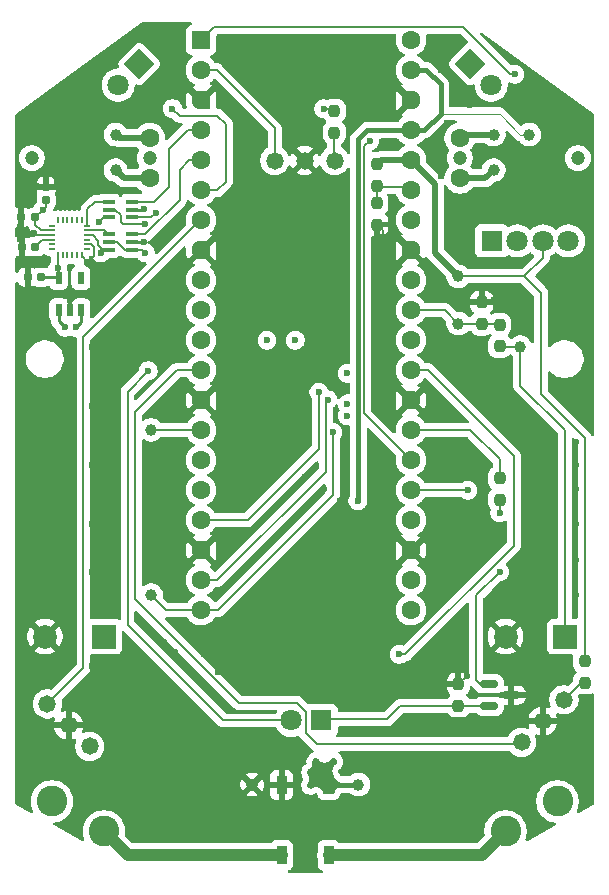
<source format=gtl>
G04 #@! TF.GenerationSoftware,KiCad,Pcbnew,9.0.0*
G04 #@! TF.CreationDate,2025-04-22T19:19:30+02:00*
G04 #@! TF.ProjectId,bio_robots,62696f5f-726f-4626-9f74-732e6b696361,rev?*
G04 #@! TF.SameCoordinates,Original*
G04 #@! TF.FileFunction,Copper,L1,Top*
G04 #@! TF.FilePolarity,Positive*
%FSLAX46Y46*%
G04 Gerber Fmt 4.6, Leading zero omitted, Abs format (unit mm)*
G04 Created by KiCad (PCBNEW 9.0.0) date 2025-04-22 19:19:30*
%MOMM*%
%LPD*%
G01*
G04 APERTURE LIST*
G04 Aperture macros list*
%AMRoundRect*
0 Rectangle with rounded corners*
0 $1 Rounding radius*
0 $2 $3 $4 $5 $6 $7 $8 $9 X,Y pos of 4 corners*
0 Add a 4 corners polygon primitive as box body*
4,1,4,$2,$3,$4,$5,$6,$7,$8,$9,$2,$3,0*
0 Add four circle primitives for the rounded corners*
1,1,$1+$1,$2,$3*
1,1,$1+$1,$4,$5*
1,1,$1+$1,$6,$7*
1,1,$1+$1,$8,$9*
0 Add four rect primitives between the rounded corners*
20,1,$1+$1,$2,$3,$4,$5,0*
20,1,$1+$1,$4,$5,$6,$7,0*
20,1,$1+$1,$6,$7,$8,$9,0*
20,1,$1+$1,$8,$9,$2,$3,0*%
%AMRotRect*
0 Rectangle, with rotation*
0 The origin of the aperture is its center*
0 $1 length*
0 $2 width*
0 $3 Rotation angle, in degrees counterclockwise*
0 Add horizontal line*
21,1,$1,$2,0,0,$3*%
%AMFreePoly0*
4,1,37,0.603843,0.796157,0.639018,0.796157,0.711114,0.766294,0.766294,0.711114,0.796157,0.639018,0.796157,0.603843,0.800000,0.600000,0.800000,-0.600000,0.796157,-0.603843,0.796157,-0.639018,0.766294,-0.711114,0.711114,-0.766294,0.639018,-0.796157,0.603843,-0.796157,0.600000,-0.800000,0.000000,-0.800000,0.000000,-0.796148,-0.078414,-0.796148,-0.232228,-0.765552,-0.377117,-0.705537,
-0.507515,-0.618408,-0.618408,-0.507515,-0.705537,-0.377117,-0.765552,-0.232228,-0.796148,-0.078414,-0.796148,0.078414,-0.765552,0.232228,-0.705537,0.377117,-0.618408,0.507515,-0.507515,0.618408,-0.377117,0.705537,-0.232228,0.765552,-0.078414,0.796148,0.000000,0.796148,0.000000,0.800000,0.600000,0.800000,0.603843,0.796157,0.603843,0.796157,$1*%
%AMFreePoly1*
4,1,37,0.000000,0.796148,0.078414,0.796148,0.232228,0.765552,0.377117,0.705537,0.507515,0.618408,0.618408,0.507515,0.705537,0.377117,0.765552,0.232228,0.796148,0.078414,0.796148,-0.078414,0.765552,-0.232228,0.705537,-0.377117,0.618408,-0.507515,0.507515,-0.618408,0.377117,-0.705537,0.232228,-0.765552,0.078414,-0.796148,0.000000,-0.796148,0.000000,-0.800000,-0.600000,-0.800000,
-0.603843,-0.796157,-0.639018,-0.796157,-0.711114,-0.766294,-0.766294,-0.711114,-0.796157,-0.639018,-0.796157,-0.603843,-0.800000,-0.600000,-0.800000,0.600000,-0.796157,0.603843,-0.796157,0.639018,-0.766294,0.711114,-0.711114,0.766294,-0.639018,0.796157,-0.603843,0.796157,-0.600000,0.800000,0.000000,0.800000,0.000000,0.796148,0.000000,0.796148,$1*%
G04 Aperture macros list end*
G04 #@! TA.AperFunction,SMDPad,CuDef*
%ADD10RoundRect,0.237500X-0.237500X0.250000X-0.237500X-0.250000X0.237500X-0.250000X0.237500X0.250000X0*%
G04 #@! TD*
G04 #@! TA.AperFunction,ComponentPad*
%ADD11RotRect,1.800000X1.800000X225.000000*%
G04 #@! TD*
G04 #@! TA.AperFunction,ComponentPad*
%ADD12C,1.800000*%
G04 #@! TD*
G04 #@! TA.AperFunction,SMDPad,CuDef*
%ADD13RoundRect,0.237500X0.237500X-0.250000X0.237500X0.250000X-0.237500X0.250000X-0.237500X-0.250000X0*%
G04 #@! TD*
G04 #@! TA.AperFunction,SMDPad,CuDef*
%ADD14RoundRect,0.160000X0.197500X0.160000X-0.197500X0.160000X-0.197500X-0.160000X0.197500X-0.160000X0*%
G04 #@! TD*
G04 #@! TA.AperFunction,ComponentPad*
%ADD15C,1.473200*%
G04 #@! TD*
G04 #@! TA.AperFunction,SMDPad,CuDef*
%ADD16C,1.000000*%
G04 #@! TD*
G04 #@! TA.AperFunction,SMDPad,CuDef*
%ADD17R,1.000000X0.400000*%
G04 #@! TD*
G04 #@! TA.AperFunction,SMDPad,CuDef*
%ADD18R,0.900000X1.550000*%
G04 #@! TD*
G04 #@! TA.AperFunction,ComponentPad*
%ADD19RoundRect,0.200000X-0.600000X-0.600000X0.600000X-0.600000X0.600000X0.600000X-0.600000X0.600000X0*%
G04 #@! TD*
G04 #@! TA.AperFunction,ComponentPad*
%ADD20C,1.600000*%
G04 #@! TD*
G04 #@! TA.AperFunction,ComponentPad*
%ADD21FreePoly0,0.000000*%
G04 #@! TD*
G04 #@! TA.AperFunction,ComponentPad*
%ADD22FreePoly1,0.000000*%
G04 #@! TD*
G04 #@! TA.AperFunction,SMDPad,CuDef*
%ADD23R,0.599999X1.000000*%
G04 #@! TD*
G04 #@! TA.AperFunction,SMDPad,CuDef*
%ADD24RoundRect,0.155000X0.212500X0.155000X-0.212500X0.155000X-0.212500X-0.155000X0.212500X-0.155000X0*%
G04 #@! TD*
G04 #@! TA.AperFunction,SMDPad,CuDef*
%ADD25RoundRect,0.155000X0.155000X-0.212500X0.155000X0.212500X-0.155000X0.212500X-0.155000X-0.212500X0*%
G04 #@! TD*
G04 #@! TA.AperFunction,ComponentPad*
%ADD26R,1.800000X1.800000*%
G04 #@! TD*
G04 #@! TA.AperFunction,SMDPad,CuDef*
%ADD27RoundRect,0.150000X-0.587500X-0.150000X0.587500X-0.150000X0.587500X0.150000X-0.587500X0.150000X0*%
G04 #@! TD*
G04 #@! TA.AperFunction,ComponentPad*
%ADD28C,2.600000*%
G04 #@! TD*
G04 #@! TA.AperFunction,ComponentPad*
%ADD29RotRect,1.800000X1.800000X315.000000*%
G04 #@! TD*
G04 #@! TA.AperFunction,SMDPad,CuDef*
%ADD30RoundRect,0.050000X-0.050000X0.225000X-0.050000X-0.225000X0.050000X-0.225000X0.050000X0.225000X0*%
G04 #@! TD*
G04 #@! TA.AperFunction,SMDPad,CuDef*
%ADD31RoundRect,0.050000X-0.225000X-0.050000X0.225000X-0.050000X0.225000X0.050000X-0.225000X0.050000X0*%
G04 #@! TD*
G04 #@! TA.AperFunction,ComponentPad*
%ADD32C,1.200000*%
G04 #@! TD*
G04 #@! TA.AperFunction,ComponentPad*
%ADD33R,2.000000X2.000000*%
G04 #@! TD*
G04 #@! TA.AperFunction,ComponentPad*
%ADD34C,2.000000*%
G04 #@! TD*
G04 #@! TA.AperFunction,ViaPad*
%ADD35C,0.600000*%
G04 #@! TD*
G04 #@! TA.AperFunction,ViaPad*
%ADD36C,0.500000*%
G04 #@! TD*
G04 #@! TA.AperFunction,Conductor*
%ADD37C,0.200000*%
G04 #@! TD*
G04 #@! TA.AperFunction,Conductor*
%ADD38C,0.250000*%
G04 #@! TD*
G04 #@! TA.AperFunction,Conductor*
%ADD39C,0.150000*%
G04 #@! TD*
G04 #@! TA.AperFunction,Conductor*
%ADD40C,0.100000*%
G04 #@! TD*
G04 #@! TA.AperFunction,Conductor*
%ADD41C,0.400000*%
G04 #@! TD*
G04 #@! TA.AperFunction,Conductor*
%ADD42C,0.500000*%
G04 #@! TD*
G04 #@! TA.AperFunction,Conductor*
%ADD43C,1.000000*%
G04 #@! TD*
G04 APERTURE END LIST*
D10*
X111500000Y-111087500D03*
X111500000Y-112912500D03*
D11*
X81000000Y-76000000D03*
D12*
X79203949Y-77796051D03*
D13*
X109990000Y-98025000D03*
X109990000Y-96200000D03*
D14*
X72197500Y-89000000D03*
X71002500Y-89000000D03*
D15*
X113355421Y-133447523D03*
X115151472Y-131651472D03*
X116947523Y-129855421D03*
D16*
X113250000Y-100000000D03*
X79000000Y-85000000D03*
D17*
X80400000Y-91750000D03*
X80400000Y-91100000D03*
X80400000Y-90450000D03*
X78400000Y-90450000D03*
X78400000Y-91100000D03*
X78400000Y-91750000D03*
D16*
X82000000Y-121000000D03*
D18*
X97040000Y-137056362D03*
X93040000Y-137056362D03*
X93040000Y-143006362D03*
X97040000Y-143006362D03*
D19*
X86220000Y-74000000D03*
D20*
X86220000Y-76540000D03*
D21*
X86220000Y-79080000D03*
D20*
X86220000Y-81620000D03*
X86220000Y-84160000D03*
X86220000Y-86700000D03*
X86220000Y-89240000D03*
D21*
X86220000Y-91780000D03*
D20*
X86220000Y-94320000D03*
X86220000Y-96860000D03*
X86220000Y-99400000D03*
X86220000Y-101940000D03*
D21*
X86220000Y-104480000D03*
D20*
X86220000Y-107020000D03*
X86220000Y-109560000D03*
X86220000Y-112100000D03*
X86220000Y-114640000D03*
D21*
X86220000Y-117180000D03*
D20*
X86220000Y-119720000D03*
X86220000Y-122260000D03*
X104000000Y-122260000D03*
X104000000Y-119720000D03*
D22*
X104000000Y-117180000D03*
D20*
X104000000Y-114640000D03*
X104000000Y-112100000D03*
X104000000Y-109560000D03*
X104000000Y-107020000D03*
D22*
X104000000Y-104480000D03*
D20*
X104000000Y-101940000D03*
X104000000Y-99400000D03*
X104000000Y-96860000D03*
X104000000Y-94320000D03*
D22*
X104000000Y-91780000D03*
D20*
X104000000Y-89240000D03*
X104000000Y-86700000D03*
X104000000Y-84160000D03*
X104000000Y-81620000D03*
D22*
X104000000Y-79080000D03*
D20*
X104000000Y-76540000D03*
X104000000Y-74000000D03*
D23*
X74149999Y-96875001D03*
X75100000Y-96875001D03*
X76049998Y-96875001D03*
X76049998Y-94125001D03*
X74149999Y-94125001D03*
D24*
X72667500Y-94067500D03*
X71532500Y-94067500D03*
D16*
X111000000Y-82000000D03*
D25*
X73100000Y-87567500D03*
X73100000Y-86432500D03*
D10*
X101100000Y-84487500D03*
X101100000Y-86312500D03*
D26*
X110840999Y-91000000D03*
D12*
X112999999Y-91000000D03*
X115158999Y-91000000D03*
X117317999Y-91000000D03*
D13*
X118700000Y-128412500D03*
X118700000Y-126587500D03*
D27*
X110600000Y-128500000D03*
X110600000Y-130400000D03*
X112475000Y-129450000D03*
D24*
X72167500Y-91500000D03*
X71032500Y-91500000D03*
D10*
X101100000Y-87787500D03*
X101100000Y-89612500D03*
D16*
X108000000Y-94000000D03*
X99540000Y-137031362D03*
X82000000Y-107000000D03*
D13*
X97500000Y-81825000D03*
X97500000Y-80000000D03*
D16*
X114000000Y-82000000D03*
D26*
X96400000Y-131600000D03*
D12*
X93860000Y-131600000D03*
D15*
X73203949Y-130203949D03*
X75000000Y-132000000D03*
X76796051Y-133796051D03*
D28*
X73600592Y-138460000D03*
X78000001Y-141000000D03*
D29*
X109000000Y-76000000D03*
D12*
X110796051Y-77796051D03*
D28*
X112000000Y-141000000D03*
X116399409Y-138460000D03*
D16*
X90540000Y-137031362D03*
X79000000Y-82000000D03*
X111000000Y-85000000D03*
X108000000Y-98000000D03*
D30*
X76100000Y-89200000D03*
X75700000Y-89200000D03*
X75300000Y-89200000D03*
X74900000Y-89200000D03*
X74500000Y-89200000D03*
X74100000Y-89200000D03*
D31*
X73600000Y-89700000D03*
X73600000Y-90100000D03*
X73600000Y-90500000D03*
X73600000Y-90900000D03*
X73600000Y-91300000D03*
X73600000Y-91700000D03*
D30*
X74100000Y-92200000D03*
X74500000Y-92200000D03*
X74900000Y-92200000D03*
X75300000Y-92200000D03*
X75700000Y-92200000D03*
X76100000Y-92200000D03*
D31*
X76600000Y-91700000D03*
X76600000Y-91300000D03*
X76600000Y-90900000D03*
X76600000Y-90500000D03*
X76600000Y-90100000D03*
X76600000Y-89700000D03*
D13*
X111500000Y-99912500D03*
X111500000Y-98087500D03*
X108000000Y-130362500D03*
X108000000Y-128537500D03*
D17*
X80400000Y-89000000D03*
X80400000Y-88350000D03*
X80400000Y-87700000D03*
X78400000Y-87700000D03*
X78400000Y-88350000D03*
X78400000Y-89000000D03*
D15*
X92460000Y-84200000D03*
X95000000Y-84200000D03*
X97540000Y-84200000D03*
D20*
X81875000Y-82300000D03*
X81875000Y-85700000D03*
D32*
X81875000Y-84000000D03*
X71875000Y-84000000D03*
D33*
X78000000Y-124500000D03*
D34*
X73000000Y-124500000D03*
D20*
X108125000Y-85700000D03*
X108125000Y-82300000D03*
D32*
X108125000Y-84000000D03*
X118125000Y-84000000D03*
D33*
X117000000Y-124500000D03*
D34*
X112000000Y-124500000D03*
D35*
X114000000Y-118000000D03*
X108737500Y-127800000D03*
X93526779Y-128480798D03*
X110000000Y-84000000D03*
X114000000Y-83500000D03*
X114000000Y-106000000D03*
X108746168Y-96838442D03*
X105223092Y-100690373D03*
X98000000Y-115000000D03*
X74000000Y-115000000D03*
X115500000Y-85000000D03*
X95000000Y-113600000D03*
X116000000Y-115000000D03*
D36*
X96250000Y-122500000D03*
D35*
X118000000Y-115000000D03*
X89900000Y-115800000D03*
X70850000Y-89817500D03*
X101500000Y-105500000D03*
X109000000Y-79500000D03*
X92000000Y-127500000D03*
X114000000Y-114000000D03*
X79000000Y-134750000D03*
X107000000Y-81000000D03*
X117000000Y-96000000D03*
X116000000Y-79000000D03*
X111000000Y-105000000D03*
X110000000Y-116000000D03*
X76000000Y-86000000D03*
X96600000Y-95400000D03*
X116000000Y-121000000D03*
X111000000Y-96000000D03*
X86858639Y-135555000D03*
X110000000Y-87000000D03*
X94000000Y-119000000D03*
X100900000Y-104723064D03*
X112000000Y-132000000D03*
X84000000Y-90000000D03*
X97000000Y-76000000D03*
X74000000Y-119000000D03*
X116000000Y-80500000D03*
X103000000Y-125000000D03*
X95500000Y-89500000D03*
X98503789Y-107255811D03*
X89000000Y-93000000D03*
X97000000Y-74000000D03*
X80000000Y-136000000D03*
X105750000Y-94000000D03*
X114000000Y-116000000D03*
X112500000Y-87000000D03*
X89000000Y-112500000D03*
X95600000Y-99200000D03*
X98000000Y-113000000D03*
X82000000Y-98000000D03*
X89000000Y-90000000D03*
X104000000Y-135000000D03*
X118000000Y-108000000D03*
X79000000Y-121000000D03*
X77000000Y-119000000D03*
X109000000Y-109000000D03*
X83100000Y-125000000D03*
X109500000Y-88500000D03*
X105136361Y-135795000D03*
X106000000Y-116500000D03*
X97000000Y-120000000D03*
X99700000Y-128000000D03*
X118500000Y-88000000D03*
X111500000Y-89000000D03*
X98500000Y-78000000D03*
X108000000Y-125000000D03*
X101500000Y-77500000D03*
X107500000Y-79000000D03*
X80000000Y-138000000D03*
X102750000Y-110750000D03*
X108136361Y-135795000D03*
X105250000Y-93000000D03*
X81400000Y-91067500D03*
X87649820Y-127471070D03*
X86700000Y-133300000D03*
X83000000Y-81000000D03*
X89500000Y-108000000D03*
X72000000Y-132000000D03*
X101300000Y-116000000D03*
X96000000Y-86500000D03*
X81000000Y-137000000D03*
X71600000Y-94817501D03*
X101600000Y-127900000D03*
X91000000Y-110500000D03*
X100500000Y-80500000D03*
X98400000Y-73800000D03*
X92000000Y-121000000D03*
X117500000Y-104500000D03*
X105196142Y-113180773D03*
X89837501Y-128397500D03*
X102500000Y-93000000D03*
X112500000Y-75700000D03*
X101500000Y-96500000D03*
X101750000Y-122000000D03*
X101600000Y-90700000D03*
X95000000Y-78000000D03*
X116000000Y-117000000D03*
X78000000Y-136000000D03*
X95000000Y-74000000D03*
X116500000Y-89000000D03*
X113000000Y-137000000D03*
X81400000Y-88317500D03*
X98000000Y-99000000D03*
X94000000Y-86500000D03*
X110500000Y-92900000D03*
X77000000Y-127000000D03*
X89000000Y-96000000D03*
X114000000Y-120000000D03*
X115000000Y-135000000D03*
X86500000Y-126000000D03*
X111000000Y-103000000D03*
X74000000Y-134000000D03*
X92800000Y-95400000D03*
X90500000Y-127500000D03*
X98000000Y-129000000D03*
X102600000Y-127000000D03*
X93000000Y-90000000D03*
X85400000Y-133300000D03*
X116000000Y-109000000D03*
X117000000Y-86500000D03*
X88000000Y-89000000D03*
X74000000Y-86000000D03*
X118000000Y-121000000D03*
X98000000Y-95400000D03*
X92500000Y-109000000D03*
X110000000Y-114000000D03*
X114000000Y-98000000D03*
X92200000Y-73800000D03*
X99200000Y-129500000D03*
X92100000Y-116500000D03*
X102000000Y-125000000D03*
X89000000Y-86500000D03*
X92000000Y-77000000D03*
X116000000Y-113000000D03*
X94600000Y-105684616D03*
X77000000Y-105000000D03*
X102750000Y-121000000D03*
X90800000Y-105700000D03*
X94000000Y-95400000D03*
X98000000Y-86500000D03*
X113000000Y-105000000D03*
X90346105Y-86784599D03*
X109000000Y-93000000D03*
X114500000Y-80500000D03*
X84000000Y-125800000D03*
X87500000Y-126500000D03*
X92000000Y-129000000D03*
X101399977Y-101800011D03*
X85858639Y-135555000D03*
X70850000Y-90817500D03*
X116000000Y-111000000D03*
X106000000Y-114750000D03*
X117000000Y-133000000D03*
X103500000Y-127000000D03*
X77000000Y-115000000D03*
X72350000Y-86317500D03*
X106000000Y-125000000D03*
X96500000Y-83000000D03*
X110000000Y-118000000D03*
X72000000Y-98000000D03*
X98480696Y-111492319D03*
X94000000Y-108000000D03*
X78000000Y-128000000D03*
X101500000Y-92500000D03*
X113000000Y-135000000D03*
X89000000Y-126500000D03*
X116000000Y-119000000D03*
X77000000Y-110000000D03*
X82000000Y-96000000D03*
X89000000Y-99000000D03*
X76600000Y-92817500D03*
X97000000Y-99000000D03*
X118000000Y-98000000D03*
X113000000Y-96000000D03*
X108000000Y-74000000D03*
X96600000Y-112000000D03*
X105500000Y-121000000D03*
X88988632Y-119611315D03*
X103000000Y-83000000D03*
X104355799Y-128400000D03*
X95000000Y-76000000D03*
X101500000Y-94500000D03*
X77500000Y-130250000D03*
X97000000Y-78000000D03*
X99000000Y-118000000D03*
X106136361Y-135795001D03*
X110000000Y-137000000D03*
X110000000Y-135000000D03*
X77350000Y-95317500D03*
X95000000Y-107000000D03*
X89000000Y-102000000D03*
X106000000Y-74000000D03*
X118000000Y-110000000D03*
X114000000Y-89000000D03*
X106500000Y-85500000D03*
X78000000Y-138000000D03*
X109000000Y-103000000D03*
X86000000Y-125000000D03*
X97700000Y-90100000D03*
X78000000Y-86000000D03*
X98500000Y-89300000D03*
X89000000Y-105000000D03*
X107136361Y-135795000D03*
X72000000Y-107000000D03*
X105250000Y-108250000D03*
X100600000Y-110000000D03*
X106000000Y-118250000D03*
X118000000Y-112000000D03*
X110500000Y-132000000D03*
X107250000Y-119500000D03*
X92000000Y-89000000D03*
X102000000Y-83000000D03*
X101600000Y-128900000D03*
X79237501Y-128197500D03*
X101500000Y-100500000D03*
X113000000Y-85000000D03*
X87500000Y-125000000D03*
X106500000Y-76500000D03*
X98500000Y-83000000D03*
X108000000Y-100000000D03*
X112000000Y-84000000D03*
X118000000Y-118000000D03*
X95000000Y-111000000D03*
X96000000Y-117000000D03*
X117000000Y-128000000D03*
X82858639Y-135555000D03*
X74000000Y-105000000D03*
X106000000Y-82500000D03*
X76000000Y-136000000D03*
X119000000Y-131000000D03*
X80000000Y-97000000D03*
X115000000Y-87000000D03*
X110000000Y-83000000D03*
X108000000Y-87500000D03*
X74000000Y-110000000D03*
X93600000Y-127200000D03*
X84858639Y-135555000D03*
X101500000Y-98500000D03*
X77000000Y-100000000D03*
X72050735Y-90366765D03*
X88000000Y-108000000D03*
X83858639Y-135555000D03*
X114000000Y-112000000D03*
X100500000Y-82500000D03*
X97373203Y-107219218D03*
X108800000Y-112100000D03*
X96934313Y-104434313D03*
X99500000Y-113000000D03*
X112800000Y-76900000D03*
X74699998Y-98317500D03*
X98600000Y-102200000D03*
X98600000Y-104800000D03*
X98600000Y-105800000D03*
X82400000Y-88600000D03*
X91800000Y-99400000D03*
X94200000Y-99400000D03*
X81500000Y-92000000D03*
X96600000Y-79800000D03*
X75600000Y-98317500D03*
X96200000Y-103800000D03*
X83800000Y-79800000D03*
X81500000Y-89600000D03*
X103000000Y-126000000D03*
X95500000Y-136000000D03*
X97445000Y-135081361D03*
X95500000Y-137081361D03*
X95945000Y-135081361D03*
X77726000Y-92018913D03*
X77600000Y-89400000D03*
X74100000Y-93300000D03*
X72798750Y-88398750D03*
X81750000Y-102000000D03*
X111500000Y-119000000D03*
X111500000Y-114000000D03*
D37*
X84160000Y-101940000D02*
X86220000Y-101940000D01*
X80600000Y-105500000D02*
X84160000Y-101940000D01*
X94300000Y-130100000D02*
X89400000Y-130100000D01*
X95100000Y-130900000D02*
X94300000Y-130100000D01*
X80600000Y-121300000D02*
X80600000Y-105500000D01*
X95100000Y-132700000D02*
X95100000Y-130900000D01*
X89400000Y-130100000D02*
X80600000Y-121300000D01*
X96000000Y-133600000D02*
X95100000Y-132700000D01*
X113202944Y-133600000D02*
X96000000Y-133600000D01*
X113355421Y-133447523D02*
X113202944Y-133600000D01*
D38*
X75100000Y-96125001D02*
X75907501Y-95317500D01*
D37*
X109990000Y-96200000D02*
X110800000Y-96200000D01*
X110800000Y-96200000D02*
X111000000Y-96000000D01*
X113950000Y-129450000D02*
X115151472Y-130651472D01*
D38*
X75100000Y-96875001D02*
X75100000Y-96125001D01*
X71532500Y-94750000D02*
X71600000Y-94817501D01*
X75907501Y-95317500D02*
X77350000Y-95317500D01*
D39*
X76937420Y-91300000D02*
X77151000Y-91513580D01*
D37*
X73100000Y-86432500D02*
X72465000Y-86432500D01*
X101600000Y-90112500D02*
X101600000Y-90700000D01*
X71002501Y-89665000D02*
X70850000Y-89817500D01*
X71002501Y-89000000D02*
X71002501Y-89665000D01*
D39*
X76100000Y-92317500D02*
X76600000Y-92817500D01*
D38*
X81367500Y-88350000D02*
X80400000Y-88350000D01*
D37*
X115151472Y-130651472D02*
X115151472Y-131651472D01*
D39*
X77151000Y-92266500D02*
X76600000Y-92817500D01*
D37*
X112475001Y-129450000D02*
X113950000Y-129450000D01*
D39*
X76100000Y-92200000D02*
X76100000Y-92317500D01*
D38*
X81400000Y-88317500D02*
X81367500Y-88350000D01*
D37*
X101100000Y-89612500D02*
X101600000Y-90112500D01*
D39*
X76600000Y-91300000D02*
X76937420Y-91300000D01*
D38*
X71532500Y-94067500D02*
X71532500Y-94750000D01*
X81367500Y-91100001D02*
X81400000Y-91067500D01*
D37*
X108737500Y-127800000D02*
X108000000Y-128537500D01*
X70850000Y-91317500D02*
X71032500Y-91500000D01*
X70850000Y-90817500D02*
X70850000Y-91317500D01*
D38*
X80400000Y-91100001D02*
X81367500Y-91100001D01*
D37*
X72465000Y-86432500D02*
X72350000Y-86317500D01*
D39*
X72183970Y-90500000D02*
X72050735Y-90366765D01*
X73600000Y-90500001D02*
X72183970Y-90500000D01*
X77151000Y-91513580D02*
X77151000Y-92266500D01*
X100500000Y-82500000D02*
X100016000Y-82984000D01*
X100016000Y-82984000D02*
X100016000Y-105576000D01*
X100016000Y-105576000D02*
X104000000Y-109560000D01*
D37*
X83500000Y-86400000D02*
X83500000Y-83200000D01*
X85080000Y-81620000D02*
X86220000Y-81620000D01*
X80400000Y-87700000D02*
X82200000Y-87700000D01*
X83500000Y-83200000D02*
X85080000Y-81620000D01*
X82200000Y-87700000D02*
X83500000Y-86400000D01*
X87540000Y-76540000D02*
X86220000Y-76540000D01*
X92460000Y-81460000D02*
X87540000Y-76540000D01*
X92460000Y-84200000D02*
X92460000Y-81460000D01*
D39*
X83260000Y-122260000D02*
X86220000Y-122260000D01*
D37*
X87640000Y-122260000D02*
X86220000Y-122260000D01*
X97373203Y-112526797D02*
X87640000Y-122260000D01*
X97373203Y-107330920D02*
X97373203Y-112526797D01*
X97484905Y-107219218D02*
X97373203Y-107330920D01*
D39*
X82000000Y-121000000D02*
X83260000Y-122260000D01*
D37*
X97373203Y-107219218D02*
X97484905Y-107219218D01*
X111500000Y-109500000D02*
X109020000Y-107020000D01*
X111500000Y-111087500D02*
X111500000Y-109500000D01*
X109020000Y-107020000D02*
X104000000Y-107020000D01*
D39*
X104000000Y-112100000D02*
X108800000Y-112100000D01*
D37*
X108000000Y-98000000D02*
X111412500Y-98000000D01*
X106860000Y-96860000D02*
X104000000Y-96860000D01*
X111412500Y-98000000D02*
X111500000Y-98087500D01*
X108000000Y-98000000D02*
X106860000Y-96860000D01*
X96934313Y-104434313D02*
X96773203Y-104595423D01*
X96773203Y-104595423D02*
X96773203Y-110526797D01*
X96773203Y-110526797D02*
X87580000Y-119720000D01*
X87580000Y-119720000D02*
X86220000Y-119720000D01*
X104003910Y-89236090D02*
X104000000Y-89240000D01*
X101100000Y-86312500D02*
X101100000Y-87787500D01*
X103700000Y-86400000D02*
X101187500Y-86400000D01*
X104000000Y-86700000D02*
X103700000Y-86400000D01*
X101187500Y-86400000D02*
X101100000Y-86312500D01*
D40*
X113250000Y-82000000D02*
X111500000Y-80250000D01*
D41*
X99540000Y-112960000D02*
X99540000Y-82360000D01*
X104000000Y-76540000D02*
X105290000Y-76540000D01*
X99540000Y-82360000D02*
X100280000Y-81620000D01*
D40*
X111500000Y-80250000D02*
X106500000Y-80250000D01*
X114000000Y-82000000D02*
X113250000Y-82000000D01*
D41*
X99500000Y-113000000D02*
X99540000Y-112960000D01*
X100280000Y-81620000D02*
X104000000Y-81620000D01*
X105130000Y-81620000D02*
X104000000Y-81620000D01*
X106500000Y-80250000D02*
X105130000Y-81620000D01*
X105290000Y-76540000D02*
X106500000Y-77750000D01*
X106500000Y-77750000D02*
X106500000Y-80250000D01*
D39*
X112800000Y-76900000D02*
X112400000Y-76900000D01*
X87296000Y-72924000D02*
X86220000Y-74000000D01*
X112400000Y-76900000D02*
X108424000Y-72924000D01*
X108424000Y-72924000D02*
X87296000Y-72924000D01*
X86200000Y-107000000D02*
X86220000Y-107020000D01*
X82000000Y-107000000D02*
X86200000Y-107000000D01*
X73203949Y-130203949D02*
X76250000Y-127157898D01*
X76250000Y-127157898D02*
X76250000Y-99150000D01*
X76250000Y-99150000D02*
X86160000Y-89240000D01*
X86160000Y-89240000D02*
X86220000Y-89240000D01*
D37*
X97300000Y-79800000D02*
X97500000Y-80000000D01*
D38*
X74149999Y-97767501D02*
X74149999Y-96875001D01*
D37*
X79100000Y-91100000D02*
X79750000Y-91750000D01*
D38*
X74699998Y-98317500D02*
X74149999Y-97767501D01*
D37*
X79750000Y-91750000D02*
X80400000Y-91750000D01*
X118700000Y-126587500D02*
X118700000Y-107700000D01*
X82000000Y-89000000D02*
X80400000Y-89000000D01*
D42*
X104000000Y-84160000D02*
X101427500Y-84160000D01*
D37*
X96600000Y-79800000D02*
X97300000Y-79800000D01*
D42*
X101427500Y-84160000D02*
X101100000Y-84487500D01*
D37*
X115000000Y-104000000D02*
X115000000Y-95400000D01*
X118700000Y-107700000D02*
X115000000Y-104000000D01*
D42*
X106000000Y-86160000D02*
X104000000Y-84160000D01*
X108000000Y-94000000D02*
X106000000Y-92000000D01*
D38*
X75600000Y-98317500D02*
X75958750Y-97958750D01*
D37*
X115158999Y-92441001D02*
X115158999Y-91000000D01*
X82400000Y-88600000D02*
X82000000Y-89000000D01*
D42*
X106000000Y-92000000D02*
X106000000Y-86160000D01*
D38*
X76049998Y-96875001D02*
X76049998Y-97867502D01*
D37*
X115000000Y-95400000D02*
X113600000Y-94000000D01*
X81250000Y-91750000D02*
X81500000Y-92000000D01*
X113600000Y-94000000D02*
X115158999Y-92441001D01*
D38*
X76049998Y-97867502D02*
X75600000Y-98317500D01*
D37*
X108000000Y-94000000D02*
X113600000Y-94000000D01*
X80400000Y-91750000D02*
X81250000Y-91750000D01*
X78400000Y-91100000D02*
X79100000Y-91100000D01*
X96200000Y-103800000D02*
X96200000Y-108600000D01*
X90160000Y-114640000D02*
X86220000Y-114640000D01*
X96200000Y-108600000D02*
X90160000Y-114640000D01*
X84400000Y-80400000D02*
X83800000Y-79800000D01*
X88300000Y-81100000D02*
X87600000Y-80400000D01*
X86220000Y-86700000D02*
X87600000Y-86700000D01*
X88300000Y-86000000D02*
X88300000Y-81100000D01*
X87600000Y-80400000D02*
X84400000Y-80400000D01*
X87600000Y-86700000D02*
X88300000Y-86000000D01*
X85240000Y-84160000D02*
X86220000Y-84160000D01*
X84400000Y-85000000D02*
X85240000Y-84160000D01*
X80400000Y-90450000D02*
X81499943Y-90450000D01*
X81499943Y-90450000D02*
X84400000Y-87549943D01*
X84400000Y-87549943D02*
X84400000Y-85000000D01*
X81500000Y-89600000D02*
X79600000Y-89600000D01*
X78950000Y-88350000D02*
X78400000Y-88350000D01*
X79400000Y-89400000D02*
X79400000Y-88800000D01*
X79600000Y-89600000D02*
X79400000Y-89400000D01*
X79400000Y-88800000D02*
X78950000Y-88350000D01*
X112700000Y-116800000D02*
X112700000Y-109200000D01*
X103500000Y-126000000D02*
X112700000Y-116800000D01*
X105440000Y-101940000D02*
X104000000Y-101940000D01*
X112700000Y-109200000D02*
X105440000Y-101940000D01*
X103000000Y-126000000D02*
X103500000Y-126000000D01*
D42*
X79000000Y-82000000D02*
X79300000Y-82300000D01*
X79300000Y-82300000D02*
X81875000Y-82300000D01*
X79000000Y-85000000D02*
X79700000Y-85700000D01*
X79700000Y-85700000D02*
X81875000Y-85700000D01*
X110300000Y-85700000D02*
X108125000Y-85700000D01*
X111000000Y-85000000D02*
X110300000Y-85700000D01*
X111000000Y-82000000D02*
X108425000Y-82000000D01*
X108425000Y-82000000D02*
X108125000Y-82300000D01*
D41*
X97065000Y-137031362D02*
X97040000Y-137056362D01*
X99540000Y-137031362D02*
X97065000Y-137031362D01*
D37*
X117000000Y-107000000D02*
X113250000Y-103250000D01*
X117000000Y-124500000D02*
X117000000Y-107000000D01*
X113250000Y-103250000D02*
X113250000Y-100000000D01*
X113250000Y-100000000D02*
X111587500Y-100000000D01*
D39*
X76600000Y-90500000D02*
X77032500Y-90500001D01*
X77716250Y-91583750D02*
X77882500Y-91750000D01*
D37*
X74149999Y-93349999D02*
X74100000Y-93300000D01*
D39*
X77502000Y-91369500D02*
X77716250Y-91583750D01*
D37*
X72798750Y-88398750D02*
X72197500Y-89000000D01*
X73100000Y-88097500D02*
X72798750Y-88398750D01*
X78400000Y-89000000D02*
X78000000Y-89000000D01*
X72632500Y-90100000D02*
X72197500Y-89665000D01*
D38*
X72667501Y-94067499D02*
X74092497Y-94067499D01*
D39*
X77502000Y-91368192D02*
X77502000Y-91369500D01*
D37*
X72197500Y-89665000D02*
X72197500Y-89000000D01*
X77726000Y-91593500D02*
X77716250Y-91583750D01*
X77726000Y-92018913D02*
X77726000Y-91593500D01*
X78000000Y-89000000D02*
X77600000Y-89400000D01*
D39*
X77500000Y-91366192D02*
X77502000Y-91368192D01*
D37*
X73100000Y-87567500D02*
X73100000Y-88097500D01*
D38*
X74092497Y-94067499D02*
X74149999Y-94125000D01*
D39*
X77032500Y-90500001D02*
X77499999Y-90967500D01*
D38*
X72667500Y-94067500D02*
X72667501Y-94067499D01*
D39*
X74100000Y-94075002D02*
X74149999Y-94125000D01*
X74100000Y-93300000D02*
X74100000Y-94075002D01*
D37*
X74149999Y-94125001D02*
X74149999Y-93349999D01*
X73600000Y-90100000D02*
X72632500Y-90100000D01*
D39*
X77499999Y-90967500D02*
X77500000Y-91366192D01*
X77882500Y-91750000D02*
X78400000Y-91750001D01*
X74099999Y-92200000D02*
X74100000Y-93300000D01*
D37*
X72167500Y-91500000D02*
X72767500Y-90900000D01*
X72767500Y-90900000D02*
X73600000Y-90900000D01*
D39*
X111005581Y-77796051D02*
X110796051Y-77796051D01*
D37*
X108737500Y-130362500D02*
X110562500Y-130362500D01*
X103087500Y-130362500D02*
X101950000Y-131500000D01*
X101950000Y-131500000D02*
X96500000Y-131500000D01*
X108737500Y-130362500D02*
X103087500Y-130362500D01*
X96500000Y-131500000D02*
X96400000Y-131600000D01*
X110562500Y-130362500D02*
X110600000Y-130400000D01*
D39*
X93860000Y-131600000D02*
X88100000Y-131600000D01*
X80000000Y-103750000D02*
X81750000Y-102000000D01*
X80000000Y-123500000D02*
X80000000Y-103750000D01*
X88100000Y-131600000D02*
X80000000Y-123500000D01*
D43*
X97040000Y-143006362D02*
X109993638Y-143006362D01*
X109993638Y-143006362D02*
X112000000Y-141000000D01*
X80006362Y-143006362D02*
X78000000Y-141000000D01*
X93040000Y-143006362D02*
X80006362Y-143006362D01*
D37*
X110600000Y-128500000D02*
X109800000Y-128500000D01*
X111500000Y-114000000D02*
X111500000Y-112912500D01*
X109800000Y-128500000D02*
X109500000Y-128200000D01*
X109500000Y-121000000D02*
X111500000Y-119000000D01*
X109500000Y-128200000D02*
X109500000Y-121000000D01*
D39*
X78100000Y-87700000D02*
X77217500Y-87700000D01*
X77217500Y-87700000D02*
X76600000Y-88317500D01*
X76600000Y-88317500D02*
X76600000Y-89700000D01*
X76897645Y-90084855D02*
X78034855Y-90084855D01*
X76600000Y-90100000D02*
X76882500Y-90100000D01*
X76882500Y-90100000D02*
X76897645Y-90084855D01*
X78034855Y-90084855D02*
X78400000Y-90450000D01*
D37*
X97500000Y-81825000D02*
X97500000Y-84160001D01*
X76796051Y-133586521D02*
X76796051Y-133796051D01*
D39*
X118390444Y-128412500D02*
X118700000Y-128412500D01*
X116947523Y-129855421D02*
X118390444Y-128412500D01*
X116844259Y-129855421D02*
X116947523Y-129855421D01*
G04 #@! TA.AperFunction,Conductor*
G36*
X97490606Y-134737601D02*
G01*
X97530658Y-134761728D01*
X97626600Y-134847909D01*
X97630060Y-134850596D01*
X97641680Y-134860847D01*
X97665504Y-134884671D01*
X97680925Y-134903461D01*
X97699638Y-134931467D01*
X97711098Y-134952907D01*
X97723990Y-134984032D01*
X97731045Y-135007288D01*
X97737617Y-135040322D01*
X97740000Y-135064517D01*
X97740000Y-135098200D01*
X97737616Y-135122396D01*
X97731043Y-135155434D01*
X97723988Y-135178690D01*
X97711098Y-135209810D01*
X97699639Y-135231249D01*
X97680920Y-135259264D01*
X97665499Y-135278054D01*
X97641690Y-135301863D01*
X97622903Y-135317282D01*
X97601298Y-135331718D01*
X97509095Y-135410894D01*
X97469156Y-135454568D01*
X97398521Y-135553451D01*
X97348244Y-135688254D01*
X97348242Y-135688261D01*
X97333393Y-135756522D01*
X97333392Y-135756533D01*
X97323129Y-135900037D01*
X97323129Y-135900043D01*
X97351194Y-136029057D01*
X97353713Y-136040634D01*
X97378130Y-136106098D01*
X97378131Y-136106101D01*
X97447087Y-136232381D01*
X97476368Y-136271495D01*
X97480029Y-136277815D01*
X97483351Y-136291427D01*
X97494557Y-136316859D01*
X97501571Y-136353844D01*
X97501573Y-136353852D01*
X97512065Y-136392101D01*
X97539739Y-136468368D01*
X97617521Y-136589399D01*
X97617530Y-136589410D01*
X97663274Y-136642202D01*
X97663277Y-136642205D01*
X97663281Y-136642209D01*
X97772015Y-136736429D01*
X97772018Y-136736430D01*
X97772019Y-136736431D01*
X97778908Y-136739577D01*
X97902892Y-136796200D01*
X97910933Y-136798561D01*
X97933165Y-136812847D01*
X97957203Y-136823825D01*
X97962095Y-136831437D01*
X97969710Y-136836331D01*
X97980689Y-136860371D01*
X97994977Y-136882603D01*
X97996876Y-136895811D01*
X97998737Y-136899886D01*
X98000000Y-136917538D01*
X98000000Y-137144904D01*
X97980315Y-137211943D01*
X97927511Y-137257698D01*
X97915159Y-137262558D01*
X97853002Y-137283245D01*
X97852996Y-137283248D01*
X97731962Y-137361033D01*
X97731951Y-137361041D01*
X97679159Y-137406785D01*
X97584933Y-137515526D01*
X97584930Y-137515530D01*
X97525164Y-137646396D01*
X97505477Y-137713440D01*
X97505477Y-137713442D01*
X97505476Y-137713446D01*
X97504532Y-137720006D01*
X97475511Y-137783560D01*
X97416734Y-137821337D01*
X97381795Y-137826361D01*
X96694212Y-137826361D01*
X96627173Y-137806676D01*
X96581418Y-137753872D01*
X96573325Y-137729972D01*
X96570162Y-137716122D01*
X96533344Y-137610505D01*
X96466321Y-137510206D01*
X96453407Y-137490880D01*
X96453405Y-137490878D01*
X96453404Y-137490876D01*
X96406712Y-137438899D01*
X96406711Y-137438898D01*
X96406709Y-137438896D01*
X96406707Y-137438894D01*
X96296307Y-137346638D01*
X96296302Y-137346635D01*
X96164378Y-137289218D01*
X96164368Y-137289215D01*
X96097000Y-137270736D01*
X96097002Y-137270736D01*
X95954245Y-137252810D01*
X95851817Y-137269412D01*
X95812218Y-137275830D01*
X95812215Y-137275830D01*
X95812214Y-137275831D01*
X95755603Y-137293558D01*
X95755594Y-137293561D01*
X95745541Y-137296710D01*
X95745529Y-137296713D01*
X95711749Y-137312876D01*
X95709945Y-137313671D01*
X95709794Y-137313690D01*
X95707410Y-137314754D01*
X95597331Y-137360350D01*
X95574071Y-137367406D01*
X95557814Y-137370640D01*
X95541031Y-137373978D01*
X95516841Y-137376361D01*
X95483159Y-137376361D01*
X95458970Y-137373978D01*
X95425924Y-137367405D01*
X95402667Y-137360349D01*
X95371547Y-137347459D01*
X95350107Y-137335999D01*
X95322099Y-137317284D01*
X95303312Y-137301866D01*
X95279495Y-137278050D01*
X95264074Y-137259260D01*
X95245358Y-137231251D01*
X95233901Y-137209816D01*
X95224515Y-137187156D01*
X95221007Y-137178687D01*
X95213954Y-137155436D01*
X95207381Y-137122392D01*
X95205000Y-137098205D01*
X95205000Y-137064514D01*
X95207382Y-137040325D01*
X95213956Y-137007275D01*
X95221004Y-136984038D01*
X95233903Y-136952898D01*
X95245353Y-136931477D01*
X95272792Y-136890415D01*
X95275045Y-136886977D01*
X95277750Y-136882850D01*
X95280123Y-136879156D01*
X95284946Y-136871503D01*
X95284946Y-136871502D01*
X95284947Y-136871501D01*
X95342370Y-136739577D01*
X95360854Y-136672197D01*
X95364035Y-136646868D01*
X95378783Y-136529445D01*
X95378783Y-136529442D01*
X95355769Y-136387419D01*
X95355768Y-136387415D01*
X95334890Y-136320738D01*
X95334889Y-136320735D01*
X95272792Y-136190945D01*
X95245355Y-136149884D01*
X95233900Y-136128452D01*
X95221007Y-136097326D01*
X95213955Y-136074080D01*
X95207381Y-136041030D01*
X95205000Y-136016844D01*
X95205000Y-135983153D01*
X95207382Y-135958964D01*
X95213956Y-135925914D01*
X95221006Y-135902674D01*
X95233902Y-135871539D01*
X95245351Y-135850119D01*
X95264079Y-135822090D01*
X95279488Y-135803316D01*
X95303310Y-135779493D01*
X95322094Y-135764078D01*
X95376570Y-135727679D01*
X95384062Y-135722575D01*
X95387698Y-135720050D01*
X95395026Y-135714864D01*
X95498564Y-135614958D01*
X95540912Y-135560443D01*
X95541385Y-135559843D01*
X95541429Y-135559779D01*
X95541431Y-135559776D01*
X95612627Y-135434746D01*
X95645714Y-135294721D01*
X95651941Y-135225129D01*
X95651943Y-135225109D01*
X95649460Y-135178844D01*
X95649419Y-135177544D01*
X95649716Y-135176394D01*
X95650282Y-135164666D01*
X95649684Y-135164624D01*
X95650000Y-135160206D01*
X95650000Y-135064514D01*
X95652382Y-135040325D01*
X95652383Y-135040322D01*
X95658956Y-135007275D01*
X95666006Y-134984035D01*
X95678902Y-134952900D01*
X95690351Y-134931480D01*
X95709079Y-134903451D01*
X95724488Y-134884677D01*
X95748314Y-134860850D01*
X95767088Y-134845441D01*
X95795118Y-134826712D01*
X95816535Y-134815265D01*
X95859004Y-134797675D01*
X95910392Y-134768209D01*
X95933848Y-134762592D01*
X95955910Y-134752838D01*
X95967211Y-134754603D01*
X95978337Y-134751939D01*
X96001112Y-134759897D01*
X96024943Y-134763619D01*
X96039582Y-134773339D01*
X96044296Y-134774987D01*
X96054401Y-134783058D01*
X96054655Y-134783283D01*
X96126602Y-134847910D01*
X96129980Y-134850166D01*
X96136330Y-134855805D01*
X96136780Y-134856524D01*
X96141680Y-134860847D01*
X96169780Y-134888947D01*
X96180698Y-134901434D01*
X96209874Y-134939691D01*
X96209888Y-134939707D01*
X96230110Y-134963044D01*
X96230123Y-134963058D01*
X96261808Y-134995313D01*
X96274336Y-135008066D01*
X96393968Y-135088002D01*
X96456995Y-135118157D01*
X96594301Y-135161151D01*
X96738158Y-135163721D01*
X96807483Y-135155014D01*
X96926387Y-135122396D01*
X96946229Y-135116953D01*
X96946229Y-135116952D01*
X96946232Y-135116952D01*
X97068642Y-135041339D01*
X97122255Y-134996535D01*
X97122266Y-134996526D01*
X97205434Y-134903933D01*
X97205817Y-134903516D01*
X97205901Y-134903464D01*
X97209571Y-134899592D01*
X97248651Y-134860512D01*
X97261852Y-134849310D01*
X97261750Y-134849178D01*
X97265973Y-134845926D01*
X97316983Y-134806666D01*
X97341805Y-134784767D01*
X97359722Y-134766689D01*
X97420893Y-134732929D01*
X97490606Y-134737601D01*
G37*
G04 #@! TD.AperFunction*
G04 #@! TA.AperFunction,Conductor*
G36*
X85404306Y-72520185D02*
G01*
X85450061Y-72572989D01*
X85460005Y-72642147D01*
X85430980Y-72705703D01*
X85374157Y-72742885D01*
X85330394Y-72756522D01*
X85184811Y-72844530D01*
X85064530Y-72964811D01*
X84976522Y-73110393D01*
X84925913Y-73272807D01*
X84919500Y-73343386D01*
X84919500Y-74656613D01*
X84925913Y-74727192D01*
X84976522Y-74889606D01*
X85064530Y-75035188D01*
X85184811Y-75155469D01*
X85184813Y-75155470D01*
X85184815Y-75155472D01*
X85330394Y-75243478D01*
X85417566Y-75270641D01*
X85475712Y-75309378D01*
X85503686Y-75373403D01*
X85492605Y-75442388D01*
X85453560Y-75489344D01*
X85372782Y-75548032D01*
X85228028Y-75692786D01*
X85107715Y-75858386D01*
X85014781Y-76040776D01*
X84951522Y-76235465D01*
X84919500Y-76437648D01*
X84919500Y-76642351D01*
X84951522Y-76844534D01*
X85014781Y-77039223D01*
X85062813Y-77133489D01*
X85099701Y-77205886D01*
X85107715Y-77221613D01*
X85228028Y-77387213D01*
X85372786Y-77531971D01*
X85538388Y-77652286D01*
X85538390Y-77652287D01*
X85624294Y-77696057D01*
X85675090Y-77744031D01*
X85691886Y-77811852D01*
X85669349Y-77877987D01*
X85626455Y-77915899D01*
X85560497Y-77951155D01*
X85491086Y-77997534D01*
X85491085Y-77997534D01*
X86090589Y-78597037D01*
X86027007Y-78614075D01*
X85912993Y-78679901D01*
X85819901Y-78772993D01*
X85754075Y-78887007D01*
X85737037Y-78950588D01*
X85137534Y-78351085D01*
X85137534Y-78351086D01*
X85091158Y-78420493D01*
X85044490Y-78507801D01*
X84984185Y-78653387D01*
X84955444Y-78748135D01*
X84924701Y-78902697D01*
X84924701Y-78902700D01*
X84915000Y-79001210D01*
X84915000Y-79158789D01*
X84924701Y-79257299D01*
X84924701Y-79257302D01*
X84955444Y-79411864D01*
X84984185Y-79506612D01*
X85034486Y-79628047D01*
X85037994Y-79660676D01*
X85042663Y-79693147D01*
X85041709Y-79695234D01*
X85041955Y-79697516D01*
X85027269Y-79726854D01*
X85013638Y-79756703D01*
X85011707Y-79757943D01*
X85010680Y-79759996D01*
X84982464Y-79776736D01*
X84954860Y-79794477D01*
X84951830Y-79794912D01*
X84950591Y-79795648D01*
X84919925Y-79799500D01*
X84717848Y-79799500D01*
X84650809Y-79779815D01*
X84605054Y-79727011D01*
X84596231Y-79699692D01*
X84569738Y-79566508D01*
X84569737Y-79566507D01*
X84569737Y-79566503D01*
X84569735Y-79566498D01*
X84509397Y-79420827D01*
X84509390Y-79420814D01*
X84421789Y-79289711D01*
X84421786Y-79289707D01*
X84310292Y-79178213D01*
X84310288Y-79178210D01*
X84179185Y-79090609D01*
X84179172Y-79090602D01*
X84033501Y-79030264D01*
X84033489Y-79030261D01*
X83878845Y-78999500D01*
X83878842Y-78999500D01*
X83721158Y-78999500D01*
X83721155Y-78999500D01*
X83566510Y-79030261D01*
X83566498Y-79030264D01*
X83420827Y-79090602D01*
X83420814Y-79090609D01*
X83289711Y-79178210D01*
X83289707Y-79178213D01*
X83178213Y-79289707D01*
X83178210Y-79289711D01*
X83090609Y-79420814D01*
X83090602Y-79420827D01*
X83030264Y-79566498D01*
X83030261Y-79566510D01*
X82999500Y-79721153D01*
X82999500Y-79878846D01*
X83030261Y-80033489D01*
X83030264Y-80033501D01*
X83090602Y-80179172D01*
X83090609Y-80179185D01*
X83178210Y-80310288D01*
X83178213Y-80310292D01*
X83289707Y-80421786D01*
X83289711Y-80421789D01*
X83420814Y-80509390D01*
X83420827Y-80509397D01*
X83552684Y-80564013D01*
X83566503Y-80569737D01*
X83631147Y-80582595D01*
X83721849Y-80600638D01*
X83738605Y-80609402D01*
X83757085Y-80613423D01*
X83782123Y-80632167D01*
X83783760Y-80633023D01*
X83785339Y-80634574D01*
X83915139Y-80764374D01*
X83915149Y-80764385D01*
X83919479Y-80768715D01*
X83919480Y-80768716D01*
X84031284Y-80880520D01*
X84098800Y-80919500D01*
X84168215Y-80959577D01*
X84320943Y-81000500D01*
X84550902Y-81000500D01*
X84617941Y-81020185D01*
X84663696Y-81072989D01*
X84673640Y-81142147D01*
X84644615Y-81205703D01*
X84638583Y-81212181D01*
X83387181Y-82463583D01*
X83325858Y-82497068D01*
X83256166Y-82492084D01*
X83200233Y-82450212D01*
X83175816Y-82384748D01*
X83175500Y-82375902D01*
X83175500Y-82197648D01*
X83143477Y-81995465D01*
X83080218Y-81800776D01*
X83033032Y-81708170D01*
X82987287Y-81618390D01*
X82937236Y-81549500D01*
X82866971Y-81452786D01*
X82722213Y-81308028D01*
X82556613Y-81187715D01*
X82556612Y-81187714D01*
X82556610Y-81187713D01*
X82461948Y-81139480D01*
X82374223Y-81094781D01*
X82179534Y-81031522D01*
X82004995Y-81003878D01*
X81977352Y-80999500D01*
X81772648Y-80999500D01*
X81748329Y-81003351D01*
X81570465Y-81031522D01*
X81375776Y-81094781D01*
X81193386Y-81187715D01*
X81027786Y-81308028D01*
X80883032Y-81452782D01*
X80883028Y-81452787D01*
X80849900Y-81498385D01*
X80794571Y-81541051D01*
X80749582Y-81549500D01*
X79968556Y-81549500D01*
X79901517Y-81529815D01*
X79865454Y-81494390D01*
X79777142Y-81362222D01*
X79777136Y-81362214D01*
X79637785Y-81222863D01*
X79637781Y-81222860D01*
X79473920Y-81113371D01*
X79473907Y-81113364D01*
X79291839Y-81037950D01*
X79291829Y-81037947D01*
X79098543Y-80999500D01*
X79098541Y-80999500D01*
X78901459Y-80999500D01*
X78901457Y-80999500D01*
X78708170Y-81037947D01*
X78708160Y-81037950D01*
X78526092Y-81113364D01*
X78526079Y-81113371D01*
X78362218Y-81222860D01*
X78362214Y-81222863D01*
X78222863Y-81362214D01*
X78222860Y-81362218D01*
X78113371Y-81526079D01*
X78113364Y-81526092D01*
X78037950Y-81708160D01*
X78037947Y-81708170D01*
X77999500Y-81901456D01*
X77999500Y-81901459D01*
X77999500Y-82098541D01*
X77999500Y-82098543D01*
X77999499Y-82098543D01*
X78037947Y-82291829D01*
X78037950Y-82291839D01*
X78113364Y-82473907D01*
X78113371Y-82473920D01*
X78222860Y-82637781D01*
X78222863Y-82637785D01*
X78362214Y-82777136D01*
X78362218Y-82777139D01*
X78526079Y-82886628D01*
X78526092Y-82886635D01*
X78622573Y-82926598D01*
X78708165Y-82962051D01*
X78708169Y-82962051D01*
X78708170Y-82962052D01*
X78901456Y-83000500D01*
X78901459Y-83000500D01*
X79005342Y-83000500D01*
X79052794Y-83009939D01*
X79081082Y-83021656D01*
X79081087Y-83021658D01*
X79081091Y-83021658D01*
X79081092Y-83021659D01*
X79226079Y-83050500D01*
X79226082Y-83050500D01*
X79226083Y-83050500D01*
X79373917Y-83050500D01*
X80749582Y-83050500D01*
X80782360Y-83060125D01*
X80815329Y-83069365D01*
X80816018Y-83070008D01*
X80816621Y-83070185D01*
X80842285Y-83092147D01*
X80846331Y-83096702D01*
X80883034Y-83147219D01*
X80956250Y-83220435D01*
X80958693Y-83223185D01*
X80972097Y-83251603D01*
X80987156Y-83279181D01*
X80986886Y-83282953D01*
X80988501Y-83286377D01*
X80984411Y-83317544D01*
X80982171Y-83348872D01*
X80979696Y-83353481D01*
X80979412Y-83355653D01*
X80976997Y-83358509D01*
X80966309Y-83378423D01*
X80933769Y-83423209D01*
X80933769Y-83423210D01*
X80855128Y-83577552D01*
X80801597Y-83742302D01*
X80786945Y-83834816D01*
X80774500Y-83913389D01*
X80774500Y-84086611D01*
X80778737Y-84113364D01*
X80796079Y-84222860D01*
X80801598Y-84257701D01*
X80843375Y-84386277D01*
X80855128Y-84422447D01*
X80933767Y-84576787D01*
X80966309Y-84621577D01*
X80976583Y-84650374D01*
X80988936Y-84678331D01*
X80988211Y-84682964D01*
X80989788Y-84687384D01*
X80982863Y-84717160D01*
X80978140Y-84747362D01*
X80974704Y-84752246D01*
X80973962Y-84755437D01*
X80958693Y-84776815D01*
X80956250Y-84779564D01*
X80883034Y-84852781D01*
X80846331Y-84903297D01*
X80842285Y-84907853D01*
X80817618Y-84923278D01*
X80794571Y-84941051D01*
X80786892Y-84942493D01*
X80783045Y-84944899D01*
X80774633Y-84944795D01*
X80749582Y-84949500D01*
X80111820Y-84949500D01*
X80044781Y-84929815D01*
X79999026Y-84877011D01*
X79990203Y-84849691D01*
X79962052Y-84708172D01*
X79962052Y-84708170D01*
X79962051Y-84708165D01*
X79953443Y-84687384D01*
X79886635Y-84526092D01*
X79886628Y-84526079D01*
X79777139Y-84362218D01*
X79777136Y-84362214D01*
X79637785Y-84222863D01*
X79637781Y-84222860D01*
X79473920Y-84113371D01*
X79473907Y-84113364D01*
X79291839Y-84037950D01*
X79291829Y-84037947D01*
X79098543Y-83999500D01*
X79098541Y-83999500D01*
X78901459Y-83999500D01*
X78901457Y-83999500D01*
X78708170Y-84037947D01*
X78708160Y-84037950D01*
X78526092Y-84113364D01*
X78526079Y-84113371D01*
X78362218Y-84222860D01*
X78362214Y-84222863D01*
X78222863Y-84362214D01*
X78222860Y-84362218D01*
X78113371Y-84526079D01*
X78113364Y-84526092D01*
X78037950Y-84708160D01*
X78037947Y-84708170D01*
X77999500Y-84901456D01*
X77999500Y-84901459D01*
X77999500Y-85098541D01*
X77999500Y-85098543D01*
X77999499Y-85098543D01*
X78037947Y-85291829D01*
X78037950Y-85291839D01*
X78113364Y-85473907D01*
X78113371Y-85473920D01*
X78222860Y-85637781D01*
X78222863Y-85637785D01*
X78362214Y-85777136D01*
X78362218Y-85777139D01*
X78526079Y-85886628D01*
X78526092Y-85886635D01*
X78704003Y-85960327D01*
X78708165Y-85962051D01*
X78708169Y-85962051D01*
X78708170Y-85962052D01*
X78907434Y-86001689D01*
X78907075Y-86003491D01*
X78922109Y-86009560D01*
X78946368Y-86014838D01*
X78959461Y-86024639D01*
X78963874Y-86026421D01*
X78974622Y-86035989D01*
X79117048Y-86178415D01*
X79117049Y-86178416D01*
X79170417Y-86231784D01*
X79221585Y-86282952D01*
X79344498Y-86365080D01*
X79344511Y-86365087D01*
X79481082Y-86421656D01*
X79481087Y-86421658D01*
X79481091Y-86421658D01*
X79481092Y-86421659D01*
X79626079Y-86450500D01*
X79626082Y-86450500D01*
X80749582Y-86450500D01*
X80816621Y-86470185D01*
X80849900Y-86501615D01*
X80883028Y-86547212D01*
X80883032Y-86547217D01*
X81027786Y-86691971D01*
X81193381Y-86812281D01*
X81193385Y-86812283D01*
X81193390Y-86812287D01*
X81193394Y-86812289D01*
X81196403Y-86814133D01*
X81197310Y-86815136D01*
X81197331Y-86815151D01*
X81197327Y-86815155D01*
X81243280Y-86865943D01*
X81254705Y-86934872D01*
X81227051Y-86999036D01*
X81169097Y-87038063D01*
X81099243Y-87039562D01*
X81088285Y-87036045D01*
X81007485Y-87005909D01*
X81007483Y-87005908D01*
X80947883Y-86999501D01*
X80947881Y-86999500D01*
X80947873Y-86999500D01*
X80947864Y-86999500D01*
X79852129Y-86999500D01*
X79852123Y-86999501D01*
X79792516Y-87005908D01*
X79657671Y-87056202D01*
X79657664Y-87056206D01*
X79542455Y-87142452D01*
X79499266Y-87200145D01*
X79443332Y-87242015D01*
X79373640Y-87246999D01*
X79312317Y-87213513D01*
X79300734Y-87200145D01*
X79267139Y-87155269D01*
X79257546Y-87142454D01*
X79257544Y-87142453D01*
X79257544Y-87142452D01*
X79142335Y-87056206D01*
X79142328Y-87056202D01*
X79007482Y-87005908D01*
X79007483Y-87005908D01*
X78947883Y-86999501D01*
X78947881Y-86999500D01*
X78947873Y-86999500D01*
X78947864Y-86999500D01*
X77852129Y-86999500D01*
X77852123Y-86999501D01*
X77792516Y-87005908D01*
X77657671Y-87056202D01*
X77657668Y-87056204D01*
X77599476Y-87099767D01*
X77534011Y-87124184D01*
X77525165Y-87124500D01*
X77141734Y-87124500D01*
X76995363Y-87163719D01*
X76864135Y-87239485D01*
X76864132Y-87239487D01*
X76139487Y-87964132D01*
X76139485Y-87964135D01*
X76063719Y-88095363D01*
X76024500Y-88241734D01*
X76024500Y-88312385D01*
X76024075Y-88313829D01*
X76024466Y-88315283D01*
X76014264Y-88347244D01*
X76004815Y-88379424D01*
X76003677Y-88380409D01*
X76003220Y-88381844D01*
X75977343Y-88403228D01*
X75952011Y-88425179D01*
X75950147Y-88425702D01*
X75949362Y-88426352D01*
X75915274Y-88435502D01*
X75914774Y-88435562D01*
X75885217Y-88435561D01*
X75836113Y-88429665D01*
X75793102Y-88424500D01*
X75606898Y-88424500D01*
X75563887Y-88429665D01*
X75514783Y-88435561D01*
X75485217Y-88435561D01*
X75436113Y-88429665D01*
X75393102Y-88424500D01*
X75206898Y-88424500D01*
X75163887Y-88429665D01*
X75114783Y-88435561D01*
X75085217Y-88435561D01*
X75036113Y-88429665D01*
X74993102Y-88424500D01*
X74806898Y-88424500D01*
X74763887Y-88429665D01*
X74714783Y-88435561D01*
X74685217Y-88435561D01*
X74636113Y-88429665D01*
X74593102Y-88424500D01*
X74406898Y-88424500D01*
X74363887Y-88429665D01*
X74314783Y-88435561D01*
X74285217Y-88435561D01*
X74236113Y-88429665D01*
X74193102Y-88424500D01*
X74006898Y-88424500D01*
X73973713Y-88428485D01*
X73918436Y-88435122D01*
X73827069Y-88471153D01*
X73757482Y-88477434D01*
X73695546Y-88445097D01*
X73660926Y-88384408D01*
X73664612Y-88314635D01*
X73693896Y-88268119D01*
X73777063Y-88184954D01*
X73861370Y-88042400D01*
X73861370Y-88042396D01*
X73861372Y-88042395D01*
X73907575Y-87883362D01*
X73907576Y-87883356D01*
X73910500Y-87846203D01*
X73910499Y-87288798D01*
X73907576Y-87251642D01*
X73861370Y-87092600D01*
X73843644Y-87062627D01*
X73826462Y-86994905D01*
X73843646Y-86936386D01*
X73860905Y-86907202D01*
X73860908Y-86907194D01*
X73907077Y-86748283D01*
X73907078Y-86748277D01*
X73909999Y-86711157D01*
X73910000Y-86711142D01*
X73910000Y-86682500D01*
X72290000Y-86682500D01*
X72290000Y-86711157D01*
X72292921Y-86748277D01*
X72292922Y-86748283D01*
X72339091Y-86907194D01*
X72339093Y-86907199D01*
X72356355Y-86936389D01*
X72373536Y-87004113D01*
X72356355Y-87062627D01*
X72338631Y-87092596D01*
X72338628Y-87092604D01*
X72292424Y-87251637D01*
X72292423Y-87251643D01*
X72289500Y-87288789D01*
X72289500Y-87724559D01*
X72269815Y-87791598D01*
X72253181Y-87812240D01*
X72176963Y-87888457D01*
X72176960Y-87888461D01*
X72089359Y-88019564D01*
X72089354Y-88019574D01*
X72054749Y-88103118D01*
X72010908Y-88157522D01*
X71949335Y-88178356D01*
X71949416Y-88179247D01*
X71880074Y-88185546D01*
X71880066Y-88185548D01*
X71726937Y-88233264D01*
X71726931Y-88233267D01*
X71663664Y-88271512D01*
X71596109Y-88289347D01*
X71535367Y-88271511D01*
X71472863Y-88233726D01*
X71472859Y-88233724D01*
X71319842Y-88186043D01*
X71319843Y-88186043D01*
X71253337Y-88180000D01*
X71252500Y-88180000D01*
X71252500Y-89820000D01*
X71253337Y-89820000D01*
X71319841Y-89813956D01*
X71469674Y-89767267D01*
X71473994Y-89767195D01*
X71477744Y-89765048D01*
X71508616Y-89766624D01*
X71539535Y-89766115D01*
X71543209Y-89768391D01*
X71547523Y-89768612D01*
X71572641Y-89786628D01*
X71598927Y-89802916D01*
X71601780Y-89807529D01*
X71604298Y-89809335D01*
X71610111Y-89820999D01*
X71621840Y-89839961D01*
X71624484Y-89846633D01*
X71637923Y-89896785D01*
X71653925Y-89924501D01*
X71658465Y-89932364D01*
X71658466Y-89932367D01*
X71716977Y-90033712D01*
X71716981Y-90033717D01*
X71835849Y-90152585D01*
X71835855Y-90152590D01*
X72151978Y-90468713D01*
X72151980Y-90468716D01*
X72157769Y-90474505D01*
X72161089Y-90477825D01*
X72179608Y-90511746D01*
X72194567Y-90539142D01*
X72194566Y-90539146D01*
X72194569Y-90539151D01*
X72192247Y-90571580D01*
X72189583Y-90608834D01*
X72189580Y-90608837D01*
X72189580Y-90608842D01*
X72168276Y-90637296D01*
X72147711Y-90664767D01*
X72147707Y-90664768D01*
X72147704Y-90664773D01*
X72109090Y-90679171D01*
X72082247Y-90689184D01*
X72082240Y-90689184D01*
X72082238Y-90689185D01*
X72082235Y-90689184D01*
X72073402Y-90689500D01*
X71888810Y-90689500D01*
X71888784Y-90689501D01*
X71851641Y-90692424D01*
X71692604Y-90738628D01*
X71692596Y-90738631D01*
X71662627Y-90756355D01*
X71594903Y-90773536D01*
X71536389Y-90756355D01*
X71507199Y-90739093D01*
X71507194Y-90739091D01*
X71348283Y-90692922D01*
X71348277Y-90692921D01*
X71311157Y-90690000D01*
X71282500Y-90690000D01*
X71282500Y-92310000D01*
X71311142Y-92310000D01*
X71311157Y-92309999D01*
X71348277Y-92307078D01*
X71348283Y-92307077D01*
X71507194Y-92260908D01*
X71507202Y-92260905D01*
X71536386Y-92243646D01*
X71604109Y-92226462D01*
X71662628Y-92243644D01*
X71692600Y-92261370D01*
X71722993Y-92270200D01*
X71851637Y-92307575D01*
X71851640Y-92307575D01*
X71851642Y-92307576D01*
X71888797Y-92310500D01*
X72446202Y-92310499D01*
X72483358Y-92307576D01*
X72642400Y-92261370D01*
X72784954Y-92177063D01*
X72812931Y-92149085D01*
X72874252Y-92115601D01*
X72943944Y-92120585D01*
X72975537Y-92137963D01*
X73102656Y-92234360D01*
X73102657Y-92234360D01*
X73102658Y-92234361D01*
X73243436Y-92289877D01*
X73331898Y-92300500D01*
X73375500Y-92300500D01*
X73376327Y-92300743D01*
X73377159Y-92300511D01*
X73409799Y-92310571D01*
X73442539Y-92320185D01*
X73443103Y-92320836D01*
X73443929Y-92321091D01*
X73465960Y-92347215D01*
X73488294Y-92372989D01*
X73488600Y-92374060D01*
X73488974Y-92374503D01*
X73489657Y-92377751D01*
X73498463Y-92408497D01*
X73499500Y-92416465D01*
X73499500Y-92468102D01*
X73510123Y-92556564D01*
X73521481Y-92585368D01*
X73523462Y-92600583D01*
X73522553Y-92606350D01*
X73524499Y-92616586D01*
X73524499Y-92692060D01*
X73504814Y-92759099D01*
X73488183Y-92779738D01*
X73478213Y-92789708D01*
X73478208Y-92789714D01*
X73390609Y-92920814D01*
X73390602Y-92920827D01*
X73330264Y-93066498D01*
X73330261Y-93066508D01*
X73301315Y-93212030D01*
X73268930Y-93273941D01*
X73208214Y-93308515D01*
X73145104Y-93306915D01*
X72983356Y-93259923D01*
X72946203Y-93257000D01*
X72388809Y-93257000D01*
X72388784Y-93257001D01*
X72351641Y-93259924D01*
X72192604Y-93306128D01*
X72192596Y-93306131D01*
X72162627Y-93323855D01*
X72094903Y-93341036D01*
X72036389Y-93323855D01*
X72007199Y-93306593D01*
X72007194Y-93306591D01*
X71848283Y-93260422D01*
X71848277Y-93260421D01*
X71811157Y-93257500D01*
X71782500Y-93257500D01*
X71782500Y-94877500D01*
X71811142Y-94877500D01*
X71811157Y-94877499D01*
X71848277Y-94874578D01*
X71848283Y-94874577D01*
X72007194Y-94828408D01*
X72007202Y-94828405D01*
X72036386Y-94811146D01*
X72104109Y-94793962D01*
X72162628Y-94811144D01*
X72192600Y-94828870D01*
X72234541Y-94841055D01*
X72351637Y-94875075D01*
X72351640Y-94875075D01*
X72351642Y-94875076D01*
X72388797Y-94878000D01*
X72946202Y-94877999D01*
X72983358Y-94875076D01*
X73142400Y-94828870D01*
X73219250Y-94783420D01*
X73286972Y-94766238D01*
X73353235Y-94788398D01*
X73396999Y-94842864D01*
X73398552Y-94846820D01*
X73406201Y-94867329D01*
X73406205Y-94867336D01*
X73492451Y-94982545D01*
X73492454Y-94982548D01*
X73607663Y-95068794D01*
X73607670Y-95068798D01*
X73652617Y-95085562D01*
X73742516Y-95119092D01*
X73802126Y-95125501D01*
X74497871Y-95125500D01*
X74557482Y-95119092D01*
X74692330Y-95068797D01*
X74807545Y-94982547D01*
X74893795Y-94867332D01*
X74944090Y-94732484D01*
X74950499Y-94672874D01*
X74950498Y-93577129D01*
X74944090Y-93517518D01*
X74908318Y-93421608D01*
X74900500Y-93378275D01*
X74900500Y-93221155D01*
X74881043Y-93123341D01*
X74882278Y-93109536D01*
X74878696Y-93096145D01*
X74885330Y-93075419D01*
X74887270Y-93053749D01*
X74895772Y-93042803D01*
X74899999Y-93029602D01*
X74916785Y-93015754D01*
X74930133Y-92998572D01*
X74944314Y-92993044D01*
X74953896Y-92985140D01*
X74981015Y-92978739D01*
X74987992Y-92976020D01*
X74992357Y-92975500D01*
X74993102Y-92975500D01*
X75081564Y-92964877D01*
X75081578Y-92964871D01*
X75085332Y-92964424D01*
X75085415Y-92964438D01*
X75114785Y-92964438D01*
X75118434Y-92964876D01*
X75118436Y-92964877D01*
X75190735Y-92973559D01*
X75206897Y-92975500D01*
X75206898Y-92975500D01*
X75393098Y-92975500D01*
X75393102Y-92975500D01*
X75396895Y-92975044D01*
X75465802Y-92986589D01*
X75517531Y-93033557D01*
X75535655Y-93101035D01*
X75514420Y-93167600D01*
X75486000Y-93197424D01*
X75392450Y-93267456D01*
X75306204Y-93382665D01*
X75306200Y-93382672D01*
X75255906Y-93517518D01*
X75251533Y-93558199D01*
X75249499Y-93577124D01*
X75249498Y-93577136D01*
X75249498Y-94672871D01*
X75249499Y-94672877D01*
X75255906Y-94732484D01*
X75306200Y-94867329D01*
X75306204Y-94867336D01*
X75392450Y-94982545D01*
X75392453Y-94982548D01*
X75507662Y-95068794D01*
X75507669Y-95068798D01*
X75552616Y-95085562D01*
X75642515Y-95119092D01*
X75702125Y-95125501D01*
X76397870Y-95125500D01*
X76457481Y-95119092D01*
X76592329Y-95068797D01*
X76707544Y-94982547D01*
X76793794Y-94867332D01*
X76844089Y-94732484D01*
X76850498Y-94672874D01*
X76850497Y-93577129D01*
X76844089Y-93517518D01*
X76827403Y-93472781D01*
X76793795Y-93382672D01*
X76793791Y-93382665D01*
X76707545Y-93267456D01*
X76707542Y-93267453D01*
X76592333Y-93181207D01*
X76592326Y-93181203D01*
X76450213Y-93128199D01*
X76451254Y-93125405D01*
X76402643Y-93097721D01*
X76370261Y-93035809D01*
X76376491Y-92966218D01*
X76416954Y-92912819D01*
X76542563Y-92817566D01*
X76633920Y-92697095D01*
X76689386Y-92556443D01*
X76700000Y-92468053D01*
X76700000Y-92424500D01*
X76702026Y-92417597D01*
X76700792Y-92410512D01*
X76711739Y-92384520D01*
X76719685Y-92357461D01*
X76725120Y-92352751D01*
X76727913Y-92346121D01*
X76751176Y-92330173D01*
X76772489Y-92311706D01*
X76781015Y-92309717D01*
X76785542Y-92306615D01*
X76813144Y-92302226D01*
X76820311Y-92300555D01*
X76822159Y-92300500D01*
X76868102Y-92300500D01*
X76883238Y-92298682D01*
X76888794Y-92298517D01*
X76917416Y-92306004D01*
X76946601Y-92310895D01*
X76950844Y-92314748D01*
X76956390Y-92316199D01*
X76976421Y-92337972D01*
X76998328Y-92357864D01*
X77002781Y-92366625D01*
X77003695Y-92367618D01*
X77003908Y-92368841D01*
X77007043Y-92375008D01*
X77016601Y-92398083D01*
X77016609Y-92398098D01*
X77104210Y-92529201D01*
X77104213Y-92529205D01*
X77215707Y-92640699D01*
X77215711Y-92640702D01*
X77346814Y-92728303D01*
X77346827Y-92728310D01*
X77446845Y-92769738D01*
X77492503Y-92788650D01*
X77637873Y-92817566D01*
X77647153Y-92819412D01*
X77647156Y-92819413D01*
X77647158Y-92819413D01*
X77804844Y-92819413D01*
X77804845Y-92819412D01*
X77959497Y-92788650D01*
X78105179Y-92728307D01*
X78236289Y-92640702D01*
X78347789Y-92529202D01*
X78363555Y-92505606D01*
X78417167Y-92460803D01*
X78466656Y-92450499D01*
X78947871Y-92450499D01*
X78947872Y-92450499D01*
X79007483Y-92444091D01*
X79142331Y-92393796D01*
X79257546Y-92307546D01*
X79257897Y-92307078D01*
X79269192Y-92291989D01*
X79270419Y-92291070D01*
X79270989Y-92289647D01*
X79298296Y-92270200D01*
X79325125Y-92250117D01*
X79326653Y-92250007D01*
X79327903Y-92249118D01*
X79361383Y-92247522D01*
X79394816Y-92245131D01*
X79396656Y-92245842D01*
X79397694Y-92245793D01*
X79430460Y-92258911D01*
X79468096Y-92280640D01*
X79468097Y-92280641D01*
X79505483Y-92302226D01*
X79518215Y-92309577D01*
X79537106Y-92314638D01*
X79579326Y-92335148D01*
X79603263Y-92353067D01*
X79657669Y-92393796D01*
X79699538Y-92409412D01*
X79792517Y-92444091D01*
X79792516Y-92444091D01*
X79799444Y-92444835D01*
X79852127Y-92450500D01*
X80771981Y-92450499D01*
X80839020Y-92470183D01*
X80875079Y-92505601D01*
X80878214Y-92510293D01*
X80989707Y-92621786D01*
X80989711Y-92621789D01*
X81120814Y-92709390D01*
X81120827Y-92709397D01*
X81202972Y-92743422D01*
X81266503Y-92769737D01*
X81421153Y-92800499D01*
X81421156Y-92800500D01*
X81486257Y-92800500D01*
X81553296Y-92820185D01*
X81599051Y-92872989D01*
X81608995Y-92942147D01*
X81579970Y-93005703D01*
X81573938Y-93012181D01*
X77061366Y-97524753D01*
X77000043Y-97558238D01*
X76930351Y-97553254D01*
X76874418Y-97511382D01*
X76850001Y-97445918D01*
X76850355Y-97426183D01*
X76850320Y-97426182D01*
X76850372Y-97425197D01*
X76850397Y-97423805D01*
X76850498Y-97422874D01*
X76850497Y-96327129D01*
X76844089Y-96267518D01*
X76841098Y-96259500D01*
X76793795Y-96132672D01*
X76793791Y-96132665D01*
X76707545Y-96017456D01*
X76707542Y-96017453D01*
X76592333Y-95931207D01*
X76592326Y-95931203D01*
X76457484Y-95880911D01*
X76457483Y-95880910D01*
X76457481Y-95880910D01*
X76397871Y-95874501D01*
X76397861Y-95874501D01*
X75702127Y-95874501D01*
X75702121Y-95874502D01*
X75642516Y-95880909D01*
X75617615Y-95890197D01*
X75547924Y-95895180D01*
X75530950Y-95890196D01*
X75507376Y-95881403D01*
X75507372Y-95881402D01*
X75447844Y-95875001D01*
X75350000Y-95875001D01*
X75350000Y-96032891D01*
X75330315Y-96099930D01*
X75325267Y-96107201D01*
X75306204Y-96132665D01*
X75306200Y-96132672D01*
X75255908Y-96267514D01*
X75255907Y-96267518D01*
X75249498Y-96327128D01*
X75249498Y-96751003D01*
X75246948Y-96759687D01*
X75248237Y-96768648D01*
X75237259Y-96792684D01*
X75229815Y-96818040D01*
X75222972Y-96823968D01*
X75219212Y-96832204D01*
X75196980Y-96846490D01*
X75177011Y-96863795D01*
X75166495Y-96866082D01*
X75160434Y-96869978D01*
X75125499Y-96875001D01*
X75074498Y-96875001D01*
X75007459Y-96855316D01*
X74961704Y-96802512D01*
X74950498Y-96751001D01*
X74950498Y-96327130D01*
X74950497Y-96327124D01*
X74950496Y-96327117D01*
X74944090Y-96267518D01*
X74941099Y-96259500D01*
X74893796Y-96132672D01*
X74893792Y-96132665D01*
X74874733Y-96107205D01*
X74850316Y-96041741D01*
X74850000Y-96032895D01*
X74850000Y-95875001D01*
X74752155Y-95875001D01*
X74692624Y-95881402D01*
X74692620Y-95881403D01*
X74669042Y-95890197D01*
X74599350Y-95895179D01*
X74582382Y-95890197D01*
X74558801Y-95881402D01*
X74557482Y-95880910D01*
X74557481Y-95880909D01*
X74497881Y-95874502D01*
X74497872Y-95874501D01*
X74497862Y-95874501D01*
X73802128Y-95874501D01*
X73802122Y-95874502D01*
X73742515Y-95880909D01*
X73607670Y-95931203D01*
X73607663Y-95931207D01*
X73492454Y-96017453D01*
X73492451Y-96017456D01*
X73406205Y-96132665D01*
X73406201Y-96132672D01*
X73355907Y-96267518D01*
X73352370Y-96300423D01*
X73349500Y-96327124D01*
X73349499Y-96327136D01*
X73349499Y-97422871D01*
X73349500Y-97422877D01*
X73355907Y-97482484D01*
X73406201Y-97617329D01*
X73406202Y-97617330D01*
X73406203Y-97617332D01*
X73490645Y-97730132D01*
X73497768Y-97739647D01*
X73495369Y-97741442D01*
X73521665Y-97789598D01*
X73524499Y-97815956D01*
X73524499Y-97829112D01*
X73548534Y-97949945D01*
X73548539Y-97949962D01*
X73595684Y-98063781D01*
X73595686Y-98063784D01*
X73595687Y-98063787D01*
X73629914Y-98115010D01*
X73664141Y-98166234D01*
X73751266Y-98253359D01*
X73751269Y-98253361D01*
X73758553Y-98260645D01*
X73874203Y-98376295D01*
X73907688Y-98437618D01*
X73908139Y-98439785D01*
X73930259Y-98550989D01*
X73930262Y-98551001D01*
X73990600Y-98696672D01*
X73990607Y-98696685D01*
X74078208Y-98827788D01*
X74078211Y-98827792D01*
X74189705Y-98939286D01*
X74189709Y-98939289D01*
X74320812Y-99026890D01*
X74320825Y-99026897D01*
X74448208Y-99079660D01*
X74466501Y-99087237D01*
X74597870Y-99113368D01*
X74621151Y-99117999D01*
X74621154Y-99118000D01*
X74621156Y-99118000D01*
X74778842Y-99118000D01*
X74778843Y-99117999D01*
X74933495Y-99087237D01*
X75052488Y-99037949D01*
X75079170Y-99026897D01*
X75079170Y-99026896D01*
X75079177Y-99026894D01*
X75079183Y-99026890D01*
X75081104Y-99025607D01*
X75082264Y-99025243D01*
X75084552Y-99024021D01*
X75084783Y-99024454D01*
X75147781Y-99004726D01*
X75215161Y-99023208D01*
X75218894Y-99025607D01*
X75220814Y-99026890D01*
X75220827Y-99026897D01*
X75348210Y-99079660D01*
X75366503Y-99087237D01*
X75497872Y-99113368D01*
X75521153Y-99117999D01*
X75521156Y-99118000D01*
X75521158Y-99118000D01*
X75550500Y-99118000D01*
X75617539Y-99137685D01*
X75663294Y-99190489D01*
X75674500Y-99242000D01*
X75674500Y-126868155D01*
X75654815Y-126935194D01*
X75638181Y-126955836D01*
X73625161Y-128968855D01*
X73563838Y-129002340D01*
X73499171Y-128999108D01*
X73493639Y-128997311D01*
X73493640Y-128997311D01*
X73349392Y-128974464D01*
X73301311Y-128966849D01*
X73106587Y-128966849D01*
X73062002Y-128973910D01*
X72914264Y-128997310D01*
X72914261Y-128997311D01*
X72746362Y-129051865D01*
X72729065Y-129057485D01*
X72555566Y-129145887D01*
X72398030Y-129260344D01*
X72260344Y-129398030D01*
X72145887Y-129555566D01*
X72057485Y-129729065D01*
X72057484Y-129729067D01*
X72057484Y-129729068D01*
X72033487Y-129802923D01*
X71997310Y-129914264D01*
X71966849Y-130106587D01*
X71966849Y-130301310D01*
X71988665Y-130439053D01*
X71997311Y-130493637D01*
X72051800Y-130661337D01*
X72057485Y-130678832D01*
X72078555Y-130720185D01*
X72145887Y-130852331D01*
X72260342Y-131009865D01*
X72398033Y-131147556D01*
X72555567Y-131262011D01*
X72729068Y-131350414D01*
X72914261Y-131410587D01*
X73106587Y-131441049D01*
X73106588Y-131441049D01*
X73301310Y-131441049D01*
X73301311Y-131441049D01*
X73493637Y-131410587D01*
X73678830Y-131350414D01*
X73695742Y-131341796D01*
X73764409Y-131328899D01*
X73829150Y-131355172D01*
X73869409Y-131412277D01*
X73872404Y-131482083D01*
X73862525Y-131508572D01*
X73854001Y-131525302D01*
X73793850Y-131710423D01*
X73787583Y-131750000D01*
X74587079Y-131750000D01*
X74550289Y-131813723D01*
X74517400Y-131936465D01*
X74517400Y-132063535D01*
X74550289Y-132186277D01*
X74587079Y-132250000D01*
X73787583Y-132250000D01*
X73793850Y-132289576D01*
X73853999Y-132474694D01*
X73942367Y-132648123D01*
X74056768Y-132805584D01*
X74056772Y-132805589D01*
X74194410Y-132943227D01*
X74194415Y-132943231D01*
X74351876Y-133057632D01*
X74525305Y-133146000D01*
X74710423Y-133206149D01*
X74750000Y-133212417D01*
X74750000Y-132412920D01*
X74813723Y-132449711D01*
X74936465Y-132482600D01*
X75063535Y-132482600D01*
X75186277Y-132449711D01*
X75250000Y-132412920D01*
X75250000Y-133212416D01*
X75289576Y-133206149D01*
X75474695Y-133145999D01*
X75491421Y-133137477D01*
X75560090Y-133124579D01*
X75624831Y-133150853D01*
X75665090Y-133207958D01*
X75668084Y-133277764D01*
X75658205Y-133304253D01*
X75649587Y-133321166D01*
X75589412Y-133506366D01*
X75558951Y-133698689D01*
X75558951Y-133893412D01*
X75588586Y-134080522D01*
X75589413Y-134085739D01*
X75649586Y-134270932D01*
X75737989Y-134444433D01*
X75852444Y-134601967D01*
X75990135Y-134739658D01*
X76147669Y-134854113D01*
X76321170Y-134942516D01*
X76506363Y-135002689D01*
X76698689Y-135033151D01*
X76698690Y-135033151D01*
X76893412Y-135033151D01*
X76893413Y-135033151D01*
X77085739Y-135002689D01*
X77270932Y-134942516D01*
X77444433Y-134854113D01*
X77601967Y-134739658D01*
X77739658Y-134601967D01*
X77854113Y-134444433D01*
X77942516Y-134270932D01*
X78002689Y-134085739D01*
X78033151Y-133893413D01*
X78033151Y-133698689D01*
X78002689Y-133506363D01*
X77942516Y-133321170D01*
X77854113Y-133147669D01*
X77739658Y-132990135D01*
X77601967Y-132852444D01*
X77444433Y-132737989D01*
X77307556Y-132668247D01*
X77270934Y-132649587D01*
X77270933Y-132649586D01*
X77270932Y-132649586D01*
X77085739Y-132589413D01*
X77085737Y-132589412D01*
X77085735Y-132589412D01*
X76951451Y-132568143D01*
X76893413Y-132558951D01*
X76698689Y-132558951D01*
X76654104Y-132566012D01*
X76506366Y-132589412D01*
X76321166Y-132649587D01*
X76304253Y-132658205D01*
X76235583Y-132671100D01*
X76170843Y-132644822D01*
X76130587Y-132587715D01*
X76127596Y-132517909D01*
X76137477Y-132491421D01*
X76145999Y-132474695D01*
X76206149Y-132289576D01*
X76212417Y-132250000D01*
X75412921Y-132250000D01*
X75449711Y-132186277D01*
X75482600Y-132063535D01*
X75482600Y-131936465D01*
X75449711Y-131813723D01*
X75412921Y-131750000D01*
X76212417Y-131750000D01*
X76206149Y-131710423D01*
X76146000Y-131525305D01*
X76057632Y-131351876D01*
X75943231Y-131194415D01*
X75943227Y-131194410D01*
X75805589Y-131056772D01*
X75805584Y-131056768D01*
X75648123Y-130942367D01*
X75474692Y-130853999D01*
X75289567Y-130793848D01*
X75250000Y-130787581D01*
X75250000Y-131587079D01*
X75186277Y-131550289D01*
X75063535Y-131517400D01*
X74936465Y-131517400D01*
X74813723Y-131550289D01*
X74750000Y-131587079D01*
X74750000Y-130787581D01*
X74749999Y-130787581D01*
X74710432Y-130793848D01*
X74525303Y-130854000D01*
X74508572Y-130862525D01*
X74439902Y-130875420D01*
X74375162Y-130849141D01*
X74334907Y-130792034D01*
X74331917Y-130722228D01*
X74341794Y-130695746D01*
X74350414Y-130678830D01*
X74410587Y-130493637D01*
X74441049Y-130301311D01*
X74441049Y-130106587D01*
X74410587Y-129914261D01*
X74408789Y-129908730D01*
X74406796Y-129838891D01*
X74439039Y-129782737D01*
X76710515Y-127511263D01*
X76786281Y-127380033D01*
X76825500Y-127233664D01*
X76825500Y-127082131D01*
X76825500Y-126124499D01*
X76845185Y-126057460D01*
X76897989Y-126011705D01*
X76949500Y-126000499D01*
X76952118Y-126000499D01*
X76952127Y-126000500D01*
X79047872Y-126000499D01*
X79107483Y-125994091D01*
X79242331Y-125943796D01*
X79357546Y-125857546D01*
X79443796Y-125742331D01*
X79494091Y-125607483D01*
X79500500Y-125547873D01*
X79500499Y-124113740D01*
X79520184Y-124046702D01*
X79572987Y-124000947D01*
X79642146Y-123991003D01*
X79705702Y-124020028D01*
X79712180Y-124026060D01*
X87746635Y-132060515D01*
X87877865Y-132136281D01*
X88024234Y-132175500D01*
X88175767Y-132175500D01*
X92505426Y-132175500D01*
X92572465Y-132195185D01*
X92615910Y-132243204D01*
X92645389Y-132301059D01*
X92662187Y-132334025D01*
X92791752Y-132512358D01*
X92791756Y-132512363D01*
X92947636Y-132668243D01*
X92947641Y-132668247D01*
X93043634Y-132737989D01*
X93125978Y-132797815D01*
X93243353Y-132857621D01*
X93322393Y-132897895D01*
X93322396Y-132897896D01*
X93396872Y-132922094D01*
X93532049Y-132966015D01*
X93749778Y-133000500D01*
X93749779Y-133000500D01*
X93970221Y-133000500D01*
X93970222Y-133000500D01*
X94187951Y-132966015D01*
X94331882Y-132919249D01*
X94402239Y-132896390D01*
X94402653Y-132897666D01*
X94466039Y-132890835D01*
X94528527Y-132922094D01*
X94551442Y-132950871D01*
X94619477Y-133068712D01*
X94619481Y-133068717D01*
X94738349Y-133187585D01*
X94738355Y-133187590D01*
X95515139Y-133964374D01*
X95515149Y-133964385D01*
X95519479Y-133968715D01*
X95519480Y-133968716D01*
X95631284Y-134080520D01*
X95631286Y-134080521D01*
X95631287Y-134080522D01*
X95680103Y-134108705D01*
X95728320Y-134159271D01*
X95741544Y-134227878D01*
X95715577Y-134292743D01*
X95665558Y-134330654D01*
X95565824Y-134371965D01*
X95565814Y-134371970D01*
X95434711Y-134459571D01*
X95434707Y-134459574D01*
X95323213Y-134571068D01*
X95323210Y-134571072D01*
X95235609Y-134702175D01*
X95235602Y-134702188D01*
X95175264Y-134847859D01*
X95175261Y-134847871D01*
X95144500Y-135002514D01*
X95144500Y-135002519D01*
X95144500Y-135160203D01*
X95144500Y-135160205D01*
X95144499Y-135160205D01*
X95148453Y-135180078D01*
X95142226Y-135249670D01*
X95099363Y-135304847D01*
X95095727Y-135307372D01*
X94989711Y-135378210D01*
X94989707Y-135378213D01*
X94878213Y-135489707D01*
X94878210Y-135489711D01*
X94790609Y-135620814D01*
X94790602Y-135620827D01*
X94730264Y-135766498D01*
X94730261Y-135766510D01*
X94699500Y-135921153D01*
X94699500Y-136078846D01*
X94730261Y-136233489D01*
X94730264Y-136233501D01*
X94790602Y-136379172D01*
X94790609Y-136379185D01*
X94852486Y-136471789D01*
X94873364Y-136538466D01*
X94854880Y-136605846D01*
X94852486Y-136609571D01*
X94790609Y-136702175D01*
X94790602Y-136702188D01*
X94730264Y-136847859D01*
X94730261Y-136847871D01*
X94699500Y-137002514D01*
X94699500Y-137160207D01*
X94730261Y-137314850D01*
X94730264Y-137314862D01*
X94790602Y-137460533D01*
X94790609Y-137460546D01*
X94878210Y-137591649D01*
X94878213Y-137591653D01*
X94989707Y-137703147D01*
X94989711Y-137703150D01*
X95120814Y-137790751D01*
X95120827Y-137790758D01*
X95212402Y-137828689D01*
X95266503Y-137851098D01*
X95421153Y-137881860D01*
X95421156Y-137881861D01*
X95421158Y-137881861D01*
X95578844Y-137881861D01*
X95578845Y-137881860D01*
X95733497Y-137851098D01*
X95879179Y-137790755D01*
X95896605Y-137779110D01*
X95963282Y-137758230D01*
X96030663Y-137776712D01*
X96077355Y-137828689D01*
X96088159Y-137875988D01*
X96089099Y-137875938D01*
X96089146Y-137875933D01*
X96089146Y-137875935D01*
X96089324Y-137875926D01*
X96089501Y-137879238D01*
X96095908Y-137938845D01*
X96146202Y-138073690D01*
X96146206Y-138073697D01*
X96232452Y-138188906D01*
X96232455Y-138188909D01*
X96347664Y-138275155D01*
X96347671Y-138275159D01*
X96482517Y-138325453D01*
X96482516Y-138325453D01*
X96489444Y-138326197D01*
X96542127Y-138331862D01*
X97537872Y-138331861D01*
X97597483Y-138325453D01*
X97732331Y-138275158D01*
X97847546Y-138188908D01*
X97933796Y-138073693D01*
X97984091Y-137938845D01*
X97990500Y-137879235D01*
X97990500Y-137855862D01*
X98010185Y-137788823D01*
X98062989Y-137743068D01*
X98114500Y-137731862D01*
X98774217Y-137731862D01*
X98841256Y-137751547D01*
X98861899Y-137768182D01*
X98902214Y-137808498D01*
X98902218Y-137808501D01*
X99066079Y-137917990D01*
X99066092Y-137917997D01*
X99248160Y-137993411D01*
X99248165Y-137993413D01*
X99248169Y-137993413D01*
X99248170Y-137993414D01*
X99441456Y-138031862D01*
X99441459Y-138031862D01*
X99638543Y-138031862D01*
X99768582Y-138005994D01*
X99831835Y-137993413D01*
X100013914Y-137917994D01*
X100177782Y-137808501D01*
X100317139Y-137669144D01*
X100426632Y-137505276D01*
X100502051Y-137323197D01*
X100540500Y-137129903D01*
X100540500Y-136932821D01*
X100540500Y-136932818D01*
X100502052Y-136739532D01*
X100502051Y-136739531D01*
X100502051Y-136739527D01*
X100486582Y-136702182D01*
X100426635Y-136557454D01*
X100426628Y-136557441D01*
X100317139Y-136393580D01*
X100317136Y-136393576D01*
X100177785Y-136254225D01*
X100177781Y-136254222D01*
X100013920Y-136144733D01*
X100013907Y-136144726D01*
X99831839Y-136069312D01*
X99831829Y-136069309D01*
X99638543Y-136030862D01*
X99638541Y-136030862D01*
X99441459Y-136030862D01*
X99441457Y-136030862D01*
X99248170Y-136069309D01*
X99248160Y-136069312D01*
X99066092Y-136144726D01*
X99066079Y-136144733D01*
X98902218Y-136254222D01*
X98902214Y-136254225D01*
X98861899Y-136294542D01*
X98800576Y-136328028D01*
X98774217Y-136330862D01*
X98112351Y-136330862D01*
X98045312Y-136311177D01*
X97999557Y-136258373D01*
X97989061Y-136220114D01*
X97984091Y-136173878D01*
X97933797Y-136039033D01*
X97933796Y-136039031D01*
X97851758Y-135929443D01*
X97827341Y-135863979D01*
X97842192Y-135795706D01*
X97882132Y-135752031D01*
X97955289Y-135703150D01*
X98066789Y-135591650D01*
X98154394Y-135460540D01*
X98214737Y-135314858D01*
X98245500Y-135160203D01*
X98245500Y-135002519D01*
X98245500Y-135002516D01*
X98245499Y-135002514D01*
X98214737Y-134847864D01*
X98169916Y-134739655D01*
X98154397Y-134702188D01*
X98154390Y-134702175D01*
X98066789Y-134571072D01*
X98066786Y-134571068D01*
X97955292Y-134459574D01*
X97955288Y-134459571D01*
X97907443Y-134427602D01*
X97862638Y-134373990D01*
X97853931Y-134304665D01*
X97884085Y-134241638D01*
X97943528Y-134204918D01*
X97976334Y-134200500D01*
X112310171Y-134200500D01*
X112377210Y-134220185D01*
X112408566Y-134249801D01*
X112408648Y-134249732D01*
X112409294Y-134250489D01*
X112410493Y-134251621D01*
X112411814Y-134253439D01*
X112549505Y-134391130D01*
X112707039Y-134505585D01*
X112880540Y-134593988D01*
X113065733Y-134654161D01*
X113258059Y-134684623D01*
X113258060Y-134684623D01*
X113452782Y-134684623D01*
X113452783Y-134684623D01*
X113645109Y-134654161D01*
X113830302Y-134593988D01*
X114003803Y-134505585D01*
X114161337Y-134391130D01*
X114299028Y-134253439D01*
X114413483Y-134095905D01*
X114501886Y-133922404D01*
X114562059Y-133737211D01*
X114592521Y-133544885D01*
X114592521Y-133350161D01*
X114562059Y-133157835D01*
X114501886Y-132972642D01*
X114493267Y-132955727D01*
X114480371Y-132887060D01*
X114506646Y-132822319D01*
X114563751Y-132782061D01*
X114633557Y-132779067D01*
X114660048Y-132788948D01*
X114676775Y-132797471D01*
X114861895Y-132857621D01*
X114901472Y-132863889D01*
X114901472Y-132064392D01*
X114965195Y-132101183D01*
X115087937Y-132134072D01*
X115215007Y-132134072D01*
X115337749Y-132101183D01*
X115401472Y-132064392D01*
X115401472Y-132863888D01*
X115441048Y-132857621D01*
X115626166Y-132797472D01*
X115799595Y-132709104D01*
X115957056Y-132594703D01*
X115957061Y-132594699D01*
X116094699Y-132457061D01*
X116094703Y-132457056D01*
X116209104Y-132299595D01*
X116297472Y-132126166D01*
X116357621Y-131941048D01*
X116363889Y-131901472D01*
X115564393Y-131901472D01*
X115601183Y-131837749D01*
X115634072Y-131715007D01*
X115634072Y-131587937D01*
X115601183Y-131465195D01*
X115564393Y-131401472D01*
X116363889Y-131401472D01*
X116357621Y-131361895D01*
X116297471Y-131176775D01*
X116288948Y-131160048D01*
X116276051Y-131091379D01*
X116302327Y-131026638D01*
X116359433Y-130986381D01*
X116429238Y-130983388D01*
X116455725Y-130993266D01*
X116472642Y-131001886D01*
X116657835Y-131062059D01*
X116850161Y-131092521D01*
X116850162Y-131092521D01*
X117044884Y-131092521D01*
X117044885Y-131092521D01*
X117237211Y-131062059D01*
X117422404Y-131001886D01*
X117595905Y-130913483D01*
X117753439Y-130799028D01*
X117891130Y-130661337D01*
X118005585Y-130503803D01*
X118093988Y-130330302D01*
X118154161Y-130145109D01*
X118184623Y-129952783D01*
X118184623Y-129758059D01*
X118154161Y-129565733D01*
X118152363Y-129560202D01*
X118151929Y-129544991D01*
X118146612Y-129530734D01*
X118150952Y-129510779D01*
X118150370Y-129490363D01*
X118158458Y-129476276D01*
X118161464Y-129462461D01*
X118182612Y-129434210D01*
X118194054Y-129422768D01*
X118255375Y-129389285D01*
X118307695Y-129389199D01*
X118312239Y-129390171D01*
X118312247Y-129390174D01*
X118413323Y-129400500D01*
X118986676Y-129400499D01*
X118986684Y-129400498D01*
X118986687Y-129400498D01*
X119042030Y-129394844D01*
X119087753Y-129390174D01*
X119251516Y-129335908D01*
X119310404Y-129299585D01*
X119377795Y-129281145D01*
X119444458Y-129302067D01*
X119489228Y-129355709D01*
X119499500Y-129405124D01*
X119499500Y-138629275D01*
X119479815Y-138696314D01*
X119434878Y-138738134D01*
X118190611Y-139416825D01*
X118122331Y-139431646D01*
X118056878Y-139407200D01*
X118015032Y-139351247D01*
X118010079Y-139281553D01*
X118016672Y-139260513D01*
X118017693Y-139258049D01*
X118108015Y-139039993D01*
X118169102Y-138812014D01*
X118199909Y-138578011D01*
X118199909Y-138341989D01*
X118169102Y-138107986D01*
X118108015Y-137880007D01*
X118017693Y-137661951D01*
X118017691Y-137661948D01*
X118017689Y-137661943D01*
X117947505Y-137540382D01*
X117899682Y-137457550D01*
X117796593Y-137323201D01*
X117756002Y-137270302D01*
X117755996Y-137270295D01*
X117589113Y-137103412D01*
X117589106Y-137103406D01*
X117401863Y-136959730D01*
X117401862Y-136959729D01*
X117401859Y-136959727D01*
X117320366Y-136912677D01*
X117197465Y-136841719D01*
X117197454Y-136841714D01*
X116979402Y-136751394D01*
X116751419Y-136690306D01*
X116517429Y-136659501D01*
X116517426Y-136659500D01*
X116517420Y-136659500D01*
X116281398Y-136659500D01*
X116281392Y-136659500D01*
X116281388Y-136659501D01*
X116047398Y-136690306D01*
X115819415Y-136751394D01*
X115601363Y-136841714D01*
X115601352Y-136841719D01*
X115396954Y-136959730D01*
X115209711Y-137103406D01*
X115209704Y-137103412D01*
X115042821Y-137270295D01*
X115042815Y-137270302D01*
X114899139Y-137457545D01*
X114781128Y-137661943D01*
X114781123Y-137661954D01*
X114690803Y-137880006D01*
X114629715Y-138107989D01*
X114598910Y-138341979D01*
X114598909Y-138341995D01*
X114598909Y-138578004D01*
X114598910Y-138578020D01*
X114619989Y-138738134D01*
X114629716Y-138812014D01*
X114665688Y-138946264D01*
X114690803Y-139039993D01*
X114781123Y-139258045D01*
X114781128Y-139258056D01*
X114834933Y-139351247D01*
X114899136Y-139462450D01*
X114899138Y-139462453D01*
X114899139Y-139462454D01*
X115042815Y-139649697D01*
X115042821Y-139649704D01*
X115209704Y-139816587D01*
X115209710Y-139816592D01*
X115396959Y-139960273D01*
X115528327Y-140036118D01*
X115601352Y-140078280D01*
X115601357Y-140078282D01*
X115601360Y-140078284D01*
X115819416Y-140168606D01*
X116047395Y-140229693D01*
X116196266Y-140249292D01*
X116260163Y-140277558D01*
X116298634Y-140335883D01*
X116299465Y-140405747D01*
X116262393Y-140464971D01*
X116239459Y-140481090D01*
X113866290Y-141775545D01*
X113798010Y-141790366D01*
X113732557Y-141765919D01*
X113690711Y-141709967D01*
X113685758Y-141640273D01*
X113692351Y-141619235D01*
X113708606Y-141579993D01*
X113769693Y-141352014D01*
X113800500Y-141118011D01*
X113800500Y-140881989D01*
X113769693Y-140647986D01*
X113708606Y-140420007D01*
X113618284Y-140201951D01*
X113618282Y-140201948D01*
X113618280Y-140201943D01*
X113546885Y-140078285D01*
X113500273Y-139997550D01*
X113361419Y-139816592D01*
X113356593Y-139810302D01*
X113356587Y-139810295D01*
X113189704Y-139643412D01*
X113189697Y-139643406D01*
X113002454Y-139499730D01*
X113002453Y-139499729D01*
X113002450Y-139499727D01*
X112892891Y-139436473D01*
X112798056Y-139381719D01*
X112798045Y-139381714D01*
X112579993Y-139291394D01*
X112352010Y-139230306D01*
X112118020Y-139199501D01*
X112118017Y-139199500D01*
X112118011Y-139199500D01*
X111881989Y-139199500D01*
X111881983Y-139199500D01*
X111881979Y-139199501D01*
X111647989Y-139230306D01*
X111420006Y-139291394D01*
X111201954Y-139381714D01*
X111201943Y-139381719D01*
X110997545Y-139499730D01*
X110810302Y-139643406D01*
X110810295Y-139643412D01*
X110643412Y-139810295D01*
X110643406Y-139810302D01*
X110499730Y-139997545D01*
X110381719Y-140201943D01*
X110381714Y-140201954D01*
X110291394Y-140420006D01*
X110230306Y-140647989D01*
X110199501Y-140881979D01*
X110199500Y-140881995D01*
X110199500Y-141118004D01*
X110199501Y-141118021D01*
X110222645Y-141293824D01*
X110211879Y-141362860D01*
X110187387Y-141397690D01*
X109615537Y-141969543D01*
X109554214Y-142003028D01*
X109527856Y-142005862D01*
X98008465Y-142005862D01*
X97941426Y-141986177D01*
X97909198Y-141956173D01*
X97847546Y-141873816D01*
X97824709Y-141856720D01*
X97732335Y-141787568D01*
X97732328Y-141787564D01*
X97597482Y-141737270D01*
X97597483Y-141737270D01*
X97537883Y-141730863D01*
X97537881Y-141730862D01*
X97537873Y-141730862D01*
X97537864Y-141730862D01*
X96542129Y-141730862D01*
X96542123Y-141730863D01*
X96482516Y-141737270D01*
X96347671Y-141787564D01*
X96347664Y-141787568D01*
X96232455Y-141873814D01*
X96232452Y-141873817D01*
X96146206Y-141989026D01*
X96146202Y-141989033D01*
X96095908Y-142123879D01*
X96089501Y-142183478D01*
X96089501Y-142183485D01*
X96089500Y-142183497D01*
X96089500Y-142661974D01*
X96080063Y-142709422D01*
X96077949Y-142714525D01*
X96077948Y-142714528D01*
X96039500Y-142907818D01*
X96039500Y-142907821D01*
X96039500Y-143104903D01*
X96039500Y-143104905D01*
X96039499Y-143104905D01*
X96077948Y-143298195D01*
X96077949Y-143298199D01*
X96080061Y-143303297D01*
X96089500Y-143350749D01*
X96089500Y-143829232D01*
X96089501Y-143829238D01*
X96095908Y-143888845D01*
X96146202Y-144023690D01*
X96146206Y-144023697D01*
X96232452Y-144138906D01*
X96232455Y-144138909D01*
X96347664Y-144225155D01*
X96347671Y-144225159D01*
X96439256Y-144259318D01*
X96495190Y-144301189D01*
X96519607Y-144366653D01*
X96504756Y-144434926D01*
X96455351Y-144484332D01*
X96395923Y-144499500D01*
X93684077Y-144499500D01*
X93617038Y-144479815D01*
X93571283Y-144427011D01*
X93561339Y-144357853D01*
X93590364Y-144294297D01*
X93640744Y-144259318D01*
X93732328Y-144225159D01*
X93732327Y-144225159D01*
X93732331Y-144225158D01*
X93847546Y-144138908D01*
X93933796Y-144023693D01*
X93984091Y-143888845D01*
X93990500Y-143829235D01*
X93990499Y-143350749D01*
X93999938Y-143303297D01*
X94002051Y-143298197D01*
X94040500Y-143104903D01*
X94040500Y-142907821D01*
X94040500Y-142907818D01*
X94002052Y-142714532D01*
X94002051Y-142714528D01*
X94002051Y-142714527D01*
X93999938Y-142709425D01*
X93990499Y-142661973D01*
X93990499Y-142183491D01*
X93990498Y-142183485D01*
X93990497Y-142183478D01*
X93984091Y-142123879D01*
X93933796Y-141989031D01*
X93933795Y-141989030D01*
X93933793Y-141989026D01*
X93847547Y-141873817D01*
X93847544Y-141873814D01*
X93732335Y-141787568D01*
X93732328Y-141787564D01*
X93597482Y-141737270D01*
X93597483Y-141737270D01*
X93537883Y-141730863D01*
X93537881Y-141730862D01*
X93537873Y-141730862D01*
X93537864Y-141730862D01*
X92542129Y-141730862D01*
X92542123Y-141730863D01*
X92482516Y-141737270D01*
X92347671Y-141787564D01*
X92347664Y-141787568D01*
X92232456Y-141873814D01*
X92232455Y-141873815D01*
X92232454Y-141873816D01*
X92170802Y-141956173D01*
X92114868Y-141998044D01*
X92071535Y-142005862D01*
X80472145Y-142005862D01*
X80405106Y-141986177D01*
X80384464Y-141969543D01*
X79812612Y-141397692D01*
X79779127Y-141336369D01*
X79777354Y-141293829D01*
X79800501Y-141118011D01*
X79800501Y-140881989D01*
X79769694Y-140647986D01*
X79708607Y-140420007D01*
X79618285Y-140201951D01*
X79618283Y-140201948D01*
X79618281Y-140201943D01*
X79546886Y-140078285D01*
X79500274Y-139997550D01*
X79361420Y-139816592D01*
X79356594Y-139810302D01*
X79356588Y-139810295D01*
X79189705Y-139643412D01*
X79189698Y-139643406D01*
X79002455Y-139499730D01*
X79002454Y-139499729D01*
X79002451Y-139499727D01*
X78892892Y-139436473D01*
X78798057Y-139381719D01*
X78798046Y-139381714D01*
X78579994Y-139291394D01*
X78352011Y-139230306D01*
X78118021Y-139199501D01*
X78118018Y-139199500D01*
X78118012Y-139199500D01*
X77881990Y-139199500D01*
X77881984Y-139199500D01*
X77881980Y-139199501D01*
X77647990Y-139230306D01*
X77420007Y-139291394D01*
X77201955Y-139381714D01*
X77201944Y-139381719D01*
X76997546Y-139499730D01*
X76810303Y-139643406D01*
X76810296Y-139643412D01*
X76643413Y-139810295D01*
X76643407Y-139810302D01*
X76499731Y-139997545D01*
X76381720Y-140201943D01*
X76381715Y-140201954D01*
X76291395Y-140420006D01*
X76230307Y-140647989D01*
X76199502Y-140881979D01*
X76199501Y-140881989D01*
X76199501Y-141118011D01*
X76230308Y-141352014D01*
X76242547Y-141397692D01*
X76291396Y-141579996D01*
X76307649Y-141619235D01*
X76315118Y-141688705D01*
X76283842Y-141751184D01*
X76223753Y-141786836D01*
X76153928Y-141784341D01*
X76133710Y-141775546D01*
X73760541Y-140481090D01*
X73711114Y-140431707D01*
X73696231Y-140363441D01*
X73720618Y-140297965D01*
X73776533Y-140256069D01*
X73803731Y-140249292D01*
X73952606Y-140229693D01*
X74180585Y-140168606D01*
X74398641Y-140078284D01*
X74603042Y-139960273D01*
X74790291Y-139816592D01*
X74957184Y-139649699D01*
X75100865Y-139462450D01*
X75218876Y-139258049D01*
X75309198Y-139039993D01*
X75370285Y-138812014D01*
X75401092Y-138578011D01*
X75401092Y-138341989D01*
X75370285Y-138107986D01*
X75312930Y-137893934D01*
X90030979Y-137893934D01*
X90066328Y-137917554D01*
X90248306Y-137992931D01*
X90248318Y-137992934D01*
X90441504Y-138031361D01*
X90441508Y-138031362D01*
X90638492Y-138031362D01*
X90638495Y-138031361D01*
X90831681Y-137992934D01*
X90831693Y-137992931D01*
X91013676Y-137917552D01*
X91013680Y-137917549D01*
X91049019Y-137893935D01*
X91049020Y-137893934D01*
X91034292Y-137879206D01*
X92090000Y-137879206D01*
X92096401Y-137938734D01*
X92096403Y-137938741D01*
X92146645Y-138073448D01*
X92146649Y-138073455D01*
X92232809Y-138188549D01*
X92232812Y-138188552D01*
X92347906Y-138274712D01*
X92347913Y-138274716D01*
X92482620Y-138324958D01*
X92482627Y-138324960D01*
X92542155Y-138331361D01*
X92542172Y-138331362D01*
X92790000Y-138331362D01*
X93290000Y-138331362D01*
X93537828Y-138331362D01*
X93537844Y-138331361D01*
X93597372Y-138324960D01*
X93597379Y-138324958D01*
X93732086Y-138274716D01*
X93732093Y-138274712D01*
X93847187Y-138188552D01*
X93847190Y-138188549D01*
X93933350Y-138073455D01*
X93933354Y-138073448D01*
X93983596Y-137938741D01*
X93983598Y-137938734D01*
X93989999Y-137879206D01*
X93990000Y-137879189D01*
X93990000Y-137306362D01*
X93290000Y-137306362D01*
X93290000Y-138331362D01*
X92790000Y-138331362D01*
X92790000Y-137306362D01*
X92090000Y-137306362D01*
X92090000Y-137879206D01*
X91034292Y-137879206D01*
X90540001Y-137384915D01*
X90540000Y-137384915D01*
X90030979Y-137893934D01*
X75312930Y-137893934D01*
X75309198Y-137880007D01*
X75218876Y-137661951D01*
X75218874Y-137661948D01*
X75218872Y-137661943D01*
X75148688Y-137540382D01*
X75100865Y-137457550D01*
X74997776Y-137323201D01*
X74957185Y-137270302D01*
X74957179Y-137270295D01*
X74790296Y-137103412D01*
X74790289Y-137103406D01*
X74688310Y-137025155D01*
X74603046Y-136959730D01*
X74603045Y-136959729D01*
X74603042Y-136959727D01*
X74556517Y-136932866D01*
X89540000Y-136932866D01*
X89540000Y-137129857D01*
X89578427Y-137323043D01*
X89578430Y-137323055D01*
X89653808Y-137505035D01*
X89653809Y-137505037D01*
X89677426Y-137540381D01*
X90186446Y-137031362D01*
X90186446Y-137031361D01*
X90893553Y-137031361D01*
X90893553Y-137031362D01*
X91402572Y-137540382D01*
X91402573Y-137540381D01*
X91426187Y-137505042D01*
X91426190Y-137505038D01*
X91501569Y-137323055D01*
X91501569Y-137323053D01*
X91519918Y-137230809D01*
X91519919Y-137230805D01*
X91539999Y-137129856D01*
X91540000Y-137129854D01*
X91540000Y-136932870D01*
X91539999Y-136932866D01*
X91501572Y-136739680D01*
X91501569Y-136739668D01*
X91426192Y-136557690D01*
X91402572Y-136522341D01*
X90893553Y-137031361D01*
X90186446Y-137031361D01*
X89677426Y-136522340D01*
X89677426Y-136522341D01*
X89653813Y-136557680D01*
X89653809Y-136557687D01*
X89578429Y-136739672D01*
X89578427Y-136739680D01*
X89540000Y-136932866D01*
X74556517Y-136932866D01*
X74521549Y-136912677D01*
X74398648Y-136841719D01*
X74398637Y-136841714D01*
X74180585Y-136751394D01*
X73952602Y-136690306D01*
X73718612Y-136659501D01*
X73718609Y-136659500D01*
X73718603Y-136659500D01*
X73482581Y-136659500D01*
X73482575Y-136659500D01*
X73482571Y-136659501D01*
X73248581Y-136690306D01*
X73020598Y-136751394D01*
X72802546Y-136841714D01*
X72802535Y-136841719D01*
X72598137Y-136959730D01*
X72410894Y-137103406D01*
X72410887Y-137103412D01*
X72244004Y-137270295D01*
X72243998Y-137270302D01*
X72100322Y-137457545D01*
X71982311Y-137661943D01*
X71982306Y-137661954D01*
X71891986Y-137880006D01*
X71830898Y-138107989D01*
X71800093Y-138341979D01*
X71800092Y-138341995D01*
X71800092Y-138578004D01*
X71800093Y-138578020D01*
X71821172Y-138738134D01*
X71830899Y-138812014D01*
X71865265Y-138940271D01*
X71891987Y-139039996D01*
X71983328Y-139260515D01*
X71990797Y-139329984D01*
X71959522Y-139392463D01*
X71899433Y-139428115D01*
X71829607Y-139425621D01*
X71809389Y-139416826D01*
X70565122Y-138738134D01*
X70515695Y-138688751D01*
X70500500Y-138629275D01*
X70500500Y-136168788D01*
X90030978Y-136168788D01*
X90540000Y-136677808D01*
X90540001Y-136677808D01*
X90984291Y-136233517D01*
X92090000Y-136233517D01*
X92090000Y-136806362D01*
X92790000Y-136806362D01*
X93290000Y-136806362D01*
X93990000Y-136806362D01*
X93990000Y-136233534D01*
X93989999Y-136233517D01*
X93983598Y-136173989D01*
X93983596Y-136173982D01*
X93933354Y-136039275D01*
X93933350Y-136039268D01*
X93847190Y-135924174D01*
X93847187Y-135924171D01*
X93732093Y-135838011D01*
X93732086Y-135838007D01*
X93597379Y-135787765D01*
X93597372Y-135787763D01*
X93537844Y-135781362D01*
X93290000Y-135781362D01*
X93290000Y-136806362D01*
X92790000Y-136806362D01*
X92790000Y-135781362D01*
X92542155Y-135781362D01*
X92482627Y-135787763D01*
X92482620Y-135787765D01*
X92347913Y-135838007D01*
X92347906Y-135838011D01*
X92232812Y-135924171D01*
X92232809Y-135924174D01*
X92146649Y-136039268D01*
X92146645Y-136039275D01*
X92096403Y-136173982D01*
X92096401Y-136173989D01*
X92090000Y-136233517D01*
X90984291Y-136233517D01*
X91049020Y-136168788D01*
X91013675Y-136145171D01*
X91013673Y-136145170D01*
X90831693Y-136069792D01*
X90831681Y-136069789D01*
X90638495Y-136031362D01*
X90441504Y-136031362D01*
X90248318Y-136069789D01*
X90248310Y-136069791D01*
X90066325Y-136145171D01*
X90066318Y-136145175D01*
X90030979Y-136168788D01*
X90030978Y-136168788D01*
X70500500Y-136168788D01*
X70500500Y-124381947D01*
X71500000Y-124381947D01*
X71500000Y-124618052D01*
X71536934Y-124851247D01*
X71609897Y-125075802D01*
X71717087Y-125286174D01*
X71777338Y-125369104D01*
X71777340Y-125369105D01*
X72517037Y-124629408D01*
X72534075Y-124692993D01*
X72599901Y-124807007D01*
X72692993Y-124900099D01*
X72807007Y-124965925D01*
X72870590Y-124982962D01*
X72130893Y-125722658D01*
X72213828Y-125782914D01*
X72424197Y-125890102D01*
X72648752Y-125963065D01*
X72648751Y-125963065D01*
X72881948Y-126000000D01*
X73118052Y-126000000D01*
X73351247Y-125963065D01*
X73575802Y-125890102D01*
X73786163Y-125782918D01*
X73786169Y-125782914D01*
X73869104Y-125722658D01*
X73869105Y-125722658D01*
X73129408Y-124982962D01*
X73192993Y-124965925D01*
X73307007Y-124900099D01*
X73400099Y-124807007D01*
X73465925Y-124692993D01*
X73482962Y-124629408D01*
X74222658Y-125369105D01*
X74222658Y-125369104D01*
X74282914Y-125286169D01*
X74282918Y-125286163D01*
X74390102Y-125075802D01*
X74463065Y-124851247D01*
X74500000Y-124618052D01*
X74500000Y-124381947D01*
X74463065Y-124148752D01*
X74390102Y-123924197D01*
X74282914Y-123713828D01*
X74222658Y-123630894D01*
X74222658Y-123630893D01*
X73482962Y-124370590D01*
X73465925Y-124307007D01*
X73400099Y-124192993D01*
X73307007Y-124099901D01*
X73192993Y-124034075D01*
X73129409Y-124017037D01*
X73869105Y-123277340D01*
X73869104Y-123277338D01*
X73786174Y-123217087D01*
X73575802Y-123109897D01*
X73351247Y-123036934D01*
X73351248Y-123036934D01*
X73118052Y-123000000D01*
X72881948Y-123000000D01*
X72648752Y-123036934D01*
X72424197Y-123109897D01*
X72213830Y-123217084D01*
X72130894Y-123277340D01*
X72870591Y-124017037D01*
X72807007Y-124034075D01*
X72692993Y-124099901D01*
X72599901Y-124192993D01*
X72534075Y-124307007D01*
X72517037Y-124370591D01*
X71777340Y-123630894D01*
X71717084Y-123713830D01*
X71609897Y-123924197D01*
X71536934Y-124148752D01*
X71500000Y-124381947D01*
X70500500Y-124381947D01*
X70500500Y-100874038D01*
X71399500Y-100874038D01*
X71399500Y-101125962D01*
X71416020Y-101230263D01*
X71438910Y-101374785D01*
X71516760Y-101614383D01*
X71594267Y-101766498D01*
X71630520Y-101837648D01*
X71631132Y-101838848D01*
X71779201Y-102042649D01*
X71779205Y-102042654D01*
X71957345Y-102220794D01*
X71957350Y-102220798D01*
X72037247Y-102278846D01*
X72161155Y-102368870D01*
X72287977Y-102433489D01*
X72385616Y-102483239D01*
X72385618Y-102483239D01*
X72385621Y-102483241D01*
X72625215Y-102561090D01*
X72874038Y-102600500D01*
X72874039Y-102600500D01*
X73125961Y-102600500D01*
X73125962Y-102600500D01*
X73374785Y-102561090D01*
X73614379Y-102483241D01*
X73838845Y-102368870D01*
X74042656Y-102220793D01*
X74220793Y-102042656D01*
X74368870Y-101838845D01*
X74483241Y-101614379D01*
X74561090Y-101374785D01*
X74600500Y-101125962D01*
X74600500Y-100874038D01*
X74561090Y-100625215D01*
X74483241Y-100385621D01*
X74483239Y-100385618D01*
X74483239Y-100385616D01*
X74435455Y-100291835D01*
X74368870Y-100161155D01*
X74331261Y-100109390D01*
X74220798Y-99957350D01*
X74220794Y-99957345D01*
X74042654Y-99779205D01*
X74042649Y-99779201D01*
X73838848Y-99631132D01*
X73838847Y-99631131D01*
X73838845Y-99631130D01*
X73768747Y-99595413D01*
X73614383Y-99516760D01*
X73374785Y-99438910D01*
X73125962Y-99399500D01*
X72874038Y-99399500D01*
X72749626Y-99419205D01*
X72625214Y-99438910D01*
X72385616Y-99516760D01*
X72161151Y-99631132D01*
X71957350Y-99779201D01*
X71957345Y-99779205D01*
X71779205Y-99957345D01*
X71779201Y-99957350D01*
X71631132Y-100161151D01*
X71516760Y-100385616D01*
X71438910Y-100625214D01*
X71421916Y-100732511D01*
X71399500Y-100874038D01*
X70500500Y-100874038D01*
X70500500Y-94576800D01*
X70520185Y-94509761D01*
X70572989Y-94464006D01*
X70642147Y-94454062D01*
X70705703Y-94483087D01*
X70731232Y-94513679D01*
X70798333Y-94627142D01*
X70798339Y-94627150D01*
X70915349Y-94744160D01*
X70915357Y-94744166D01*
X71057802Y-94828407D01*
X71057805Y-94828408D01*
X71216716Y-94874577D01*
X71216722Y-94874578D01*
X71253842Y-94877499D01*
X71253858Y-94877500D01*
X71282500Y-94877500D01*
X71282500Y-93257500D01*
X71253842Y-93257500D01*
X71216722Y-93260421D01*
X71216716Y-93260422D01*
X71057805Y-93306591D01*
X71057802Y-93306592D01*
X70915357Y-93390833D01*
X70915349Y-93390839D01*
X70798339Y-93507849D01*
X70798332Y-93507858D01*
X70731232Y-93621320D01*
X70680163Y-93669003D01*
X70611421Y-93681507D01*
X70546832Y-93654862D01*
X70506902Y-93597526D01*
X70500500Y-93558199D01*
X70500500Y-92409412D01*
X70520185Y-92342373D01*
X70572989Y-92296618D01*
X70642147Y-92286674D01*
X70659096Y-92290336D01*
X70716719Y-92307077D01*
X70716722Y-92307078D01*
X70753842Y-92309999D01*
X70753858Y-92310000D01*
X70782500Y-92310000D01*
X70782500Y-90690000D01*
X70753842Y-90690000D01*
X70716722Y-90692921D01*
X70659094Y-90709664D01*
X70589225Y-90709464D01*
X70530555Y-90671521D01*
X70501712Y-90607883D01*
X70500500Y-90590587D01*
X70500500Y-89924935D01*
X70520185Y-89857896D01*
X70572989Y-89812141D01*
X70642147Y-89802197D01*
X70661393Y-89806550D01*
X70685161Y-89813957D01*
X70751663Y-89820000D01*
X70752500Y-89820000D01*
X70752500Y-88180000D01*
X70751663Y-88180000D01*
X70685159Y-88186043D01*
X70661389Y-88193450D01*
X70591529Y-88194600D01*
X70532137Y-88157799D01*
X70502069Y-88094730D01*
X70500500Y-88075064D01*
X70500500Y-86153842D01*
X72290000Y-86153842D01*
X72290000Y-86182500D01*
X72850000Y-86182500D01*
X73350000Y-86182500D01*
X73910000Y-86182500D01*
X73910000Y-86153857D01*
X73909999Y-86153842D01*
X73907078Y-86116722D01*
X73907077Y-86116716D01*
X73860908Y-85957805D01*
X73860907Y-85957802D01*
X73776666Y-85815357D01*
X73776660Y-85815349D01*
X73659650Y-85698339D01*
X73659642Y-85698333D01*
X73517197Y-85614092D01*
X73517194Y-85614090D01*
X73358280Y-85567921D01*
X73358281Y-85567921D01*
X73350000Y-85567269D01*
X73350000Y-86182500D01*
X72850000Y-86182500D01*
X72850000Y-85567269D01*
X72841718Y-85567921D01*
X72682805Y-85614090D01*
X72682802Y-85614092D01*
X72540357Y-85698333D01*
X72540349Y-85698339D01*
X72423339Y-85815349D01*
X72423333Y-85815357D01*
X72339092Y-85957802D01*
X72339091Y-85957805D01*
X72292922Y-86116716D01*
X72292921Y-86116722D01*
X72290000Y-86153842D01*
X70500500Y-86153842D01*
X70500500Y-83913389D01*
X70774500Y-83913389D01*
X70774500Y-84086611D01*
X70778737Y-84113364D01*
X70796079Y-84222860D01*
X70801598Y-84257701D01*
X70855127Y-84422445D01*
X70933768Y-84576788D01*
X71035586Y-84716928D01*
X71158072Y-84839414D01*
X71298212Y-84941232D01*
X71452555Y-85019873D01*
X71617299Y-85073402D01*
X71788389Y-85100500D01*
X71788390Y-85100500D01*
X71961610Y-85100500D01*
X71961611Y-85100500D01*
X72132701Y-85073402D01*
X72297445Y-85019873D01*
X72451788Y-84941232D01*
X72591928Y-84839414D01*
X72714414Y-84716928D01*
X72816232Y-84576788D01*
X72894873Y-84422445D01*
X72948402Y-84257701D01*
X72975500Y-84086611D01*
X72975500Y-83913389D01*
X72948402Y-83742299D01*
X72894873Y-83577555D01*
X72816232Y-83423212D01*
X72714414Y-83283072D01*
X72591928Y-83160586D01*
X72451788Y-83058768D01*
X72300363Y-82981614D01*
X72297447Y-82980128D01*
X72297446Y-82980127D01*
X72297445Y-82980127D01*
X72132701Y-82926598D01*
X72132699Y-82926597D01*
X72132698Y-82926597D01*
X72001271Y-82905781D01*
X71961611Y-82899500D01*
X71788389Y-82899500D01*
X71748728Y-82905781D01*
X71617302Y-82926597D01*
X71452552Y-82980128D01*
X71298211Y-83058768D01*
X71226311Y-83111007D01*
X71158072Y-83160586D01*
X71158070Y-83160588D01*
X71158069Y-83160588D01*
X71035588Y-83283069D01*
X71035588Y-83283070D01*
X71035586Y-83283072D01*
X71013997Y-83312787D01*
X70933768Y-83423211D01*
X70855128Y-83577552D01*
X70801597Y-83742302D01*
X70786945Y-83834816D01*
X70774500Y-83913389D01*
X70500500Y-83913389D01*
X70500500Y-80318009D01*
X70520185Y-80250970D01*
X70551565Y-80217727D01*
X74032925Y-77685829D01*
X77803449Y-77685829D01*
X77803449Y-77906272D01*
X77837934Y-78124003D01*
X77906052Y-78333654D01*
X77906053Y-78333657D01*
X78006136Y-78530076D01*
X78135701Y-78708409D01*
X78135705Y-78708414D01*
X78291585Y-78864294D01*
X78291590Y-78864298D01*
X78447141Y-78977311D01*
X78469927Y-78993866D01*
X78598324Y-79059288D01*
X78666342Y-79093946D01*
X78666345Y-79093947D01*
X78771170Y-79128006D01*
X78875998Y-79162066D01*
X79093727Y-79196551D01*
X79093728Y-79196551D01*
X79314170Y-79196551D01*
X79314171Y-79196551D01*
X79531900Y-79162066D01*
X79741555Y-79093946D01*
X79937971Y-78993866D01*
X80116314Y-78864293D01*
X80272191Y-78708416D01*
X80401764Y-78530073D01*
X80501844Y-78333657D01*
X80569964Y-78124002D01*
X80604449Y-77906273D01*
X80604449Y-77835320D01*
X80624134Y-77768281D01*
X80676938Y-77722526D01*
X80746096Y-77712582D01*
X80779960Y-77722525D01*
X80857543Y-77757957D01*
X80857542Y-77757957D01*
X80875449Y-77760531D01*
X81000000Y-77778439D01*
X81142457Y-77757957D01*
X81273373Y-77698169D01*
X81320056Y-77660550D01*
X82660549Y-76320056D01*
X82698169Y-76273373D01*
X82757957Y-76142457D01*
X82778439Y-76000000D01*
X82757957Y-75857543D01*
X82698169Y-75726627D01*
X82660550Y-75679944D01*
X82660545Y-75679939D01*
X82660541Y-75679934D01*
X81320063Y-74339458D01*
X81320056Y-74339451D01*
X81273373Y-74301831D01*
X81256429Y-74294093D01*
X81142455Y-74242042D01*
X81142457Y-74242042D01*
X81000000Y-74221561D01*
X80857543Y-74242042D01*
X80726629Y-74301829D01*
X80679934Y-74339458D01*
X79339458Y-75679936D01*
X79339452Y-75679943D01*
X79301830Y-75726628D01*
X79301829Y-75726630D01*
X79242042Y-75857543D01*
X79221561Y-76000000D01*
X79242042Y-76142456D01*
X79277474Y-76220039D01*
X79287418Y-76289198D01*
X79258393Y-76352753D01*
X79199615Y-76390528D01*
X79164680Y-76395551D01*
X79093727Y-76395551D01*
X79021150Y-76407046D01*
X78875996Y-76430036D01*
X78666345Y-76498154D01*
X78666342Y-76498155D01*
X78469923Y-76598238D01*
X78291590Y-76727803D01*
X78291585Y-76727807D01*
X78135705Y-76883687D01*
X78135701Y-76883692D01*
X78006136Y-77062025D01*
X77906053Y-77258444D01*
X77906052Y-77258447D01*
X77837934Y-77468098D01*
X77803449Y-77685829D01*
X74032925Y-77685829D01*
X81130144Y-72524216D01*
X81195939Y-72500706D01*
X81203077Y-72500500D01*
X85337267Y-72500500D01*
X85404306Y-72520185D01*
G37*
G04 #@! TD.AperFunction*
G04 #@! TA.AperFunction,Conductor*
G36*
X106626942Y-97480185D02*
G01*
X106647584Y-97496819D01*
X106963181Y-97812416D01*
X106996666Y-97873739D01*
X106999500Y-97900097D01*
X106999500Y-97901459D01*
X106999500Y-98098541D01*
X106999500Y-98098543D01*
X106999499Y-98098543D01*
X107037947Y-98291829D01*
X107037950Y-98291839D01*
X107113364Y-98473907D01*
X107113371Y-98473920D01*
X107222860Y-98637781D01*
X107222863Y-98637785D01*
X107362214Y-98777136D01*
X107362218Y-98777139D01*
X107526079Y-98886628D01*
X107526092Y-98886635D01*
X107695164Y-98956666D01*
X107708165Y-98962051D01*
X107708169Y-98962051D01*
X107708170Y-98962052D01*
X107901456Y-99000500D01*
X107901459Y-99000500D01*
X108098543Y-99000500D01*
X108233564Y-98973642D01*
X108291835Y-98962051D01*
X108462331Y-98891430D01*
X108473907Y-98886635D01*
X108473907Y-98886634D01*
X108473914Y-98886632D01*
X108637782Y-98777139D01*
X108696535Y-98718386D01*
X108778103Y-98636819D01*
X108805030Y-98622115D01*
X108830849Y-98605523D01*
X108837049Y-98604631D01*
X108839426Y-98603334D01*
X108865784Y-98600500D01*
X109016968Y-98600500D01*
X109084007Y-98620185D01*
X109122506Y-98659403D01*
X109169657Y-98735846D01*
X109169660Y-98735850D01*
X109291650Y-98857840D01*
X109438484Y-98948408D01*
X109602247Y-99002674D01*
X109703323Y-99013000D01*
X110276676Y-99012999D01*
X110276684Y-99012998D01*
X110276687Y-99012998D01*
X110332030Y-99007344D01*
X110377753Y-99002674D01*
X110541516Y-98948408D01*
X110636323Y-98889930D01*
X110664860Y-98882121D01*
X110692572Y-98871786D01*
X110698177Y-98873005D01*
X110703713Y-98871491D01*
X110731942Y-98880350D01*
X110760845Y-98886638D01*
X110767247Y-98891430D01*
X110770377Y-98892413D01*
X110789099Y-98907789D01*
X110793629Y-98912319D01*
X110827114Y-98973642D01*
X110822130Y-99043334D01*
X110793629Y-99087681D01*
X110679661Y-99201648D01*
X110589093Y-99348481D01*
X110589092Y-99348484D01*
X110534826Y-99512247D01*
X110534826Y-99512248D01*
X110534825Y-99512248D01*
X110524500Y-99613315D01*
X110524500Y-100211669D01*
X110524501Y-100211687D01*
X110534825Y-100312752D01*
X110558972Y-100385621D01*
X110589092Y-100476516D01*
X110679660Y-100623350D01*
X110801650Y-100745340D01*
X110948484Y-100835908D01*
X111112247Y-100890174D01*
X111213323Y-100900500D01*
X111786676Y-100900499D01*
X111786684Y-100900498D01*
X111786687Y-100900498D01*
X111842030Y-100894844D01*
X111887753Y-100890174D01*
X112051516Y-100835908D01*
X112198350Y-100745340D01*
X112301703Y-100641987D01*
X112309648Y-100637648D01*
X112315074Y-100630401D01*
X112339833Y-100621166D01*
X112363026Y-100608502D01*
X112372055Y-100609147D01*
X112380538Y-100605984D01*
X112406358Y-100611600D01*
X112432718Y-100613486D01*
X112441771Y-100619304D01*
X112448811Y-100620836D01*
X112477065Y-100641987D01*
X112613181Y-100778103D01*
X112646666Y-100839426D01*
X112649500Y-100865784D01*
X112649500Y-103163330D01*
X112649499Y-103163348D01*
X112649499Y-103329054D01*
X112649498Y-103329054D01*
X112690424Y-103481789D01*
X112690425Y-103481790D01*
X112712186Y-103519480D01*
X112712187Y-103519482D01*
X112769475Y-103618709D01*
X112769481Y-103618717D01*
X112888349Y-103737585D01*
X112888355Y-103737590D01*
X116363181Y-107212416D01*
X116396666Y-107273739D01*
X116399500Y-107300097D01*
X116399500Y-122875500D01*
X116379815Y-122942539D01*
X116327011Y-122988294D01*
X116275500Y-122999500D01*
X115952130Y-122999500D01*
X115952123Y-122999501D01*
X115892516Y-123005908D01*
X115757671Y-123056202D01*
X115757664Y-123056206D01*
X115642455Y-123142452D01*
X115642452Y-123142455D01*
X115556206Y-123257664D01*
X115556202Y-123257671D01*
X115505908Y-123392517D01*
X115499501Y-123452116D01*
X115499500Y-123452135D01*
X115499500Y-125547870D01*
X115499501Y-125547876D01*
X115505908Y-125607483D01*
X115556202Y-125742328D01*
X115556206Y-125742335D01*
X115642452Y-125857544D01*
X115642455Y-125857547D01*
X115757664Y-125943793D01*
X115757671Y-125943797D01*
X115892517Y-125994091D01*
X115892516Y-125994091D01*
X115899444Y-125994835D01*
X115952127Y-126000500D01*
X117624988Y-126000499D01*
X117692027Y-126020184D01*
X117737782Y-126072987D01*
X117747726Y-126142146D01*
X117742694Y-126163502D01*
X117734826Y-126187244D01*
X117734825Y-126187248D01*
X117724500Y-126288315D01*
X117724500Y-126886669D01*
X117724501Y-126886687D01*
X117734825Y-126987752D01*
X117789092Y-127151515D01*
X117789093Y-127151518D01*
X117879661Y-127298351D01*
X117993629Y-127412319D01*
X118027114Y-127473642D01*
X118022130Y-127543334D01*
X117993629Y-127587681D01*
X117879661Y-127701648D01*
X117789093Y-127848481D01*
X117789092Y-127848484D01*
X117734826Y-128012247D01*
X117734826Y-128012248D01*
X117734825Y-128012248D01*
X117724500Y-128113315D01*
X117724500Y-128213201D01*
X117704815Y-128280240D01*
X117688181Y-128300882D01*
X117368735Y-128620327D01*
X117307412Y-128653812D01*
X117242745Y-128650580D01*
X117237213Y-128648783D01*
X117237214Y-128648783D01*
X117092966Y-128625936D01*
X117044885Y-128618321D01*
X116850161Y-128618321D01*
X116805576Y-128625382D01*
X116657838Y-128648782D01*
X116472639Y-128708957D01*
X116299140Y-128797359D01*
X116141604Y-128911816D01*
X116003918Y-129049502D01*
X115889461Y-129207038D01*
X115801059Y-129380537D01*
X115801058Y-129380539D01*
X115801058Y-129380540D01*
X115782698Y-129437045D01*
X115740885Y-129565733D01*
X115710423Y-129758059D01*
X115710423Y-129952782D01*
X115734783Y-130106587D01*
X115740885Y-130145109D01*
X115791638Y-130301311D01*
X115801059Y-130330304D01*
X115809676Y-130347216D01*
X115822572Y-130415885D01*
X115796296Y-130480626D01*
X115739189Y-130520883D01*
X115669384Y-130523875D01*
X115642897Y-130513996D01*
X115626167Y-130505472D01*
X115441039Y-130445320D01*
X115401472Y-130439053D01*
X115401472Y-131238551D01*
X115337749Y-131201761D01*
X115215007Y-131168872D01*
X115087937Y-131168872D01*
X114965195Y-131201761D01*
X114901472Y-131238551D01*
X114901472Y-130439053D01*
X114901471Y-130439053D01*
X114861904Y-130445320D01*
X114676779Y-130505471D01*
X114503348Y-130593839D01*
X114345887Y-130708240D01*
X114345882Y-130708244D01*
X114208244Y-130845882D01*
X114208240Y-130845887D01*
X114093839Y-131003348D01*
X114005471Y-131176777D01*
X113945322Y-131361895D01*
X113939055Y-131401472D01*
X114738551Y-131401472D01*
X114701761Y-131465195D01*
X114668872Y-131587937D01*
X114668872Y-131715007D01*
X114701761Y-131837749D01*
X114738551Y-131901472D01*
X113939055Y-131901472D01*
X113945322Y-131941048D01*
X114005472Y-132126169D01*
X114013996Y-132142897D01*
X114026892Y-132211567D01*
X114000615Y-132276307D01*
X113943508Y-132316563D01*
X113873702Y-132319555D01*
X113847216Y-132309676D01*
X113830304Y-132301059D01*
X113830303Y-132301058D01*
X113830302Y-132301058D01*
X113645109Y-132240885D01*
X113645107Y-132240884D01*
X113645105Y-132240884D01*
X113510821Y-132219615D01*
X113452783Y-132210423D01*
X113258059Y-132210423D01*
X113213474Y-132217484D01*
X113065736Y-132240884D01*
X112880537Y-132301059D01*
X112707038Y-132389461D01*
X112549502Y-132503918D01*
X112411816Y-132641604D01*
X112297359Y-132799140D01*
X112229768Y-132931795D01*
X112181793Y-132982591D01*
X112119283Y-132999500D01*
X97799001Y-132999500D01*
X97731962Y-132979815D01*
X97686207Y-132927011D01*
X97676263Y-132857853D01*
X97699734Y-132801189D01*
X97743796Y-132742331D01*
X97794091Y-132607483D01*
X97800500Y-132547873D01*
X97800500Y-132224500D01*
X97820185Y-132157461D01*
X97872989Y-132111706D01*
X97924500Y-132100500D01*
X101863331Y-132100500D01*
X101863347Y-132100501D01*
X101870943Y-132100501D01*
X102029054Y-132100501D01*
X102029057Y-132100501D01*
X102181785Y-132059577D01*
X102231904Y-132030639D01*
X102318716Y-131980520D01*
X102430520Y-131868716D01*
X102430520Y-131868714D01*
X102440728Y-131858507D01*
X102440729Y-131858504D01*
X103299916Y-130999319D01*
X103361239Y-130965834D01*
X103387597Y-130963000D01*
X107042389Y-130963000D01*
X107109428Y-130982685D01*
X107147928Y-131021904D01*
X107176410Y-131068082D01*
X107179660Y-131073350D01*
X107301650Y-131195340D01*
X107448484Y-131285908D01*
X107612247Y-131340174D01*
X107713323Y-131350500D01*
X108286676Y-131350499D01*
X108286684Y-131350498D01*
X108286687Y-131350498D01*
X108342030Y-131344844D01*
X108387753Y-131340174D01*
X108551516Y-131285908D01*
X108698350Y-131195340D01*
X108820340Y-131073350D01*
X108852072Y-131021904D01*
X108904020Y-130975179D01*
X108957611Y-130963000D01*
X109454192Y-130963000D01*
X109521231Y-130982685D01*
X109541868Y-130999314D01*
X109610635Y-131068081D01*
X109752102Y-131151744D01*
X109780684Y-131160048D01*
X109909926Y-131197597D01*
X109909929Y-131197597D01*
X109909931Y-131197598D01*
X109946806Y-131200500D01*
X109946814Y-131200500D01*
X111253186Y-131200500D01*
X111253194Y-131200500D01*
X111290069Y-131197598D01*
X111290071Y-131197597D01*
X111290073Y-131197597D01*
X111331691Y-131185505D01*
X111447898Y-131151744D01*
X111589365Y-131068081D01*
X111705581Y-130951865D01*
X111789244Y-130810398D01*
X111835098Y-130652569D01*
X111838000Y-130615694D01*
X111838000Y-130374000D01*
X111857685Y-130306961D01*
X111910489Y-130261206D01*
X111962000Y-130250000D01*
X112225000Y-130250000D01*
X112725000Y-130250000D01*
X113128134Y-130250000D01*
X113128149Y-130249999D01*
X113164989Y-130247100D01*
X113164995Y-130247099D01*
X113322693Y-130201283D01*
X113322696Y-130201282D01*
X113464052Y-130117685D01*
X113464061Y-130117678D01*
X113580178Y-130001561D01*
X113580185Y-130001552D01*
X113663781Y-129860198D01*
X113709600Y-129702486D01*
X113709795Y-129700001D01*
X113709795Y-129700000D01*
X112725000Y-129700000D01*
X112725000Y-130250000D01*
X112225000Y-130250000D01*
X112225000Y-129700000D01*
X111569315Y-129700000D01*
X111506194Y-129682732D01*
X111447896Y-129648255D01*
X111447893Y-129648254D01*
X111290073Y-129602402D01*
X111290067Y-129602401D01*
X111253201Y-129599500D01*
X111253194Y-129599500D01*
X109946806Y-129599500D01*
X109946798Y-129599500D01*
X109909932Y-129602401D01*
X109909926Y-129602402D01*
X109752106Y-129648254D01*
X109752103Y-129648255D01*
X109610636Y-129731917D01*
X109605401Y-129735979D01*
X109540364Y-129761514D01*
X109529400Y-129762000D01*
X108957611Y-129762000D01*
X108890572Y-129742315D01*
X108864071Y-129719402D01*
X108857404Y-129711741D01*
X108820340Y-129651650D01*
X108702974Y-129534284D01*
X108700158Y-129531048D01*
X108687296Y-129503043D01*
X108672532Y-129476004D01*
X108672848Y-129471582D01*
X108670998Y-129467554D01*
X108675318Y-129437045D01*
X108677516Y-129406312D01*
X108680278Y-129402012D01*
X108680794Y-129398375D01*
X108687938Y-129390094D01*
X108706017Y-129361964D01*
X108819948Y-129248033D01*
X108910448Y-129101311D01*
X108910453Y-129101300D01*
X108964680Y-128937652D01*
X108974999Y-128836654D01*
X108974999Y-128823604D01*
X108981237Y-128802353D01*
X108982817Y-128780262D01*
X108990886Y-128769482D01*
X108994679Y-128756563D01*
X109011416Y-128742058D01*
X109024689Y-128724329D01*
X109037305Y-128719623D01*
X109047481Y-128710805D01*
X109069402Y-128707651D01*
X109090153Y-128699912D01*
X109103310Y-128702774D01*
X109116638Y-128700857D01*
X109136784Y-128710056D01*
X109158426Y-128714764D01*
X109176144Y-128728027D01*
X109180196Y-128729878D01*
X109186680Y-128735915D01*
X109315139Y-128864374D01*
X109315149Y-128864385D01*
X109319479Y-128868715D01*
X109319480Y-128868716D01*
X109431284Y-128980520D01*
X109431286Y-128980521D01*
X109434911Y-128982614D01*
X109479641Y-129026878D01*
X109494417Y-129051862D01*
X109494423Y-129051870D01*
X109610629Y-129168076D01*
X109610633Y-129168079D01*
X109610635Y-129168081D01*
X109752102Y-129251744D01*
X109781696Y-129260342D01*
X109909926Y-129297597D01*
X109909929Y-129297597D01*
X109909931Y-129297598D01*
X109946806Y-129300500D01*
X109946814Y-129300500D01*
X111253186Y-129300500D01*
X111253194Y-129300500D01*
X111290069Y-129297598D01*
X111290071Y-129297597D01*
X111290073Y-129297597D01*
X111346700Y-129281145D01*
X111447898Y-129251744D01*
X111506194Y-129217268D01*
X111569315Y-129200000D01*
X112225000Y-129200000D01*
X112725000Y-129200000D01*
X113709795Y-129200000D01*
X113709795Y-129199998D01*
X113709600Y-129197513D01*
X113663781Y-129039801D01*
X113580185Y-128898447D01*
X113580178Y-128898438D01*
X113464061Y-128782321D01*
X113464052Y-128782314D01*
X113322696Y-128698717D01*
X113322693Y-128698716D01*
X113164995Y-128652900D01*
X113164989Y-128652899D01*
X113128149Y-128650000D01*
X112725000Y-128650000D01*
X112725000Y-129200000D01*
X112225000Y-129200000D01*
X112225000Y-128650000D01*
X111962000Y-128650000D01*
X111894961Y-128630315D01*
X111849206Y-128577511D01*
X111838000Y-128526000D01*
X111838000Y-128284313D01*
X111837999Y-128284298D01*
X111835098Y-128247432D01*
X111835097Y-128247426D01*
X111789245Y-128089606D01*
X111789244Y-128089603D01*
X111789244Y-128089602D01*
X111705581Y-127948135D01*
X111705579Y-127948133D01*
X111705576Y-127948129D01*
X111589370Y-127831923D01*
X111589362Y-127831917D01*
X111447896Y-127748255D01*
X111447893Y-127748254D01*
X111290073Y-127702402D01*
X111290067Y-127702401D01*
X111253201Y-127699500D01*
X111253194Y-127699500D01*
X110224500Y-127699500D01*
X110157461Y-127679815D01*
X110111706Y-127627011D01*
X110100500Y-127575500D01*
X110100500Y-124381947D01*
X110500000Y-124381947D01*
X110500000Y-124618052D01*
X110536934Y-124851247D01*
X110609897Y-125075802D01*
X110717087Y-125286174D01*
X110777338Y-125369104D01*
X110777340Y-125369105D01*
X111517037Y-124629408D01*
X111534075Y-124692993D01*
X111599901Y-124807007D01*
X111692993Y-124900099D01*
X111807007Y-124965925D01*
X111870590Y-124982962D01*
X111130893Y-125722658D01*
X111213828Y-125782914D01*
X111424197Y-125890102D01*
X111648752Y-125963065D01*
X111648751Y-125963065D01*
X111881948Y-126000000D01*
X112118052Y-126000000D01*
X112351247Y-125963065D01*
X112575802Y-125890102D01*
X112786163Y-125782918D01*
X112786169Y-125782914D01*
X112869104Y-125722658D01*
X112869105Y-125722658D01*
X112129408Y-124982962D01*
X112192993Y-124965925D01*
X112307007Y-124900099D01*
X112400099Y-124807007D01*
X112465925Y-124692993D01*
X112482962Y-124629409D01*
X113222658Y-125369105D01*
X113222658Y-125369104D01*
X113282914Y-125286169D01*
X113282918Y-125286163D01*
X113390102Y-125075802D01*
X113463065Y-124851247D01*
X113500000Y-124618052D01*
X113500000Y-124381947D01*
X113463065Y-124148752D01*
X113390102Y-123924197D01*
X113282914Y-123713828D01*
X113222658Y-123630894D01*
X113222658Y-123630893D01*
X112482962Y-124370590D01*
X112465925Y-124307007D01*
X112400099Y-124192993D01*
X112307007Y-124099901D01*
X112192993Y-124034075D01*
X112129409Y-124017037D01*
X112869105Y-123277340D01*
X112869104Y-123277338D01*
X112786174Y-123217087D01*
X112575802Y-123109897D01*
X112351247Y-123036934D01*
X112351248Y-123036934D01*
X112118052Y-123000000D01*
X111881948Y-123000000D01*
X111648752Y-123036934D01*
X111424197Y-123109897D01*
X111213830Y-123217084D01*
X111130894Y-123277340D01*
X111870591Y-124017037D01*
X111807007Y-124034075D01*
X111692993Y-124099901D01*
X111599901Y-124192993D01*
X111534075Y-124307007D01*
X111517037Y-124370591D01*
X110777340Y-123630894D01*
X110717084Y-123713830D01*
X110609897Y-123924197D01*
X110536934Y-124148752D01*
X110500000Y-124381947D01*
X110100500Y-124381947D01*
X110100500Y-121300097D01*
X110120185Y-121233058D01*
X110136819Y-121212416D01*
X110823156Y-120526079D01*
X111514662Y-119834572D01*
X111575983Y-119801089D01*
X111578150Y-119800638D01*
X111636085Y-119789113D01*
X111733497Y-119769737D01*
X111879179Y-119709394D01*
X112010289Y-119621789D01*
X112121789Y-119510289D01*
X112209394Y-119379179D01*
X112269737Y-119233497D01*
X112300500Y-119078842D01*
X112300500Y-118921158D01*
X112300500Y-118921155D01*
X112300499Y-118921153D01*
X112269738Y-118766510D01*
X112269737Y-118766503D01*
X112230689Y-118672232D01*
X112209397Y-118620827D01*
X112209390Y-118620814D01*
X112121789Y-118489711D01*
X112121786Y-118489707D01*
X112078337Y-118446258D01*
X112044852Y-118384935D01*
X112049836Y-118315243D01*
X112078334Y-118270899D01*
X113180520Y-117168716D01*
X113259577Y-117031784D01*
X113300501Y-116879057D01*
X113300501Y-116720942D01*
X113300501Y-116713347D01*
X113300500Y-116713329D01*
X113300500Y-109120945D01*
X113300500Y-109120943D01*
X113259577Y-108968216D01*
X113259573Y-108968209D01*
X113180524Y-108831290D01*
X113180521Y-108831286D01*
X113180520Y-108831284D01*
X113068716Y-108719480D01*
X113068715Y-108719479D01*
X113064385Y-108715149D01*
X113064374Y-108715139D01*
X105927590Y-101578355D01*
X105927588Y-101578352D01*
X105808717Y-101459481D01*
X105808709Y-101459475D01*
X105704828Y-101399500D01*
X105704825Y-101399499D01*
X105671787Y-101380424D01*
X105671786Y-101380423D01*
X105671785Y-101380423D01*
X105519057Y-101339499D01*
X105360943Y-101339499D01*
X105353347Y-101339499D01*
X105353331Y-101339500D01*
X105229602Y-101339500D01*
X105162563Y-101319815D01*
X105119117Y-101271795D01*
X105112284Y-101258385D01*
X104991971Y-101092786D01*
X104847213Y-100948028D01*
X104681614Y-100827715D01*
X104675006Y-100824348D01*
X104588917Y-100780483D01*
X104538123Y-100732511D01*
X104521328Y-100664690D01*
X104543865Y-100598555D01*
X104588917Y-100559516D01*
X104681610Y-100512287D01*
X104730845Y-100476516D01*
X104847213Y-100391971D01*
X104847215Y-100391968D01*
X104847219Y-100391966D01*
X104991966Y-100247219D01*
X104991968Y-100247215D01*
X104991971Y-100247213D01*
X105048259Y-100169738D01*
X105112287Y-100081610D01*
X105205220Y-99899219D01*
X105268477Y-99704534D01*
X105300500Y-99502352D01*
X105300500Y-99297648D01*
X105283527Y-99190489D01*
X105268477Y-99095465D01*
X105220695Y-98948408D01*
X105205220Y-98900781D01*
X105205218Y-98900778D01*
X105205218Y-98900776D01*
X105153029Y-98798351D01*
X105112287Y-98718390D01*
X105069431Y-98659403D01*
X104991971Y-98552786D01*
X104847213Y-98408028D01*
X104681614Y-98287715D01*
X104628486Y-98260645D01*
X104588917Y-98240483D01*
X104538123Y-98192511D01*
X104521328Y-98124690D01*
X104543865Y-98058555D01*
X104588917Y-98019516D01*
X104681610Y-97972287D01*
X104712361Y-97949945D01*
X104847213Y-97851971D01*
X104847215Y-97851968D01*
X104847219Y-97851966D01*
X104991966Y-97707219D01*
X104991968Y-97707215D01*
X104991971Y-97707213D01*
X105112284Y-97541614D01*
X105112285Y-97541613D01*
X105112287Y-97541610D01*
X105119117Y-97528204D01*
X105167091Y-97477409D01*
X105229602Y-97460500D01*
X106559903Y-97460500D01*
X106626942Y-97480185D01*
G37*
G04 #@! TD.AperFunction*
G04 #@! TA.AperFunction,Conductor*
G36*
X80780703Y-122330384D02*
G01*
X80787181Y-122336416D01*
X88915139Y-130464374D01*
X88915149Y-130464385D01*
X88919479Y-130468715D01*
X88919480Y-130468716D01*
X89031284Y-130580520D01*
X89031286Y-130580521D01*
X89031290Y-130580524D01*
X89168209Y-130659573D01*
X89168216Y-130659577D01*
X89266929Y-130686027D01*
X89320942Y-130700500D01*
X89320943Y-130700500D01*
X92544150Y-130700500D01*
X92546790Y-130701275D01*
X92549461Y-130700614D01*
X92580126Y-130711063D01*
X92611189Y-130720185D01*
X92612989Y-130722262D01*
X92615596Y-130723151D01*
X92635747Y-130748527D01*
X92656944Y-130772989D01*
X92657335Y-130775711D01*
X92659047Y-130777867D01*
X92662278Y-130810088D01*
X92666888Y-130842147D01*
X92665828Y-130845488D01*
X92666019Y-130847387D01*
X92654635Y-130880795D01*
X92615911Y-130956795D01*
X92567936Y-131007591D01*
X92505426Y-131024500D01*
X88389742Y-131024500D01*
X88322703Y-131004815D01*
X88302061Y-130988181D01*
X80611819Y-123297939D01*
X80578334Y-123236616D01*
X80575500Y-123210258D01*
X80575500Y-122424097D01*
X80595185Y-122357058D01*
X80647989Y-122311303D01*
X80717147Y-122301359D01*
X80780703Y-122330384D01*
G37*
G04 #@! TD.AperFunction*
G04 #@! TA.AperFunction,Conductor*
G36*
X97696999Y-104845887D02*
G01*
X97710364Y-104844209D01*
X97730339Y-104853765D01*
X97751889Y-104858858D01*
X97761241Y-104868550D01*
X97773391Y-104874363D01*
X97785029Y-104893203D01*
X97800404Y-104909137D01*
X97807770Y-104930016D01*
X97810111Y-104933806D01*
X97812146Y-104942420D01*
X97830261Y-105033491D01*
X97830264Y-105033501D01*
X97890602Y-105179172D01*
X97890609Y-105179185D01*
X97925304Y-105231109D01*
X97946182Y-105297786D01*
X97927698Y-105365167D01*
X97925304Y-105368891D01*
X97890609Y-105420814D01*
X97890602Y-105420827D01*
X97830264Y-105566498D01*
X97830261Y-105566510D01*
X97799500Y-105721153D01*
X97799500Y-105878846D01*
X97830261Y-106033489D01*
X97830264Y-106033501D01*
X97890602Y-106179172D01*
X97890609Y-106179185D01*
X97978210Y-106310288D01*
X97978213Y-106310292D01*
X98089707Y-106421786D01*
X98089711Y-106421789D01*
X98220814Y-106509390D01*
X98220827Y-106509397D01*
X98360499Y-106567250D01*
X98366503Y-106569737D01*
X98505714Y-106597428D01*
X98521153Y-106600499D01*
X98521156Y-106600500D01*
X98521158Y-106600500D01*
X98678843Y-106600500D01*
X98683474Y-106599578D01*
X98691304Y-106598021D01*
X98760895Y-106604245D01*
X98816074Y-106647106D01*
X98839322Y-106712994D01*
X98839500Y-106719637D01*
X98839500Y-112510030D01*
X98819815Y-112577069D01*
X98818602Y-112578921D01*
X98790609Y-112620814D01*
X98790602Y-112620827D01*
X98730264Y-112766498D01*
X98730261Y-112766510D01*
X98699500Y-112921153D01*
X98699500Y-113078846D01*
X98730261Y-113233489D01*
X98730264Y-113233501D01*
X98790602Y-113379172D01*
X98790609Y-113379185D01*
X98878210Y-113510288D01*
X98878213Y-113510292D01*
X98989707Y-113621786D01*
X98989711Y-113621789D01*
X99120814Y-113709390D01*
X99120827Y-113709397D01*
X99243804Y-113760335D01*
X99266503Y-113769737D01*
X99421153Y-113800499D01*
X99421156Y-113800500D01*
X99421158Y-113800500D01*
X99578844Y-113800500D01*
X99578845Y-113800499D01*
X99733497Y-113769737D01*
X99879179Y-113709394D01*
X100010289Y-113621789D01*
X100121789Y-113510289D01*
X100209394Y-113379179D01*
X100215396Y-113364690D01*
X100239088Y-113307490D01*
X100269737Y-113233497D01*
X100300500Y-113078842D01*
X100300500Y-112921158D01*
X100300500Y-112921155D01*
X100300499Y-112921153D01*
X100269739Y-112766511D01*
X100269736Y-112766501D01*
X100266455Y-112758581D01*
X100249938Y-112718705D01*
X100240500Y-112671254D01*
X100240500Y-106913742D01*
X100260185Y-106846703D01*
X100312989Y-106800948D01*
X100382147Y-106791004D01*
X100445703Y-106820029D01*
X100452181Y-106826061D01*
X102714592Y-109088472D01*
X102748077Y-109149795D01*
X102744842Y-109214470D01*
X102731524Y-109255457D01*
X102731523Y-109255464D01*
X102699500Y-109457648D01*
X102699500Y-109662351D01*
X102731522Y-109864534D01*
X102794781Y-110059223D01*
X102828347Y-110125098D01*
X102882121Y-110230636D01*
X102887715Y-110241613D01*
X103008028Y-110407213D01*
X103152786Y-110551971D01*
X103307749Y-110664556D01*
X103318390Y-110672287D01*
X103409840Y-110718883D01*
X103411080Y-110719515D01*
X103461876Y-110767490D01*
X103478671Y-110835311D01*
X103456134Y-110901446D01*
X103411080Y-110940485D01*
X103318386Y-110987715D01*
X103152786Y-111108028D01*
X103008028Y-111252786D01*
X102887715Y-111418386D01*
X102794781Y-111600776D01*
X102731522Y-111795465D01*
X102699500Y-111997648D01*
X102699500Y-112202351D01*
X102731522Y-112404534D01*
X102794781Y-112599223D01*
X102852153Y-112711819D01*
X102880019Y-112766510D01*
X102887715Y-112781613D01*
X103008028Y-112947213D01*
X103152786Y-113091971D01*
X103307749Y-113204556D01*
X103318390Y-113212287D01*
X103409840Y-113258883D01*
X103411080Y-113259515D01*
X103461876Y-113307490D01*
X103478671Y-113375311D01*
X103456134Y-113441446D01*
X103411080Y-113480485D01*
X103318386Y-113527715D01*
X103152786Y-113648028D01*
X103008028Y-113792786D01*
X102887715Y-113958386D01*
X102794781Y-114140776D01*
X102731522Y-114335465D01*
X102699500Y-114537648D01*
X102699500Y-114742351D01*
X102731522Y-114944534D01*
X102794781Y-115139223D01*
X102887715Y-115321613D01*
X103008028Y-115487213D01*
X103152782Y-115631967D01*
X103152787Y-115631971D01*
X103229583Y-115687767D01*
X103272249Y-115743097D01*
X103278228Y-115812710D01*
X103245622Y-115874505D01*
X103187365Y-115908233D01*
X103166973Y-115913437D01*
X103166962Y-115913441D01*
X103110415Y-115936863D01*
X103870589Y-116697037D01*
X103807007Y-116714075D01*
X103692993Y-116779901D01*
X103599901Y-116872993D01*
X103534075Y-116987007D01*
X103517037Y-117050589D01*
X102756863Y-116290415D01*
X102756862Y-116290415D01*
X102733446Y-116346947D01*
X102733431Y-116346987D01*
X102715457Y-116397939D01*
X102715455Y-116397946D01*
X102695000Y-116540219D01*
X102695000Y-117819785D01*
X102697893Y-117873762D01*
X102697893Y-117873764D01*
X102733438Y-118013030D01*
X102733442Y-118013043D01*
X102756862Y-118069584D01*
X103517037Y-117309410D01*
X103534075Y-117372993D01*
X103599901Y-117487007D01*
X103692993Y-117580099D01*
X103807007Y-117645925D01*
X103870589Y-117662962D01*
X103110414Y-118423135D01*
X103166960Y-118446557D01*
X103166986Y-118446567D01*
X103195621Y-118456669D01*
X103252294Y-118497534D01*
X103277876Y-118562552D01*
X103264246Y-118631080D01*
X103227256Y-118673924D01*
X103152782Y-118728032D01*
X103008028Y-118872786D01*
X102887715Y-119038386D01*
X102794781Y-119220776D01*
X102731522Y-119415465D01*
X102699500Y-119617648D01*
X102699500Y-119822351D01*
X102731522Y-120024534D01*
X102794781Y-120219223D01*
X102887715Y-120401613D01*
X103008028Y-120567213D01*
X103152786Y-120711971D01*
X103307749Y-120824556D01*
X103318390Y-120832287D01*
X103409840Y-120878883D01*
X103411080Y-120879515D01*
X103461876Y-120927490D01*
X103478671Y-120995311D01*
X103456134Y-121061446D01*
X103411080Y-121100485D01*
X103318386Y-121147715D01*
X103152786Y-121268028D01*
X103008028Y-121412786D01*
X102887715Y-121578386D01*
X102794781Y-121760776D01*
X102731522Y-121955465D01*
X102699500Y-122157648D01*
X102699500Y-122362351D01*
X102731522Y-122564534D01*
X102794781Y-122759223D01*
X102833647Y-122835500D01*
X102880274Y-122927011D01*
X102887715Y-122941613D01*
X103008028Y-123107213D01*
X103152786Y-123251971D01*
X103307749Y-123364556D01*
X103318390Y-123372287D01*
X103434607Y-123431503D01*
X103500776Y-123465218D01*
X103500778Y-123465218D01*
X103500781Y-123465220D01*
X103605137Y-123499127D01*
X103695465Y-123528477D01*
X103796557Y-123544488D01*
X103897648Y-123560500D01*
X103897649Y-123560500D01*
X104102351Y-123560500D01*
X104102352Y-123560500D01*
X104304534Y-123528477D01*
X104499219Y-123465220D01*
X104681610Y-123372287D01*
X104783942Y-123297939D01*
X104847213Y-123251971D01*
X104847215Y-123251968D01*
X104847219Y-123251966D01*
X104991966Y-123107219D01*
X104991968Y-123107215D01*
X104991971Y-123107213D01*
X105065572Y-123005908D01*
X105112287Y-122941610D01*
X105205220Y-122759219D01*
X105268477Y-122564534D01*
X105300500Y-122362352D01*
X105300500Y-122157648D01*
X105295287Y-122124735D01*
X105268477Y-121955465D01*
X105205218Y-121760776D01*
X105154590Y-121661415D01*
X105112287Y-121578390D01*
X105086935Y-121543495D01*
X104991971Y-121412786D01*
X104847213Y-121268028D01*
X104681614Y-121147715D01*
X104675006Y-121144348D01*
X104588917Y-121100483D01*
X104538123Y-121052511D01*
X104521328Y-120984690D01*
X104543865Y-120918555D01*
X104588917Y-120879516D01*
X104681610Y-120832287D01*
X104702770Y-120816913D01*
X104847213Y-120711971D01*
X104847215Y-120711968D01*
X104847219Y-120711966D01*
X104991966Y-120567219D01*
X104991968Y-120567215D01*
X104991971Y-120567213D01*
X105044732Y-120494590D01*
X105112287Y-120401610D01*
X105205220Y-120219219D01*
X105268477Y-120024534D01*
X105300500Y-119822352D01*
X105300500Y-119617648D01*
X105268477Y-119415466D01*
X105256684Y-119379172D01*
X105209353Y-119233501D01*
X105205220Y-119220781D01*
X105205218Y-119220778D01*
X105205218Y-119220776D01*
X105171503Y-119154607D01*
X105112287Y-119038390D01*
X105071400Y-118982113D01*
X104991971Y-118872786D01*
X104847213Y-118728028D01*
X104681614Y-118607715D01*
X104673410Y-118603535D01*
X104595703Y-118563941D01*
X104544908Y-118515968D01*
X104528113Y-118448147D01*
X104550650Y-118382012D01*
X104593546Y-118344099D01*
X104659503Y-118308843D01*
X104659515Y-118308837D01*
X104728913Y-118262465D01*
X104129410Y-117662962D01*
X104192993Y-117645925D01*
X104307007Y-117580099D01*
X104400099Y-117487007D01*
X104465925Y-117372993D01*
X104482962Y-117309410D01*
X105082465Y-117908913D01*
X105128837Y-117839515D01*
X105128838Y-117839511D01*
X105175509Y-117752198D01*
X105235814Y-117606612D01*
X105264555Y-117511864D01*
X105295298Y-117357302D01*
X105295298Y-117357299D01*
X105305000Y-117258789D01*
X105305000Y-117101210D01*
X105295298Y-117002700D01*
X105295298Y-117002697D01*
X105264555Y-116848135D01*
X105235814Y-116753387D01*
X105175509Y-116607801D01*
X105128844Y-116520498D01*
X105128838Y-116520488D01*
X105082465Y-116451085D01*
X104482962Y-117050588D01*
X104465925Y-116987007D01*
X104400099Y-116872993D01*
X104307007Y-116779901D01*
X104192993Y-116714075D01*
X104129410Y-116697037D01*
X104728912Y-116097534D01*
X104659511Y-116051161D01*
X104659500Y-116051155D01*
X104593545Y-116015900D01*
X104543701Y-115966937D01*
X104528241Y-115898799D01*
X104552073Y-115833119D01*
X104595702Y-115796059D01*
X104681610Y-115752287D01*
X104772745Y-115686074D01*
X104847213Y-115631971D01*
X104847215Y-115631968D01*
X104847219Y-115631966D01*
X104991966Y-115487219D01*
X104991968Y-115487215D01*
X104991971Y-115487213D01*
X105044732Y-115414590D01*
X105112287Y-115321610D01*
X105205220Y-115139219D01*
X105268477Y-114944534D01*
X105300500Y-114742352D01*
X105300500Y-114537648D01*
X105275401Y-114379179D01*
X105268477Y-114335465D01*
X105205218Y-114140776D01*
X105171503Y-114074607D01*
X105112287Y-113958390D01*
X105085233Y-113921153D01*
X104991971Y-113792786D01*
X104847213Y-113648028D01*
X104681614Y-113527715D01*
X104647419Y-113510292D01*
X104588917Y-113480483D01*
X104538123Y-113432511D01*
X104521328Y-113364690D01*
X104543865Y-113298555D01*
X104588917Y-113259516D01*
X104681610Y-113212287D01*
X104702770Y-113196913D01*
X104847213Y-113091971D01*
X104847215Y-113091968D01*
X104847219Y-113091966D01*
X104991966Y-112947219D01*
X104991968Y-112947215D01*
X104991971Y-112947213D01*
X105112286Y-112781611D01*
X105131855Y-112743206D01*
X105179829Y-112692409D01*
X105242340Y-112675500D01*
X108192059Y-112675500D01*
X108259098Y-112695185D01*
X108279740Y-112711819D01*
X108289707Y-112721786D01*
X108289711Y-112721789D01*
X108420814Y-112809390D01*
X108420827Y-112809397D01*
X108566498Y-112869735D01*
X108566503Y-112869737D01*
X108696052Y-112895506D01*
X108721153Y-112900499D01*
X108721156Y-112900500D01*
X108721158Y-112900500D01*
X108878844Y-112900500D01*
X108878845Y-112900499D01*
X109033497Y-112869737D01*
X109179179Y-112809394D01*
X109310289Y-112721789D01*
X109421789Y-112610289D01*
X109509394Y-112479179D01*
X109569737Y-112333497D01*
X109600500Y-112178842D01*
X109600500Y-112021158D01*
X109600500Y-112021155D01*
X109600499Y-112021153D01*
X109596291Y-112000000D01*
X109569737Y-111866503D01*
X109541508Y-111798351D01*
X109509397Y-111720827D01*
X109509390Y-111720814D01*
X109421789Y-111589711D01*
X109421786Y-111589707D01*
X109310292Y-111478213D01*
X109310288Y-111478210D01*
X109179185Y-111390609D01*
X109179172Y-111390602D01*
X109033501Y-111330264D01*
X109033489Y-111330261D01*
X108878845Y-111299500D01*
X108878842Y-111299500D01*
X108721158Y-111299500D01*
X108721155Y-111299500D01*
X108566510Y-111330261D01*
X108566498Y-111330264D01*
X108420827Y-111390602D01*
X108420814Y-111390609D01*
X108289711Y-111478210D01*
X108289707Y-111478213D01*
X108279740Y-111488181D01*
X108218417Y-111521666D01*
X108192059Y-111524500D01*
X105242340Y-111524500D01*
X105175301Y-111504815D01*
X105131855Y-111456794D01*
X105112286Y-111418388D01*
X104991971Y-111252786D01*
X104847213Y-111108028D01*
X104681614Y-110987715D01*
X104675006Y-110984348D01*
X104588917Y-110940483D01*
X104538123Y-110892511D01*
X104521328Y-110824690D01*
X104543865Y-110758555D01*
X104588917Y-110719516D01*
X104681610Y-110672287D01*
X104702770Y-110656913D01*
X104847213Y-110551971D01*
X104847215Y-110551968D01*
X104847219Y-110551966D01*
X104991966Y-110407219D01*
X104991968Y-110407215D01*
X104991971Y-110407213D01*
X105085803Y-110278062D01*
X105112287Y-110241610D01*
X105205220Y-110059219D01*
X105268477Y-109864534D01*
X105300500Y-109662352D01*
X105300500Y-109457648D01*
X105268477Y-109255466D01*
X105268476Y-109255464D01*
X105205218Y-109060776D01*
X105171503Y-108994607D01*
X105112287Y-108878390D01*
X105078067Y-108831290D01*
X104991971Y-108712786D01*
X104847213Y-108568028D01*
X104681614Y-108447715D01*
X104675006Y-108444348D01*
X104588917Y-108400483D01*
X104538123Y-108352511D01*
X104521328Y-108284690D01*
X104543865Y-108218555D01*
X104588917Y-108179516D01*
X104681610Y-108132287D01*
X104702770Y-108116913D01*
X104847213Y-108011971D01*
X104847215Y-108011968D01*
X104847219Y-108011966D01*
X104991966Y-107867219D01*
X104991968Y-107867215D01*
X104991971Y-107867213D01*
X105112284Y-107701614D01*
X105112285Y-107701613D01*
X105112287Y-107701610D01*
X105119117Y-107688204D01*
X105167091Y-107637409D01*
X105229602Y-107620500D01*
X108719903Y-107620500D01*
X108786942Y-107640185D01*
X108807584Y-107656819D01*
X110863181Y-109712416D01*
X110896666Y-109773739D01*
X110899500Y-109800097D01*
X110899500Y-110125098D01*
X110879815Y-110192137D01*
X110840598Y-110230636D01*
X110801650Y-110254659D01*
X110679661Y-110376648D01*
X110589093Y-110523481D01*
X110589092Y-110523484D01*
X110534826Y-110687247D01*
X110534826Y-110687248D01*
X110534825Y-110687248D01*
X110524500Y-110788315D01*
X110524500Y-111386669D01*
X110524501Y-111386687D01*
X110534825Y-111487752D01*
X110589092Y-111651515D01*
X110589093Y-111651518D01*
X110604128Y-111675893D01*
X110677881Y-111795466D01*
X110679661Y-111798351D01*
X110793629Y-111912319D01*
X110827114Y-111973642D01*
X110822130Y-112043334D01*
X110793629Y-112087681D01*
X110679661Y-112201648D01*
X110589093Y-112348481D01*
X110589092Y-112348484D01*
X110534826Y-112512247D01*
X110534826Y-112512248D01*
X110534825Y-112512248D01*
X110524500Y-112613315D01*
X110524500Y-113211669D01*
X110524501Y-113211687D01*
X110534825Y-113312752D01*
X110571109Y-113422249D01*
X110589092Y-113476516D01*
X110678697Y-113621789D01*
X110679661Y-113623351D01*
X110699249Y-113642939D01*
X110732734Y-113704262D01*
X110730482Y-113760335D01*
X110731451Y-113760528D01*
X110699500Y-113921153D01*
X110699500Y-114078846D01*
X110730261Y-114233489D01*
X110730264Y-114233501D01*
X110790602Y-114379172D01*
X110790609Y-114379185D01*
X110878210Y-114510288D01*
X110878213Y-114510292D01*
X110989707Y-114621786D01*
X110989711Y-114621789D01*
X111120814Y-114709390D01*
X111120827Y-114709397D01*
X111200389Y-114742352D01*
X111266503Y-114769737D01*
X111421153Y-114800499D01*
X111421156Y-114800500D01*
X111421158Y-114800500D01*
X111578844Y-114800500D01*
X111578845Y-114800499D01*
X111733497Y-114769737D01*
X111879179Y-114709394D01*
X111879184Y-114709390D01*
X111879187Y-114709389D01*
X111906608Y-114691067D01*
X111973285Y-114670188D01*
X112040666Y-114688672D01*
X112087356Y-114740650D01*
X112099500Y-114794168D01*
X112099500Y-116499902D01*
X112079815Y-116566941D01*
X112063181Y-116587583D01*
X103424315Y-125226448D01*
X103362992Y-125259933D01*
X103293300Y-125254949D01*
X103289182Y-125253328D01*
X103233501Y-125230264D01*
X103233489Y-125230261D01*
X103078845Y-125199500D01*
X103078842Y-125199500D01*
X102921158Y-125199500D01*
X102921155Y-125199500D01*
X102766510Y-125230261D01*
X102766498Y-125230264D01*
X102620827Y-125290602D01*
X102620814Y-125290609D01*
X102489711Y-125378210D01*
X102489707Y-125378213D01*
X102378213Y-125489707D01*
X102378210Y-125489711D01*
X102290609Y-125620814D01*
X102290602Y-125620827D01*
X102230264Y-125766498D01*
X102230261Y-125766510D01*
X102199500Y-125921153D01*
X102199500Y-126078846D01*
X102230261Y-126233489D01*
X102230264Y-126233501D01*
X102290602Y-126379172D01*
X102290609Y-126379185D01*
X102378210Y-126510288D01*
X102378213Y-126510292D01*
X102489707Y-126621786D01*
X102489711Y-126621789D01*
X102620814Y-126709390D01*
X102620827Y-126709397D01*
X102766498Y-126769735D01*
X102766503Y-126769737D01*
X102921153Y-126800499D01*
X102921156Y-126800500D01*
X102921158Y-126800500D01*
X103078844Y-126800500D01*
X103078845Y-126800499D01*
X103233497Y-126769737D01*
X103379179Y-126709394D01*
X103510289Y-126621789D01*
X103510288Y-126621789D01*
X103510873Y-126621399D01*
X103571124Y-126602532D01*
X103570997Y-126601562D01*
X103576568Y-126600828D01*
X103577550Y-126600521D01*
X103579002Y-126600507D01*
X103579054Y-126600501D01*
X103579057Y-126600501D01*
X103731785Y-126559577D01*
X103781904Y-126530639D01*
X103868716Y-126480520D01*
X103980520Y-126368716D01*
X103980520Y-126368714D01*
X103990728Y-126358507D01*
X103990729Y-126358504D01*
X108687821Y-121661413D01*
X108749142Y-121627930D01*
X108818834Y-121632914D01*
X108874767Y-121674786D01*
X108899184Y-121740250D01*
X108899500Y-121749096D01*
X108899500Y-127608224D01*
X108879815Y-127675263D01*
X108827011Y-127721018D01*
X108757853Y-127730962D01*
X108704647Y-127708096D01*
X108704185Y-127708846D01*
X108699116Y-127705719D01*
X108698596Y-127705496D01*
X108698035Y-127705053D01*
X108551311Y-127614551D01*
X108551300Y-127614546D01*
X108387652Y-127560319D01*
X108286654Y-127550000D01*
X108250000Y-127550000D01*
X108250000Y-128413500D01*
X108230315Y-128480539D01*
X108177511Y-128526294D01*
X108126000Y-128537500D01*
X108000000Y-128537500D01*
X108000000Y-128663500D01*
X107980315Y-128730539D01*
X107927511Y-128776294D01*
X107876000Y-128787500D01*
X107025001Y-128787500D01*
X107025001Y-128836654D01*
X107035319Y-128937652D01*
X107089546Y-129101300D01*
X107089551Y-129101311D01*
X107180052Y-129248034D01*
X107180055Y-129248038D01*
X107293982Y-129361965D01*
X107296235Y-129366092D01*
X107300186Y-129368643D01*
X107312821Y-129396466D01*
X107327467Y-129423288D01*
X107327131Y-129427978D01*
X107329076Y-129432260D01*
X107324662Y-129462499D01*
X107322483Y-129492980D01*
X107319476Y-129498034D01*
X107318986Y-129501397D01*
X107308598Y-129516324D01*
X107299841Y-129531048D01*
X107297017Y-129534292D01*
X107179660Y-129651650D01*
X107142595Y-129711741D01*
X107135929Y-129719402D01*
X107114707Y-129732976D01*
X107095980Y-129749821D01*
X107084182Y-129752502D01*
X107077071Y-129757051D01*
X107064285Y-129757023D01*
X107042389Y-129762000D01*
X103174169Y-129762000D01*
X103174153Y-129761999D01*
X103166557Y-129761999D01*
X103008443Y-129761999D01*
X102901087Y-129790765D01*
X102855710Y-129802924D01*
X102855709Y-129802925D01*
X102805596Y-129831859D01*
X102805595Y-129831860D01*
X102793417Y-129838891D01*
X102718785Y-129881979D01*
X102718782Y-129881981D01*
X102647982Y-129952782D01*
X102606980Y-129993784D01*
X102606978Y-129993786D01*
X102155445Y-130445320D01*
X101737584Y-130863181D01*
X101676261Y-130896666D01*
X101649903Y-130899500D01*
X97924499Y-130899500D01*
X97857460Y-130879815D01*
X97811705Y-130827011D01*
X97800499Y-130775500D01*
X97800499Y-130652129D01*
X97800498Y-130652123D01*
X97796581Y-130615686D01*
X97794091Y-130592517D01*
X97789616Y-130580520D01*
X97743797Y-130457671D01*
X97743793Y-130457664D01*
X97657547Y-130342455D01*
X97657544Y-130342452D01*
X97542335Y-130256206D01*
X97542328Y-130256202D01*
X97407482Y-130205908D01*
X97407483Y-130205908D01*
X97347883Y-130199501D01*
X97347881Y-130199500D01*
X97347873Y-130199500D01*
X97347864Y-130199500D01*
X95452129Y-130199500D01*
X95452123Y-130199501D01*
X95392515Y-130205909D01*
X95367123Y-130215379D01*
X95297431Y-130220361D01*
X95236112Y-130186877D01*
X94787590Y-129738355D01*
X94787588Y-129738352D01*
X94668717Y-129619481D01*
X94668709Y-129619475D01*
X94575624Y-129565733D01*
X94575622Y-129565732D01*
X94531790Y-129540425D01*
X94531789Y-129540424D01*
X94519263Y-129537067D01*
X94379057Y-129499499D01*
X94220943Y-129499499D01*
X94213347Y-129499499D01*
X94213331Y-129499500D01*
X89700097Y-129499500D01*
X89633058Y-129479815D01*
X89612416Y-129463181D01*
X88387580Y-128238345D01*
X107025000Y-128238345D01*
X107025000Y-128287500D01*
X107750000Y-128287500D01*
X107750000Y-127550000D01*
X107713361Y-127550000D01*
X107713343Y-127550001D01*
X107612347Y-127560319D01*
X107448699Y-127614546D01*
X107448688Y-127614551D01*
X107301965Y-127705052D01*
X107301961Y-127705055D01*
X107180055Y-127826961D01*
X107180052Y-127826965D01*
X107089551Y-127973688D01*
X107089546Y-127973699D01*
X107035319Y-128137347D01*
X107025000Y-128238345D01*
X88387580Y-128238345D01*
X83196416Y-123047181D01*
X83162931Y-122985858D01*
X83167915Y-122916166D01*
X83209787Y-122860233D01*
X83275251Y-122835816D01*
X83284097Y-122835500D01*
X84977660Y-122835500D01*
X85044699Y-122855185D01*
X85088145Y-122903206D01*
X85107713Y-122941611D01*
X85228028Y-123107213D01*
X85372786Y-123251971D01*
X85527749Y-123364556D01*
X85538390Y-123372287D01*
X85654607Y-123431503D01*
X85720776Y-123465218D01*
X85720778Y-123465218D01*
X85720781Y-123465220D01*
X85825137Y-123499127D01*
X85915465Y-123528477D01*
X86016557Y-123544488D01*
X86117648Y-123560500D01*
X86117649Y-123560500D01*
X86322351Y-123560500D01*
X86322352Y-123560500D01*
X86524534Y-123528477D01*
X86719219Y-123465220D01*
X86901610Y-123372287D01*
X87003942Y-123297939D01*
X87067213Y-123251971D01*
X87067215Y-123251968D01*
X87067219Y-123251966D01*
X87211966Y-123107219D01*
X87211968Y-123107215D01*
X87211971Y-123107213D01*
X87316913Y-122962770D01*
X87332287Y-122941610D01*
X87339117Y-122928204D01*
X87349566Y-122917140D01*
X87355889Y-122903297D01*
X87373068Y-122892256D01*
X87387091Y-122877409D01*
X87402772Y-122873167D01*
X87414667Y-122865523D01*
X87449602Y-122860500D01*
X87553331Y-122860500D01*
X87553347Y-122860501D01*
X87560943Y-122860501D01*
X87719054Y-122860501D01*
X87719057Y-122860501D01*
X87871785Y-122819577D01*
X87921904Y-122790639D01*
X88008716Y-122740520D01*
X88120520Y-122628716D01*
X88120520Y-122628714D01*
X88130728Y-122618507D01*
X88130729Y-122618504D01*
X97853723Y-112895513D01*
X97932780Y-112758581D01*
X97973704Y-112605854D01*
X97973704Y-112447739D01*
X97973704Y-112440144D01*
X97973703Y-112440126D01*
X97973703Y-107798983D01*
X97993388Y-107731944D01*
X97994601Y-107730092D01*
X98013630Y-107701614D01*
X98082597Y-107598397D01*
X98083928Y-107595185D01*
X98136519Y-107468216D01*
X98142940Y-107452715D01*
X98173703Y-107298060D01*
X98173703Y-107140376D01*
X98173703Y-107140373D01*
X98173702Y-107140371D01*
X98142941Y-106985728D01*
X98142940Y-106985721D01*
X98142938Y-106985716D01*
X98082600Y-106840045D01*
X98082593Y-106840032D01*
X97994992Y-106708929D01*
X97994989Y-106708925D01*
X97883495Y-106597431D01*
X97883491Y-106597428D01*
X97752388Y-106509827D01*
X97752375Y-106509820D01*
X97606704Y-106449482D01*
X97606694Y-106449479D01*
X97473511Y-106422987D01*
X97411600Y-106390602D01*
X97377026Y-106329886D01*
X97373703Y-106301370D01*
X97373703Y-105169754D01*
X97393388Y-105102715D01*
X97428813Y-105066651D01*
X97444602Y-105056102D01*
X97556102Y-104944602D01*
X97579799Y-104909137D01*
X97587427Y-104897722D01*
X97604417Y-104883522D01*
X97618002Y-104866035D01*
X97630702Y-104861554D01*
X97641039Y-104852916D01*
X97663011Y-104850156D01*
X97683892Y-104842790D01*
X97696999Y-104845887D01*
G37*
G04 #@! TD.AperFunction*
G04 #@! TA.AperFunction,Conductor*
G36*
X84844917Y-91471475D02*
G01*
X84900850Y-91513347D01*
X84925267Y-91578811D01*
X84924986Y-91599810D01*
X84915000Y-91701210D01*
X84915000Y-91858789D01*
X84924701Y-91957299D01*
X84924701Y-91957302D01*
X84955444Y-92111864D01*
X84984185Y-92206612D01*
X85044490Y-92352198D01*
X85091155Y-92439501D01*
X85091161Y-92439511D01*
X85137534Y-92508912D01*
X85737037Y-91909409D01*
X85754075Y-91972993D01*
X85819901Y-92087007D01*
X85912993Y-92180099D01*
X86027007Y-92245925D01*
X86090589Y-92262962D01*
X85491085Y-92862465D01*
X85560488Y-92908838D01*
X85560498Y-92908844D01*
X85626454Y-92944099D01*
X85676298Y-92993062D01*
X85691758Y-93061200D01*
X85667926Y-93126879D01*
X85624295Y-93163942D01*
X85538386Y-93207715D01*
X85372786Y-93328028D01*
X85228028Y-93472786D01*
X85107715Y-93638386D01*
X85014781Y-93820776D01*
X84951522Y-94015465D01*
X84919500Y-94217648D01*
X84919500Y-94422351D01*
X84951522Y-94624534D01*
X85014781Y-94819223D01*
X85078691Y-94944653D01*
X85107147Y-95000500D01*
X85107715Y-95001613D01*
X85228028Y-95167213D01*
X85372786Y-95311971D01*
X85527749Y-95424556D01*
X85538390Y-95432287D01*
X85629840Y-95478883D01*
X85631080Y-95479515D01*
X85681876Y-95527490D01*
X85698671Y-95595311D01*
X85676134Y-95661446D01*
X85631080Y-95700485D01*
X85538386Y-95747715D01*
X85372786Y-95868028D01*
X85228028Y-96012786D01*
X85107715Y-96178386D01*
X85014781Y-96360776D01*
X84951522Y-96555465D01*
X84919500Y-96757648D01*
X84919500Y-96962351D01*
X84951522Y-97164534D01*
X85014781Y-97359223D01*
X85058955Y-97445918D01*
X85098477Y-97523484D01*
X85107715Y-97541613D01*
X85228028Y-97707213D01*
X85372786Y-97851971D01*
X85507648Y-97949952D01*
X85538390Y-97972287D01*
X85629840Y-98018883D01*
X85631080Y-98019515D01*
X85681876Y-98067490D01*
X85698671Y-98135311D01*
X85676134Y-98201446D01*
X85631080Y-98240485D01*
X85538386Y-98287715D01*
X85372786Y-98408028D01*
X85228028Y-98552786D01*
X85107715Y-98718386D01*
X85014781Y-98900776D01*
X84951522Y-99095465D01*
X84919500Y-99297648D01*
X84919500Y-99502351D01*
X84951522Y-99704534D01*
X85014781Y-99899223D01*
X85107715Y-100081613D01*
X85228028Y-100247213D01*
X85372786Y-100391971D01*
X85527749Y-100504556D01*
X85538390Y-100512287D01*
X85629840Y-100558883D01*
X85631080Y-100559515D01*
X85681876Y-100607490D01*
X85698671Y-100675311D01*
X85676134Y-100741446D01*
X85631080Y-100780485D01*
X85538386Y-100827715D01*
X85372786Y-100948028D01*
X85228028Y-101092786D01*
X85107715Y-101258385D01*
X85100883Y-101271795D01*
X85052909Y-101322591D01*
X84990398Y-101339500D01*
X84080942Y-101339500D01*
X83928212Y-101380423D01*
X83895175Y-101399499D01*
X83895172Y-101399500D01*
X83791290Y-101459475D01*
X83791282Y-101459481D01*
X80787181Y-104463583D01*
X80725858Y-104497068D01*
X80656166Y-104492084D01*
X80600233Y-104450212D01*
X80575816Y-104384748D01*
X80575500Y-104375902D01*
X80575500Y-104039742D01*
X80595185Y-103972703D01*
X80611819Y-103952061D01*
X81727061Y-102836819D01*
X81788384Y-102803334D01*
X81814742Y-102800500D01*
X81828844Y-102800500D01*
X81828845Y-102800499D01*
X81983497Y-102769737D01*
X82129179Y-102709394D01*
X82260289Y-102621789D01*
X82371789Y-102510289D01*
X82459394Y-102379179D01*
X82519737Y-102233497D01*
X82550500Y-102078842D01*
X82550500Y-101921158D01*
X82550500Y-101921155D01*
X82550499Y-101921153D01*
X82530543Y-101820827D01*
X82519737Y-101766503D01*
X82487929Y-101689711D01*
X82459397Y-101620827D01*
X82459390Y-101620814D01*
X82371789Y-101489711D01*
X82371786Y-101489707D01*
X82260292Y-101378213D01*
X82260288Y-101378210D01*
X82129185Y-101290609D01*
X82129172Y-101290602D01*
X81983501Y-101230264D01*
X81983489Y-101230261D01*
X81828845Y-101199500D01*
X81828842Y-101199500D01*
X81671158Y-101199500D01*
X81671155Y-101199500D01*
X81516510Y-101230261D01*
X81516498Y-101230264D01*
X81370827Y-101290602D01*
X81370814Y-101290609D01*
X81239711Y-101378210D01*
X81239707Y-101378213D01*
X81128213Y-101489707D01*
X81128210Y-101489711D01*
X81040609Y-101620814D01*
X81040602Y-101620827D01*
X80980264Y-101766498D01*
X80980261Y-101766510D01*
X80949500Y-101921153D01*
X80949500Y-101935258D01*
X80929815Y-102002297D01*
X80913181Y-102022939D01*
X79539487Y-103396632D01*
X79539485Y-103396635D01*
X79463719Y-103527863D01*
X79424500Y-103674234D01*
X79424500Y-122946684D01*
X79404815Y-123013723D01*
X79352011Y-123059478D01*
X79282853Y-123069422D01*
X79250840Y-123058767D01*
X79250641Y-123059303D01*
X79107482Y-123005908D01*
X79107483Y-123005908D01*
X79047883Y-122999501D01*
X79047881Y-122999500D01*
X79047873Y-122999500D01*
X79047865Y-122999500D01*
X76949500Y-122999500D01*
X76882461Y-122979815D01*
X76836706Y-122927011D01*
X76825500Y-122875500D01*
X76825500Y-99439741D01*
X76845185Y-99372702D01*
X76861814Y-99352065D01*
X84713904Y-91499974D01*
X84775225Y-91466491D01*
X84844917Y-91471475D01*
G37*
G04 #@! TD.AperFunction*
G04 #@! TA.AperFunction,Conductor*
G36*
X117805703Y-107655384D02*
G01*
X117812181Y-107661416D01*
X118063181Y-107912416D01*
X118096666Y-107973739D01*
X118099500Y-108000097D01*
X118099500Y-122875500D01*
X118079815Y-122942539D01*
X118027011Y-122988294D01*
X117975500Y-122999500D01*
X117724500Y-122999500D01*
X117657461Y-122979815D01*
X117611706Y-122927011D01*
X117600500Y-122875500D01*
X117600500Y-107749097D01*
X117620185Y-107682058D01*
X117672989Y-107636303D01*
X117742147Y-107626359D01*
X117805703Y-107655384D01*
G37*
G04 #@! TD.AperFunction*
G04 #@! TA.AperFunction,Conductor*
G36*
X85034508Y-107595185D02*
G01*
X85077954Y-107643205D01*
X85107715Y-107701613D01*
X85228028Y-107867213D01*
X85372786Y-108011971D01*
X85527749Y-108124556D01*
X85538390Y-108132287D01*
X85629840Y-108178883D01*
X85631080Y-108179515D01*
X85681876Y-108227490D01*
X85698671Y-108295311D01*
X85676134Y-108361446D01*
X85631080Y-108400485D01*
X85538386Y-108447715D01*
X85372786Y-108568028D01*
X85228028Y-108712786D01*
X85107715Y-108878386D01*
X85014781Y-109060776D01*
X84951522Y-109255465D01*
X84919500Y-109457648D01*
X84919500Y-109662351D01*
X84951522Y-109864534D01*
X85014781Y-110059223D01*
X85048347Y-110125098D01*
X85102121Y-110230636D01*
X85107715Y-110241613D01*
X85228028Y-110407213D01*
X85372786Y-110551971D01*
X85527749Y-110664556D01*
X85538390Y-110672287D01*
X85629840Y-110718883D01*
X85631080Y-110719515D01*
X85681876Y-110767490D01*
X85698671Y-110835311D01*
X85676134Y-110901446D01*
X85631080Y-110940485D01*
X85538386Y-110987715D01*
X85372786Y-111108028D01*
X85228028Y-111252786D01*
X85107715Y-111418386D01*
X85014781Y-111600776D01*
X84951522Y-111795465D01*
X84919500Y-111997648D01*
X84919500Y-112202351D01*
X84951522Y-112404534D01*
X85014781Y-112599223D01*
X85072153Y-112711819D01*
X85100019Y-112766510D01*
X85107715Y-112781613D01*
X85228028Y-112947213D01*
X85372786Y-113091971D01*
X85527749Y-113204556D01*
X85538390Y-113212287D01*
X85629840Y-113258883D01*
X85631080Y-113259515D01*
X85681876Y-113307490D01*
X85698671Y-113375311D01*
X85676134Y-113441446D01*
X85631080Y-113480485D01*
X85538386Y-113527715D01*
X85372786Y-113648028D01*
X85228028Y-113792786D01*
X85107715Y-113958386D01*
X85014781Y-114140776D01*
X84951522Y-114335465D01*
X84919500Y-114537648D01*
X84919500Y-114742351D01*
X84951522Y-114944534D01*
X85014781Y-115139223D01*
X85107715Y-115321613D01*
X85228028Y-115487213D01*
X85372786Y-115631971D01*
X85538388Y-115752286D01*
X85538390Y-115752287D01*
X85624294Y-115796057D01*
X85675090Y-115844031D01*
X85691886Y-115911852D01*
X85669349Y-115977987D01*
X85626455Y-116015899D01*
X85560497Y-116051155D01*
X85491086Y-116097534D01*
X85491085Y-116097534D01*
X86090589Y-116697037D01*
X86027007Y-116714075D01*
X85912993Y-116779901D01*
X85819901Y-116872993D01*
X85754075Y-116987007D01*
X85737037Y-117050588D01*
X85137534Y-116451085D01*
X85137534Y-116451086D01*
X85091158Y-116520493D01*
X85044490Y-116607801D01*
X84984185Y-116753387D01*
X84955444Y-116848135D01*
X84924701Y-117002697D01*
X84924701Y-117002700D01*
X84915000Y-117101210D01*
X84915000Y-117258789D01*
X84924701Y-117357299D01*
X84924701Y-117357302D01*
X84955444Y-117511864D01*
X84984185Y-117606612D01*
X85044490Y-117752198D01*
X85091155Y-117839501D01*
X85091161Y-117839511D01*
X85137534Y-117908912D01*
X85737037Y-117309410D01*
X85754075Y-117372993D01*
X85819901Y-117487007D01*
X85912993Y-117580099D01*
X86027007Y-117645925D01*
X86090589Y-117662962D01*
X85491085Y-118262465D01*
X85560488Y-118308838D01*
X85560498Y-118308844D01*
X85626454Y-118344099D01*
X85676298Y-118393062D01*
X85691758Y-118461200D01*
X85667926Y-118526879D01*
X85624295Y-118563942D01*
X85538386Y-118607715D01*
X85372786Y-118728028D01*
X85228028Y-118872786D01*
X85107715Y-119038386D01*
X85014781Y-119220776D01*
X84951522Y-119415465D01*
X84919500Y-119617648D01*
X84919500Y-119822351D01*
X84951522Y-120024534D01*
X85014781Y-120219223D01*
X85107715Y-120401613D01*
X85228028Y-120567213D01*
X85372786Y-120711971D01*
X85527749Y-120824556D01*
X85538390Y-120832287D01*
X85629840Y-120878883D01*
X85631080Y-120879515D01*
X85681876Y-120927490D01*
X85698671Y-120995311D01*
X85676134Y-121061446D01*
X85631080Y-121100485D01*
X85538386Y-121147715D01*
X85372786Y-121268028D01*
X85228028Y-121412786D01*
X85107713Y-121578388D01*
X85088145Y-121616794D01*
X85040171Y-121667591D01*
X84977660Y-121684500D01*
X83549742Y-121684500D01*
X83482703Y-121664815D01*
X83462061Y-121648181D01*
X83032753Y-121218873D01*
X82999268Y-121157550D01*
X82998818Y-121106996D01*
X83000500Y-121098541D01*
X83000500Y-120901459D01*
X83000500Y-120901456D01*
X82962052Y-120708170D01*
X82962051Y-120708169D01*
X82962051Y-120708165D01*
X82903670Y-120567219D01*
X82886635Y-120526092D01*
X82886628Y-120526079D01*
X82777139Y-120362218D01*
X82777136Y-120362214D01*
X82637785Y-120222863D01*
X82637781Y-120222860D01*
X82473920Y-120113371D01*
X82473907Y-120113364D01*
X82291839Y-120037950D01*
X82291829Y-120037947D01*
X82098543Y-119999500D01*
X82098541Y-119999500D01*
X81901459Y-119999500D01*
X81901457Y-119999500D01*
X81708170Y-120037947D01*
X81708160Y-120037950D01*
X81526092Y-120113364D01*
X81526079Y-120113371D01*
X81393391Y-120202031D01*
X81326713Y-120222909D01*
X81259333Y-120204424D01*
X81212643Y-120152445D01*
X81200500Y-120098929D01*
X81200500Y-107901070D01*
X81220185Y-107834031D01*
X81272989Y-107788276D01*
X81342147Y-107778332D01*
X81393391Y-107797968D01*
X81526079Y-107886628D01*
X81526092Y-107886635D01*
X81676017Y-107948735D01*
X81708165Y-107962051D01*
X81708169Y-107962051D01*
X81708170Y-107962052D01*
X81901456Y-108000500D01*
X81901459Y-108000500D01*
X82098543Y-108000500D01*
X82233076Y-107973739D01*
X82291835Y-107962051D01*
X82473914Y-107886632D01*
X82637782Y-107777139D01*
X82777139Y-107637782D01*
X82781934Y-107630606D01*
X82835547Y-107585803D01*
X82885034Y-107575500D01*
X84967469Y-107575500D01*
X85034508Y-107595185D01*
G37*
G04 #@! TD.AperFunction*
G04 #@! TA.AperFunction,Conductor*
G36*
X96692037Y-111559711D02*
G01*
X96747970Y-111601583D01*
X96772387Y-111667047D01*
X96772703Y-111675893D01*
X96772703Y-112226699D01*
X96753018Y-112293738D01*
X96736384Y-112314380D01*
X87493898Y-121556866D01*
X87432575Y-121590351D01*
X87362883Y-121585367D01*
X87306950Y-121543495D01*
X87305898Y-121542069D01*
X87211969Y-121412784D01*
X87067213Y-121268028D01*
X86901614Y-121147715D01*
X86895006Y-121144348D01*
X86808917Y-121100483D01*
X86758123Y-121052511D01*
X86741328Y-120984690D01*
X86763865Y-120918555D01*
X86808917Y-120879516D01*
X86901610Y-120832287D01*
X86922770Y-120816913D01*
X87067213Y-120711971D01*
X87067215Y-120711968D01*
X87067219Y-120711966D01*
X87211966Y-120567219D01*
X87211968Y-120567215D01*
X87211971Y-120567213D01*
X87332284Y-120401614D01*
X87332285Y-120401613D01*
X87332287Y-120401610D01*
X87339117Y-120388204D01*
X87349566Y-120377140D01*
X87355889Y-120363297D01*
X87373068Y-120352256D01*
X87387091Y-120337409D01*
X87402772Y-120333167D01*
X87414667Y-120325523D01*
X87449602Y-120320500D01*
X87493331Y-120320500D01*
X87493347Y-120320501D01*
X87500943Y-120320501D01*
X87659054Y-120320501D01*
X87659057Y-120320501D01*
X87811785Y-120279577D01*
X87861904Y-120250639D01*
X87948716Y-120200520D01*
X88060520Y-120088716D01*
X88060520Y-120088714D01*
X88070728Y-120078507D01*
X88070729Y-120078504D01*
X96561024Y-111588210D01*
X96622345Y-111554727D01*
X96692037Y-111559711D01*
G37*
G04 #@! TD.AperFunction*
G04 #@! TA.AperFunction,Conductor*
G36*
X96092037Y-109659711D02*
G01*
X96147970Y-109701583D01*
X96172387Y-109767047D01*
X96172703Y-109775893D01*
X96172703Y-110226699D01*
X96153018Y-110293738D01*
X96136384Y-110314380D01*
X87468650Y-118982113D01*
X87407327Y-119015598D01*
X87337635Y-119010614D01*
X87281702Y-118968742D01*
X87280651Y-118967317D01*
X87211971Y-118872787D01*
X87211967Y-118872782D01*
X87067217Y-118728032D01*
X86990415Y-118672232D01*
X86947750Y-118616902D01*
X86941771Y-118547288D01*
X86974377Y-118485494D01*
X87032640Y-118451765D01*
X87053039Y-118446559D01*
X87109584Y-118423136D01*
X87109584Y-118423135D01*
X86349410Y-117662962D01*
X86412993Y-117645925D01*
X86527007Y-117580099D01*
X86620099Y-117487007D01*
X86685925Y-117372993D01*
X86702962Y-117309410D01*
X87463135Y-118069584D01*
X87463136Y-118069584D01*
X87486552Y-118013053D01*
X87504544Y-117962053D01*
X87524999Y-117819780D01*
X87525000Y-117819779D01*
X87525000Y-116540214D01*
X87522106Y-116486237D01*
X87522106Y-116486235D01*
X87486561Y-116346969D01*
X87486559Y-116346962D01*
X87463135Y-116290414D01*
X86702962Y-117050588D01*
X86685925Y-116987007D01*
X86620099Y-116872993D01*
X86527007Y-116779901D01*
X86412993Y-116714075D01*
X86349410Y-116697037D01*
X87109584Y-115936862D01*
X87053059Y-115913449D01*
X87053048Y-115913445D01*
X87024374Y-115903329D01*
X86967703Y-115862462D01*
X86942122Y-115797443D01*
X86955754Y-115728916D01*
X86992745Y-115686074D01*
X87067215Y-115631969D01*
X87067215Y-115631968D01*
X87067219Y-115631966D01*
X87211966Y-115487219D01*
X87211968Y-115487215D01*
X87211971Y-115487213D01*
X87332284Y-115321614D01*
X87332285Y-115321613D01*
X87332287Y-115321610D01*
X87339117Y-115308204D01*
X87387091Y-115257409D01*
X87449602Y-115240500D01*
X90073331Y-115240500D01*
X90073347Y-115240501D01*
X90080943Y-115240501D01*
X90239054Y-115240501D01*
X90239057Y-115240501D01*
X90391785Y-115199577D01*
X90441904Y-115170639D01*
X90528716Y-115120520D01*
X90640520Y-115008716D01*
X90640520Y-115008714D01*
X90650728Y-114998507D01*
X90650729Y-114998504D01*
X95961024Y-109688210D01*
X96022345Y-109654727D01*
X96092037Y-109659711D01*
G37*
G04 #@! TD.AperFunction*
G04 #@! TA.AperFunction,Conductor*
G36*
X87450556Y-77299809D02*
G01*
X87451818Y-77301053D01*
X91823181Y-81672416D01*
X91856666Y-81733739D01*
X91859500Y-81760097D01*
X91859500Y-83043968D01*
X91839815Y-83111007D01*
X91808385Y-83144286D01*
X91654084Y-83256393D01*
X91654082Y-83256395D01*
X91654081Y-83256395D01*
X91516395Y-83394081D01*
X91401938Y-83551617D01*
X91313536Y-83725116D01*
X91253361Y-83910315D01*
X91222900Y-84102638D01*
X91222900Y-84297361D01*
X91252888Y-84486700D01*
X91253362Y-84489688D01*
X91307667Y-84656822D01*
X91313536Y-84674883D01*
X91398489Y-84841613D01*
X91401938Y-84848382D01*
X91516393Y-85005916D01*
X91654084Y-85143607D01*
X91811618Y-85258062D01*
X91985119Y-85346465D01*
X92170312Y-85406638D01*
X92362638Y-85437100D01*
X92362639Y-85437100D01*
X92557361Y-85437100D01*
X92557362Y-85437100D01*
X92749688Y-85406638D01*
X92934881Y-85346465D01*
X93108382Y-85258062D01*
X93265916Y-85143607D01*
X93403607Y-85005916D01*
X93518062Y-84848382D01*
X93606465Y-84674881D01*
X93612332Y-84656823D01*
X93651766Y-84599151D01*
X93716123Y-84571951D01*
X93784970Y-84583863D01*
X93836447Y-84631106D01*
X93848193Y-84656822D01*
X93854000Y-84674695D01*
X93942366Y-84848122D01*
X93965912Y-84880531D01*
X93965913Y-84880531D01*
X94531244Y-84315201D01*
X94550289Y-84386277D01*
X94613824Y-84496323D01*
X94703677Y-84586176D01*
X94813723Y-84649711D01*
X94884797Y-84668755D01*
X94319467Y-85234085D01*
X94351883Y-85257636D01*
X94525305Y-85346000D01*
X94710428Y-85406151D01*
X94902672Y-85436600D01*
X95097328Y-85436600D01*
X95289571Y-85406151D01*
X95474694Y-85346000D01*
X95648112Y-85257638D01*
X95648125Y-85257630D01*
X95680531Y-85234086D01*
X95680532Y-85234085D01*
X95115202Y-84668755D01*
X95186277Y-84649711D01*
X95296323Y-84586176D01*
X95386176Y-84496323D01*
X95449711Y-84386277D01*
X95468755Y-84315201D01*
X96034085Y-84880532D01*
X96034086Y-84880531D01*
X96057630Y-84848125D01*
X96057638Y-84848112D01*
X96146000Y-84674693D01*
X96151805Y-84656827D01*
X96191241Y-84599151D01*
X96255599Y-84571951D01*
X96324445Y-84583863D01*
X96375922Y-84631106D01*
X96387666Y-84656819D01*
X96387667Y-84656822D01*
X96387668Y-84656823D01*
X96393536Y-84674885D01*
X96478489Y-84841613D01*
X96481938Y-84848382D01*
X96596393Y-85005916D01*
X96734084Y-85143607D01*
X96891618Y-85258062D01*
X97065119Y-85346465D01*
X97250312Y-85406638D01*
X97442638Y-85437100D01*
X97442639Y-85437100D01*
X97637361Y-85437100D01*
X97637362Y-85437100D01*
X97829688Y-85406638D01*
X98014881Y-85346465D01*
X98188382Y-85258062D01*
X98345916Y-85143607D01*
X98483607Y-85005916D01*
X98598062Y-84848382D01*
X98605015Y-84834735D01*
X98652988Y-84783940D01*
X98720809Y-84767144D01*
X98786944Y-84789680D01*
X98830396Y-84844395D01*
X98839500Y-84891030D01*
X98839500Y-101280362D01*
X98819815Y-101347401D01*
X98767011Y-101393156D01*
X98697853Y-101403100D01*
X98691310Y-101401980D01*
X98678842Y-101399500D01*
X98521158Y-101399500D01*
X98521155Y-101399500D01*
X98366510Y-101430261D01*
X98366498Y-101430264D01*
X98220827Y-101490602D01*
X98220814Y-101490609D01*
X98089711Y-101578210D01*
X98089707Y-101578213D01*
X97978213Y-101689707D01*
X97978210Y-101689711D01*
X97890609Y-101820814D01*
X97890602Y-101820827D01*
X97830264Y-101966498D01*
X97830261Y-101966510D01*
X97799500Y-102121153D01*
X97799500Y-102278846D01*
X97830261Y-102433489D01*
X97830264Y-102433501D01*
X97890602Y-102579172D01*
X97890609Y-102579185D01*
X97978210Y-102710288D01*
X97978213Y-102710292D01*
X98089707Y-102821786D01*
X98089711Y-102821789D01*
X98220814Y-102909390D01*
X98220827Y-102909397D01*
X98318619Y-102949903D01*
X98366503Y-102969737D01*
X98508695Y-102998021D01*
X98521153Y-103000499D01*
X98521156Y-103000500D01*
X98521158Y-103000500D01*
X98678843Y-103000500D01*
X98683869Y-102999500D01*
X98691304Y-102998021D01*
X98760895Y-103004245D01*
X98816074Y-103047106D01*
X98839322Y-103112994D01*
X98839500Y-103119637D01*
X98839500Y-103880362D01*
X98819815Y-103947401D01*
X98767011Y-103993156D01*
X98697853Y-104003100D01*
X98691310Y-104001980D01*
X98678842Y-103999500D01*
X98521158Y-103999500D01*
X98521155Y-103999500D01*
X98366510Y-104030261D01*
X98366498Y-104030264D01*
X98220827Y-104090602D01*
X98220814Y-104090609D01*
X98089711Y-104178210D01*
X98089707Y-104178213D01*
X97978211Y-104289709D01*
X97946884Y-104336593D01*
X97893271Y-104381397D01*
X97823946Y-104390103D01*
X97760919Y-104359947D01*
X97724201Y-104300503D01*
X97722166Y-104291891D01*
X97721732Y-104289709D01*
X97704050Y-104200816D01*
X97694686Y-104178210D01*
X97643710Y-104055140D01*
X97643703Y-104055127D01*
X97556102Y-103924024D01*
X97556099Y-103924020D01*
X97444605Y-103812526D01*
X97444601Y-103812523D01*
X97313498Y-103724922D01*
X97313485Y-103724915D01*
X97167814Y-103664577D01*
X97167804Y-103664574D01*
X97061227Y-103643374D01*
X96999316Y-103610989D01*
X96970858Y-103569209D01*
X96909397Y-103420827D01*
X96909390Y-103420814D01*
X96821789Y-103289711D01*
X96821786Y-103289707D01*
X96710292Y-103178213D01*
X96710288Y-103178210D01*
X96579185Y-103090609D01*
X96579172Y-103090602D01*
X96433501Y-103030264D01*
X96433489Y-103030261D01*
X96278845Y-102999500D01*
X96278842Y-102999500D01*
X96121158Y-102999500D01*
X96121155Y-102999500D01*
X95966510Y-103030261D01*
X95966498Y-103030264D01*
X95820827Y-103090602D01*
X95820814Y-103090609D01*
X95689711Y-103178210D01*
X95689707Y-103178213D01*
X95578213Y-103289707D01*
X95578210Y-103289711D01*
X95490609Y-103420814D01*
X95490602Y-103420827D01*
X95430264Y-103566498D01*
X95430261Y-103566510D01*
X95399500Y-103721153D01*
X95399500Y-103878846D01*
X95430261Y-104033489D01*
X95430264Y-104033501D01*
X95490602Y-104179172D01*
X95490609Y-104179185D01*
X95578602Y-104310874D01*
X95599480Y-104377551D01*
X95599500Y-104379765D01*
X95599500Y-108299903D01*
X95579815Y-108366942D01*
X95563181Y-108387584D01*
X89947584Y-114003181D01*
X89886261Y-114036666D01*
X89859903Y-114039500D01*
X87449602Y-114039500D01*
X87382563Y-114019815D01*
X87339117Y-113971795D01*
X87332284Y-113958385D01*
X87211971Y-113792786D01*
X87067213Y-113648028D01*
X86901614Y-113527715D01*
X86867419Y-113510292D01*
X86808917Y-113480483D01*
X86758123Y-113432511D01*
X86741328Y-113364690D01*
X86763865Y-113298555D01*
X86808917Y-113259516D01*
X86901610Y-113212287D01*
X86922770Y-113196913D01*
X87067213Y-113091971D01*
X87067215Y-113091968D01*
X87067219Y-113091966D01*
X87211966Y-112947219D01*
X87211968Y-112947215D01*
X87211971Y-112947213D01*
X87268259Y-112869738D01*
X87332287Y-112781610D01*
X87425220Y-112599219D01*
X87488477Y-112404534D01*
X87520500Y-112202352D01*
X87520500Y-111997648D01*
X87506985Y-111912319D01*
X87488477Y-111795465D01*
X87441704Y-111651515D01*
X87425220Y-111600781D01*
X87425218Y-111600778D01*
X87425218Y-111600776D01*
X87367629Y-111487753D01*
X87332287Y-111418390D01*
X87301876Y-111376532D01*
X87211971Y-111252786D01*
X87067213Y-111108028D01*
X86901614Y-110987715D01*
X86895006Y-110984348D01*
X86808917Y-110940483D01*
X86758123Y-110892511D01*
X86741328Y-110824690D01*
X86763865Y-110758555D01*
X86808917Y-110719516D01*
X86901610Y-110672287D01*
X86922770Y-110656913D01*
X87067213Y-110551971D01*
X87067215Y-110551968D01*
X87067219Y-110551966D01*
X87211966Y-110407219D01*
X87211968Y-110407215D01*
X87211971Y-110407213D01*
X87305803Y-110278062D01*
X87332287Y-110241610D01*
X87425220Y-110059219D01*
X87488477Y-109864534D01*
X87520500Y-109662352D01*
X87520500Y-109457648D01*
X87488477Y-109255466D01*
X87488476Y-109255464D01*
X87425218Y-109060776D01*
X87391503Y-108994607D01*
X87332287Y-108878390D01*
X87298067Y-108831290D01*
X87211971Y-108712786D01*
X87067213Y-108568028D01*
X86901614Y-108447715D01*
X86895006Y-108444348D01*
X86808917Y-108400483D01*
X86758123Y-108352511D01*
X86741328Y-108284690D01*
X86763865Y-108218555D01*
X86808917Y-108179516D01*
X86901610Y-108132287D01*
X86922770Y-108116913D01*
X87067213Y-108011971D01*
X87067215Y-108011968D01*
X87067219Y-108011966D01*
X87211966Y-107867219D01*
X87211968Y-107867215D01*
X87211971Y-107867213D01*
X87277412Y-107777139D01*
X87332287Y-107701610D01*
X87425220Y-107519219D01*
X87488477Y-107324534D01*
X87520500Y-107122352D01*
X87520500Y-106917648D01*
X87488477Y-106715466D01*
X87466265Y-106647106D01*
X87441126Y-106569735D01*
X87425220Y-106520781D01*
X87425218Y-106520778D01*
X87425218Y-106520776D01*
X87374779Y-106421786D01*
X87332287Y-106338390D01*
X87281976Y-106269142D01*
X87211971Y-106172786D01*
X87067217Y-106028032D01*
X86990415Y-105972232D01*
X86947750Y-105916902D01*
X86941771Y-105847288D01*
X86974377Y-105785494D01*
X87032640Y-105751765D01*
X87053039Y-105746559D01*
X87109584Y-105723136D01*
X87109584Y-105723135D01*
X86349410Y-104962962D01*
X86412993Y-104945925D01*
X86527007Y-104880099D01*
X86620099Y-104787007D01*
X86685925Y-104672993D01*
X86702962Y-104609410D01*
X87463135Y-105369584D01*
X87463136Y-105369584D01*
X87486552Y-105313053D01*
X87504544Y-105262053D01*
X87524999Y-105119780D01*
X87525000Y-105119779D01*
X87525000Y-103840214D01*
X87522106Y-103786237D01*
X87522106Y-103786235D01*
X87486561Y-103646969D01*
X87486559Y-103646962D01*
X87463135Y-103590414D01*
X86702962Y-104350588D01*
X86685925Y-104287007D01*
X86620099Y-104172993D01*
X86527007Y-104079901D01*
X86412993Y-104014075D01*
X86349410Y-103997037D01*
X87109584Y-103236862D01*
X87053059Y-103213449D01*
X87053048Y-103213445D01*
X87024374Y-103203329D01*
X86967703Y-103162462D01*
X86942122Y-103097443D01*
X86955754Y-103028916D01*
X86992745Y-102986074D01*
X87067215Y-102931969D01*
X87067215Y-102931968D01*
X87067219Y-102931966D01*
X87211966Y-102787219D01*
X87211968Y-102787215D01*
X87211971Y-102787213D01*
X87267859Y-102710288D01*
X87332287Y-102621610D01*
X87425220Y-102439219D01*
X87488477Y-102244534D01*
X87520500Y-102042352D01*
X87520500Y-101837648D01*
X87488477Y-101635466D01*
X87483720Y-101620827D01*
X87431296Y-101459481D01*
X87425220Y-101440781D01*
X87425218Y-101440778D01*
X87425218Y-101440776D01*
X87377640Y-101347401D01*
X87332287Y-101258390D01*
X87324556Y-101247749D01*
X87211971Y-101092786D01*
X87067213Y-100948028D01*
X86901614Y-100827715D01*
X86895006Y-100824348D01*
X86808917Y-100780483D01*
X86758123Y-100732511D01*
X86741328Y-100664690D01*
X86763865Y-100598555D01*
X86808917Y-100559516D01*
X86901610Y-100512287D01*
X86950845Y-100476516D01*
X87067213Y-100391971D01*
X87067215Y-100391968D01*
X87067219Y-100391966D01*
X87211966Y-100247219D01*
X87211968Y-100247215D01*
X87211971Y-100247213D01*
X87268259Y-100169738D01*
X87332287Y-100081610D01*
X87425220Y-99899219D01*
X87488477Y-99704534D01*
X87520500Y-99502352D01*
X87520500Y-99321153D01*
X90999500Y-99321153D01*
X90999500Y-99478846D01*
X91030261Y-99633489D01*
X91030264Y-99633501D01*
X91090602Y-99779172D01*
X91090609Y-99779185D01*
X91178210Y-99910288D01*
X91178213Y-99910292D01*
X91289707Y-100021786D01*
X91289711Y-100021789D01*
X91420814Y-100109390D01*
X91420827Y-100109397D01*
X91545774Y-100161151D01*
X91566503Y-100169737D01*
X91721153Y-100200499D01*
X91721156Y-100200500D01*
X91721158Y-100200500D01*
X91878844Y-100200500D01*
X91878845Y-100200499D01*
X92033497Y-100169737D01*
X92179179Y-100109394D01*
X92310289Y-100021789D01*
X92421789Y-99910289D01*
X92509394Y-99779179D01*
X92569737Y-99633497D01*
X92600500Y-99478842D01*
X92600500Y-99321158D01*
X92600500Y-99321155D01*
X92600499Y-99321153D01*
X93399500Y-99321153D01*
X93399500Y-99478846D01*
X93430261Y-99633489D01*
X93430264Y-99633501D01*
X93490602Y-99779172D01*
X93490609Y-99779185D01*
X93578210Y-99910288D01*
X93578213Y-99910292D01*
X93689707Y-100021786D01*
X93689711Y-100021789D01*
X93820814Y-100109390D01*
X93820827Y-100109397D01*
X93945774Y-100161151D01*
X93966503Y-100169737D01*
X94121153Y-100200499D01*
X94121156Y-100200500D01*
X94121158Y-100200500D01*
X94278844Y-100200500D01*
X94278845Y-100200499D01*
X94433497Y-100169737D01*
X94579179Y-100109394D01*
X94710289Y-100021789D01*
X94821789Y-99910289D01*
X94909394Y-99779179D01*
X94969737Y-99633497D01*
X95000500Y-99478842D01*
X95000500Y-99321158D01*
X95000500Y-99321155D01*
X95000499Y-99321153D01*
X94998858Y-99312904D01*
X94969737Y-99166503D01*
X94947728Y-99113368D01*
X94909397Y-99020827D01*
X94909390Y-99020814D01*
X94821789Y-98889711D01*
X94821786Y-98889707D01*
X94710292Y-98778213D01*
X94710288Y-98778210D01*
X94579185Y-98690609D01*
X94579172Y-98690602D01*
X94433501Y-98630264D01*
X94433489Y-98630261D01*
X94278845Y-98599500D01*
X94278842Y-98599500D01*
X94121158Y-98599500D01*
X94121155Y-98599500D01*
X93966510Y-98630261D01*
X93966498Y-98630264D01*
X93820827Y-98690602D01*
X93820814Y-98690609D01*
X93689711Y-98778210D01*
X93689707Y-98778213D01*
X93578213Y-98889707D01*
X93578210Y-98889711D01*
X93490609Y-99020814D01*
X93490602Y-99020827D01*
X93430264Y-99166498D01*
X93430261Y-99166510D01*
X93399500Y-99321153D01*
X92600499Y-99321153D01*
X92598858Y-99312904D01*
X92569737Y-99166503D01*
X92547728Y-99113368D01*
X92509397Y-99020827D01*
X92509390Y-99020814D01*
X92421789Y-98889711D01*
X92421786Y-98889707D01*
X92310292Y-98778213D01*
X92310288Y-98778210D01*
X92179185Y-98690609D01*
X92179172Y-98690602D01*
X92033501Y-98630264D01*
X92033489Y-98630261D01*
X91878845Y-98599500D01*
X91878842Y-98599500D01*
X91721158Y-98599500D01*
X91721155Y-98599500D01*
X91566510Y-98630261D01*
X91566498Y-98630264D01*
X91420827Y-98690602D01*
X91420814Y-98690609D01*
X91289711Y-98778210D01*
X91289707Y-98778213D01*
X91178213Y-98889707D01*
X91178210Y-98889711D01*
X91090609Y-99020814D01*
X91090602Y-99020827D01*
X91030264Y-99166498D01*
X91030261Y-99166510D01*
X90999500Y-99321153D01*
X87520500Y-99321153D01*
X87520500Y-99297648D01*
X87503527Y-99190489D01*
X87488477Y-99095465D01*
X87440695Y-98948408D01*
X87425220Y-98900781D01*
X87425218Y-98900778D01*
X87425218Y-98900776D01*
X87373029Y-98798351D01*
X87332287Y-98718390D01*
X87289431Y-98659403D01*
X87211971Y-98552786D01*
X87067213Y-98408028D01*
X86901614Y-98287715D01*
X86848486Y-98260645D01*
X86808917Y-98240483D01*
X86758123Y-98192511D01*
X86741328Y-98124690D01*
X86763865Y-98058555D01*
X86808917Y-98019516D01*
X86901610Y-97972287D01*
X86932361Y-97949945D01*
X87067213Y-97851971D01*
X87067215Y-97851968D01*
X87067219Y-97851966D01*
X87211966Y-97707219D01*
X87211968Y-97707215D01*
X87211971Y-97707213D01*
X87283975Y-97608106D01*
X87332287Y-97541610D01*
X87425220Y-97359219D01*
X87488477Y-97164534D01*
X87520500Y-96962352D01*
X87520500Y-96757648D01*
X87488477Y-96555466D01*
X87425220Y-96360781D01*
X87425218Y-96360778D01*
X87425218Y-96360776D01*
X87377700Y-96267518D01*
X87332287Y-96178390D01*
X87324556Y-96167749D01*
X87211971Y-96012786D01*
X87067213Y-95868028D01*
X86901614Y-95747715D01*
X86895006Y-95744348D01*
X86808917Y-95700483D01*
X86758123Y-95652511D01*
X86741328Y-95584690D01*
X86763865Y-95518555D01*
X86808917Y-95479516D01*
X86901610Y-95432287D01*
X86990711Y-95367552D01*
X87067213Y-95311971D01*
X87067215Y-95311968D01*
X87067219Y-95311966D01*
X87211966Y-95167219D01*
X87211968Y-95167215D01*
X87211971Y-95167213D01*
X87283475Y-95068794D01*
X87332287Y-95001610D01*
X87425220Y-94819219D01*
X87488477Y-94624534D01*
X87520500Y-94422352D01*
X87520500Y-94217648D01*
X87488477Y-94015466D01*
X87425220Y-93820781D01*
X87425218Y-93820778D01*
X87425218Y-93820776D01*
X87354256Y-93681507D01*
X87332287Y-93638390D01*
X87287784Y-93577136D01*
X87211971Y-93472786D01*
X87067217Y-93328032D01*
X86990415Y-93272232D01*
X86947750Y-93216902D01*
X86941771Y-93147288D01*
X86974377Y-93085494D01*
X87032640Y-93051765D01*
X87053039Y-93046559D01*
X87109584Y-93023136D01*
X87109584Y-93023135D01*
X86349410Y-92262962D01*
X86412993Y-92245925D01*
X86527007Y-92180099D01*
X86620099Y-92087007D01*
X86685925Y-91972993D01*
X86702962Y-91909410D01*
X87463135Y-92669584D01*
X87463136Y-92669584D01*
X87486552Y-92613053D01*
X87504544Y-92562053D01*
X87524999Y-92419780D01*
X87525000Y-92419779D01*
X87525000Y-91140214D01*
X87522106Y-91086237D01*
X87522106Y-91086235D01*
X87486561Y-90946969D01*
X87486559Y-90946962D01*
X87463135Y-90890414D01*
X86702962Y-91650588D01*
X86685925Y-91587007D01*
X86620099Y-91472993D01*
X86527007Y-91379901D01*
X86412993Y-91314075D01*
X86349409Y-91297037D01*
X87109584Y-90536862D01*
X87053059Y-90513449D01*
X87053048Y-90513445D01*
X87024374Y-90503329D01*
X86967703Y-90462462D01*
X86942122Y-90397443D01*
X86955754Y-90328916D01*
X86992745Y-90286074D01*
X87067215Y-90231969D01*
X87067215Y-90231968D01*
X87067219Y-90231966D01*
X87211966Y-90087219D01*
X87211968Y-90087215D01*
X87211971Y-90087213D01*
X87280770Y-89992517D01*
X87332287Y-89921610D01*
X87425220Y-89739219D01*
X87488477Y-89544534D01*
X87520500Y-89342352D01*
X87520500Y-89137648D01*
X87506410Y-89048688D01*
X87488477Y-88935465D01*
X87440573Y-88788034D01*
X87425220Y-88740781D01*
X87425218Y-88740778D01*
X87425218Y-88740776D01*
X87363852Y-88620340D01*
X87332287Y-88558390D01*
X87288666Y-88498350D01*
X87211971Y-88392786D01*
X87067213Y-88248028D01*
X86901614Y-88127715D01*
X86895006Y-88124348D01*
X86808917Y-88080483D01*
X86758123Y-88032511D01*
X86741328Y-87964690D01*
X86763865Y-87898555D01*
X86808917Y-87859516D01*
X86901610Y-87812287D01*
X86943674Y-87781726D01*
X87067213Y-87691971D01*
X87067215Y-87691968D01*
X87067219Y-87691966D01*
X87211966Y-87547219D01*
X87211968Y-87547215D01*
X87211971Y-87547213D01*
X87324363Y-87392517D01*
X87332287Y-87381610D01*
X87339117Y-87368204D01*
X87349566Y-87357140D01*
X87355889Y-87343297D01*
X87373068Y-87332256D01*
X87387091Y-87317409D01*
X87402772Y-87313167D01*
X87414667Y-87305523D01*
X87449602Y-87300500D01*
X87513331Y-87300500D01*
X87513347Y-87300501D01*
X87520943Y-87300501D01*
X87679054Y-87300501D01*
X87679057Y-87300501D01*
X87831785Y-87259577D01*
X87894299Y-87223484D01*
X87968716Y-87180520D01*
X88080520Y-87068716D01*
X88080520Y-87068714D01*
X88090724Y-87058511D01*
X88090728Y-87058506D01*
X88658506Y-86490728D01*
X88658511Y-86490724D01*
X88668714Y-86480520D01*
X88668716Y-86480520D01*
X88780520Y-86368716D01*
X88859577Y-86231784D01*
X88895022Y-86099500D01*
X88900500Y-86079058D01*
X88900500Y-85920943D01*
X88900500Y-81020943D01*
X88900499Y-81020936D01*
X88900113Y-81019497D01*
X88900114Y-81019496D01*
X88900105Y-81019471D01*
X88894936Y-81000181D01*
X88881625Y-80950500D01*
X88859577Y-80868216D01*
X88802918Y-80770079D01*
X88780524Y-80731290D01*
X88780521Y-80731286D01*
X88780520Y-80731284D01*
X88668716Y-80619480D01*
X88668715Y-80619479D01*
X88664385Y-80615149D01*
X88664374Y-80615139D01*
X88087590Y-80038355D01*
X88087588Y-80038352D01*
X87968717Y-79919481D01*
X87968716Y-79919480D01*
X87881904Y-79869360D01*
X87881904Y-79869359D01*
X87881900Y-79869358D01*
X87831785Y-79840423D01*
X87679057Y-79799499D01*
X87649000Y-79799499D01*
X87581961Y-79779814D01*
X87536206Y-79727010D01*
X87525000Y-79675499D01*
X87525000Y-78440214D01*
X87522106Y-78386237D01*
X87522106Y-78386235D01*
X87486561Y-78246969D01*
X87486559Y-78246962D01*
X87463135Y-78190414D01*
X86702961Y-78950587D01*
X86685925Y-78887007D01*
X86620099Y-78772993D01*
X86527007Y-78679901D01*
X86412993Y-78614075D01*
X86349410Y-78597037D01*
X87109584Y-77836862D01*
X87053059Y-77813449D01*
X87053048Y-77813445D01*
X87024374Y-77803329D01*
X86967703Y-77762462D01*
X86942122Y-77697443D01*
X86955754Y-77628916D01*
X86992745Y-77586074D01*
X87067215Y-77531969D01*
X87067215Y-77531968D01*
X87067219Y-77531966D01*
X87211966Y-77387219D01*
X87263818Y-77315849D01*
X87319147Y-77273183D01*
X87388761Y-77267203D01*
X87450556Y-77299809D01*
G37*
G04 #@! TD.AperFunction*
G04 #@! TA.AperFunction,Conductor*
G36*
X110018019Y-73360518D02*
G01*
X110031522Y-73369065D01*
X119448433Y-80217727D01*
X119491073Y-80273077D01*
X119499500Y-80318010D01*
X119499500Y-107421745D01*
X119479815Y-107488784D01*
X119427011Y-107534539D01*
X119357853Y-107544483D01*
X119294297Y-107515458D01*
X119267960Y-107483479D01*
X119259908Y-107469453D01*
X119259577Y-107468216D01*
X119259577Y-107468215D01*
X119193268Y-107353365D01*
X119180520Y-107331284D01*
X119180518Y-107331282D01*
X119180517Y-107331280D01*
X119064397Y-107215160D01*
X119064374Y-107215139D01*
X115636819Y-103787584D01*
X115603334Y-103726261D01*
X115600500Y-103699903D01*
X115600500Y-102163311D01*
X115620185Y-102096272D01*
X115672989Y-102050517D01*
X115742147Y-102040573D01*
X115805703Y-102069598D01*
X115812181Y-102075630D01*
X115957345Y-102220794D01*
X115957350Y-102220798D01*
X116037247Y-102278846D01*
X116161155Y-102368870D01*
X116287977Y-102433489D01*
X116385616Y-102483239D01*
X116385618Y-102483239D01*
X116385621Y-102483241D01*
X116625215Y-102561090D01*
X116874038Y-102600500D01*
X116874039Y-102600500D01*
X117125961Y-102600500D01*
X117125962Y-102600500D01*
X117374785Y-102561090D01*
X117614379Y-102483241D01*
X117838845Y-102368870D01*
X118042656Y-102220793D01*
X118220793Y-102042656D01*
X118368870Y-101838845D01*
X118483241Y-101614379D01*
X118561090Y-101374785D01*
X118600500Y-101125962D01*
X118600500Y-100874038D01*
X118561090Y-100625215D01*
X118483241Y-100385621D01*
X118483239Y-100385618D01*
X118483239Y-100385616D01*
X118435455Y-100291835D01*
X118368870Y-100161155D01*
X118331261Y-100109390D01*
X118220798Y-99957350D01*
X118220794Y-99957345D01*
X118042654Y-99779205D01*
X118042649Y-99779201D01*
X117838848Y-99631132D01*
X117838847Y-99631131D01*
X117838845Y-99631130D01*
X117768747Y-99595413D01*
X117614383Y-99516760D01*
X117374785Y-99438910D01*
X117125962Y-99399500D01*
X116874038Y-99399500D01*
X116749626Y-99419205D01*
X116625214Y-99438910D01*
X116385616Y-99516760D01*
X116161151Y-99631132D01*
X115957350Y-99779201D01*
X115957345Y-99779205D01*
X115812181Y-99924370D01*
X115750858Y-99957855D01*
X115681166Y-99952871D01*
X115625233Y-99910999D01*
X115600816Y-99845535D01*
X115600500Y-99836689D01*
X115600500Y-95489059D01*
X115600501Y-95489046D01*
X115600501Y-95320945D01*
X115600501Y-95320943D01*
X115559577Y-95168215D01*
X115518541Y-95097139D01*
X115480520Y-95031284D01*
X115368716Y-94919480D01*
X115364385Y-94915149D01*
X115364374Y-94915139D01*
X114536916Y-94087681D01*
X114503431Y-94026358D01*
X114508415Y-93956666D01*
X114536916Y-93912319D01*
X115037762Y-93411473D01*
X115639519Y-92809717D01*
X115718576Y-92672785D01*
X115759500Y-92520058D01*
X115759500Y-92361943D01*
X115759500Y-92354348D01*
X115759499Y-92354330D01*
X115759499Y-92341835D01*
X115779184Y-92274796D01*
X115827205Y-92231350D01*
X115836798Y-92226462D01*
X115893021Y-92197815D01*
X116071364Y-92068242D01*
X116150818Y-91988788D01*
X116212141Y-91955303D01*
X116281833Y-91960287D01*
X116326180Y-91988788D01*
X116405635Y-92068243D01*
X116405640Y-92068247D01*
X116470818Y-92115601D01*
X116583977Y-92197815D01*
X116707797Y-92260905D01*
X116780392Y-92297895D01*
X116780395Y-92297896D01*
X116850962Y-92320824D01*
X116990048Y-92366015D01*
X117207777Y-92400500D01*
X117207778Y-92400500D01*
X117428220Y-92400500D01*
X117428221Y-92400500D01*
X117645950Y-92366015D01*
X117855605Y-92297895D01*
X118052021Y-92197815D01*
X118230364Y-92068242D01*
X118386241Y-91912365D01*
X118515814Y-91734022D01*
X118615894Y-91537606D01*
X118684014Y-91327951D01*
X118718499Y-91110222D01*
X118718499Y-90889778D01*
X118684014Y-90672049D01*
X118641272Y-90540500D01*
X118615895Y-90462396D01*
X118615894Y-90462393D01*
X118559791Y-90352287D01*
X118515814Y-90265978D01*
X118491103Y-90231966D01*
X118386246Y-90087641D01*
X118386242Y-90087636D01*
X118230362Y-89931756D01*
X118230357Y-89931752D01*
X118052024Y-89802187D01*
X118052023Y-89802186D01*
X118052021Y-89802185D01*
X117976852Y-89763884D01*
X117855605Y-89702104D01*
X117855602Y-89702103D01*
X117645951Y-89633985D01*
X117537085Y-89616742D01*
X117428221Y-89599500D01*
X117207777Y-89599500D01*
X117141369Y-89610018D01*
X116990046Y-89633985D01*
X116780395Y-89702103D01*
X116780392Y-89702104D01*
X116583973Y-89802187D01*
X116405640Y-89931752D01*
X116405635Y-89931756D01*
X116326180Y-90011212D01*
X116264857Y-90044697D01*
X116195165Y-90039713D01*
X116150818Y-90011212D01*
X116071362Y-89931756D01*
X116071357Y-89931752D01*
X115893024Y-89802187D01*
X115893023Y-89802186D01*
X115893021Y-89802185D01*
X115817852Y-89763884D01*
X115696605Y-89702104D01*
X115696602Y-89702103D01*
X115486951Y-89633985D01*
X115378085Y-89616742D01*
X115269221Y-89599500D01*
X115048777Y-89599500D01*
X114982369Y-89610018D01*
X114831046Y-89633985D01*
X114621395Y-89702103D01*
X114621392Y-89702104D01*
X114424973Y-89802187D01*
X114246640Y-89931752D01*
X114246635Y-89931756D01*
X114167180Y-90011212D01*
X114105857Y-90044697D01*
X114036165Y-90039713D01*
X113991818Y-90011212D01*
X113912362Y-89931756D01*
X113912357Y-89931752D01*
X113734024Y-89802187D01*
X113734023Y-89802186D01*
X113734021Y-89802185D01*
X113658852Y-89763884D01*
X113537605Y-89702104D01*
X113537602Y-89702103D01*
X113327951Y-89633985D01*
X113219085Y-89616742D01*
X113110221Y-89599500D01*
X112889777Y-89599500D01*
X112823369Y-89610018D01*
X112672046Y-89633985D01*
X112462395Y-89702103D01*
X112462392Y-89702104D01*
X112270149Y-89800059D01*
X112201480Y-89812955D01*
X112136740Y-89786679D01*
X112114592Y-89763890D01*
X112098545Y-89742454D01*
X112094224Y-89739219D01*
X111983334Y-89656206D01*
X111983327Y-89656202D01*
X111848481Y-89605908D01*
X111848482Y-89605908D01*
X111788882Y-89599501D01*
X111788880Y-89599500D01*
X111788872Y-89599500D01*
X111788863Y-89599500D01*
X109893128Y-89599500D01*
X109893122Y-89599501D01*
X109833515Y-89605908D01*
X109698670Y-89656202D01*
X109698663Y-89656206D01*
X109583454Y-89742452D01*
X109583451Y-89742455D01*
X109497205Y-89857664D01*
X109497201Y-89857671D01*
X109446907Y-89992517D01*
X109440500Y-90052116D01*
X109440499Y-90052135D01*
X109440499Y-91947870D01*
X109440500Y-91947876D01*
X109446907Y-92007483D01*
X109497201Y-92142328D01*
X109497205Y-92142335D01*
X109583451Y-92257544D01*
X109583454Y-92257547D01*
X109698663Y-92343793D01*
X109698670Y-92343797D01*
X109833516Y-92394091D01*
X109833515Y-92394091D01*
X109840443Y-92394835D01*
X109893126Y-92400500D01*
X111788871Y-92400499D01*
X111848482Y-92394091D01*
X111983330Y-92343796D01*
X112098545Y-92257546D01*
X112114589Y-92236114D01*
X112170518Y-92194244D01*
X112240209Y-92189258D01*
X112270148Y-92199940D01*
X112283242Y-92206612D01*
X112462388Y-92297893D01*
X112462395Y-92297896D01*
X112532962Y-92320824D01*
X112672048Y-92366015D01*
X112889777Y-92400500D01*
X112889778Y-92400500D01*
X113110220Y-92400500D01*
X113110221Y-92400500D01*
X113327950Y-92366015D01*
X113537605Y-92297895D01*
X113734021Y-92197815D01*
X113912364Y-92068242D01*
X113991818Y-91988788D01*
X114053141Y-91955303D01*
X114122833Y-91960287D01*
X114167180Y-91988788D01*
X114246639Y-92068247D01*
X114381639Y-92166329D01*
X114424305Y-92221658D01*
X114430284Y-92291272D01*
X114397679Y-92353067D01*
X114396435Y-92354328D01*
X113387584Y-93363181D01*
X113326261Y-93396666D01*
X113299903Y-93399500D01*
X108865784Y-93399500D01*
X108798745Y-93379815D01*
X108778103Y-93363181D01*
X108637785Y-93222863D01*
X108637781Y-93222860D01*
X108473920Y-93113371D01*
X108473907Y-93113364D01*
X108291839Y-93037950D01*
X108291829Y-93037947D01*
X108092566Y-92998311D01*
X108092923Y-92996513D01*
X108036102Y-92973559D01*
X108025377Y-92964010D01*
X106786819Y-91725451D01*
X106753334Y-91664128D01*
X106750500Y-91637770D01*
X106750500Y-86383485D01*
X106770185Y-86316446D01*
X106822989Y-86270691D01*
X106892147Y-86260747D01*
X106955703Y-86289772D01*
X106984985Y-86327191D01*
X107012713Y-86381611D01*
X107133028Y-86547213D01*
X107277786Y-86691971D01*
X107432749Y-86804556D01*
X107443390Y-86812287D01*
X107548696Y-86865943D01*
X107625776Y-86905218D01*
X107625778Y-86905218D01*
X107625781Y-86905220D01*
X107721700Y-86936386D01*
X107820465Y-86968477D01*
X107921557Y-86984488D01*
X108022648Y-87000500D01*
X108022649Y-87000500D01*
X108227351Y-87000500D01*
X108227352Y-87000500D01*
X108429534Y-86968477D01*
X108624219Y-86905220D01*
X108806610Y-86812287D01*
X108945805Y-86711157D01*
X108972213Y-86691971D01*
X108972215Y-86691968D01*
X108972219Y-86691966D01*
X109116966Y-86547219D01*
X109119650Y-86543524D01*
X109150100Y-86501615D01*
X109205429Y-86458949D01*
X109250418Y-86450500D01*
X110373920Y-86450500D01*
X110471462Y-86431096D01*
X110518913Y-86421658D01*
X110655495Y-86365084D01*
X110721557Y-86320943D01*
X110778416Y-86282952D01*
X111025380Y-86035987D01*
X111086701Y-86002504D01*
X111095181Y-86001168D01*
X111098539Y-86000500D01*
X111098541Y-86000500D01*
X111291835Y-85962051D01*
X111473914Y-85886632D01*
X111637782Y-85777139D01*
X111777139Y-85637782D01*
X111886632Y-85473914D01*
X111962051Y-85291835D01*
X111991536Y-85143607D01*
X112000500Y-85098543D01*
X112000500Y-84901456D01*
X111962052Y-84708170D01*
X111962051Y-84708169D01*
X111962051Y-84708165D01*
X111953443Y-84687384D01*
X111886635Y-84526092D01*
X111886628Y-84526079D01*
X111777139Y-84362218D01*
X111777136Y-84362214D01*
X111637785Y-84222863D01*
X111637781Y-84222860D01*
X111473920Y-84113371D01*
X111473907Y-84113364D01*
X111291839Y-84037950D01*
X111291829Y-84037947D01*
X111252549Y-84030134D01*
X111252548Y-84030133D01*
X111098544Y-83999500D01*
X111098541Y-83999500D01*
X110901459Y-83999500D01*
X110901457Y-83999500D01*
X110708170Y-84037947D01*
X110708160Y-84037950D01*
X110526092Y-84113364D01*
X110526079Y-84113371D01*
X110362218Y-84222860D01*
X110362214Y-84222863D01*
X110222863Y-84362214D01*
X110222860Y-84362218D01*
X110113371Y-84526079D01*
X110113364Y-84526092D01*
X110037950Y-84708160D01*
X110037947Y-84708172D01*
X110009797Y-84849691D01*
X109977412Y-84911602D01*
X109916696Y-84946176D01*
X109888180Y-84949500D01*
X109250418Y-84949500D01*
X109217628Y-84939871D01*
X109184672Y-84930635D01*
X109183983Y-84929992D01*
X109183379Y-84929815D01*
X109157715Y-84907854D01*
X109153672Y-84903303D01*
X109116966Y-84852781D01*
X109043732Y-84779547D01*
X109041305Y-84776815D01*
X109027897Y-84748390D01*
X109012842Y-84720819D01*
X109013111Y-84717045D01*
X109011497Y-84713622D01*
X109015584Y-84682463D01*
X109017826Y-84651127D01*
X109020301Y-84646516D01*
X109020586Y-84644346D01*
X109022999Y-84641490D01*
X109033686Y-84621582D01*
X109066232Y-84576788D01*
X109144873Y-84422445D01*
X109198402Y-84257701D01*
X109225500Y-84086611D01*
X109225500Y-83913389D01*
X117024500Y-83913389D01*
X117024500Y-84086611D01*
X117028737Y-84113364D01*
X117046079Y-84222860D01*
X117051598Y-84257701D01*
X117105127Y-84422445D01*
X117183768Y-84576788D01*
X117285586Y-84716928D01*
X117408072Y-84839414D01*
X117548212Y-84941232D01*
X117702555Y-85019873D01*
X117867299Y-85073402D01*
X118038389Y-85100500D01*
X118038390Y-85100500D01*
X118211610Y-85100500D01*
X118211611Y-85100500D01*
X118382701Y-85073402D01*
X118547445Y-85019873D01*
X118701788Y-84941232D01*
X118841928Y-84839414D01*
X118964414Y-84716928D01*
X119066232Y-84576788D01*
X119144873Y-84422445D01*
X119198402Y-84257701D01*
X119225500Y-84086611D01*
X119225500Y-83913389D01*
X119198402Y-83742299D01*
X119144873Y-83577555D01*
X119066232Y-83423212D01*
X118964414Y-83283072D01*
X118841928Y-83160586D01*
X118701788Y-83058768D01*
X118550363Y-82981614D01*
X118547447Y-82980128D01*
X118547446Y-82980127D01*
X118547445Y-82980127D01*
X118382701Y-82926598D01*
X118382699Y-82926597D01*
X118382698Y-82926597D01*
X118251271Y-82905781D01*
X118211611Y-82899500D01*
X118038389Y-82899500D01*
X117998728Y-82905781D01*
X117867302Y-82926597D01*
X117702552Y-82980128D01*
X117548211Y-83058768D01*
X117476311Y-83111007D01*
X117408072Y-83160586D01*
X117408070Y-83160588D01*
X117408069Y-83160588D01*
X117285588Y-83283069D01*
X117285588Y-83283070D01*
X117285586Y-83283072D01*
X117263997Y-83312787D01*
X117183768Y-83423211D01*
X117105128Y-83577552D01*
X117051597Y-83742302D01*
X117036945Y-83834816D01*
X117024500Y-83913389D01*
X109225500Y-83913389D01*
X109198402Y-83742299D01*
X109144873Y-83577555D01*
X109066232Y-83423212D01*
X109063653Y-83419663D01*
X109033691Y-83378422D01*
X109010211Y-83312616D01*
X109026037Y-83244562D01*
X109046321Y-83217863D01*
X109116966Y-83147219D01*
X109123722Y-83137921D01*
X109237284Y-82981614D01*
X109237285Y-82981613D01*
X109237287Y-82981610D01*
X109320546Y-82818204D01*
X109368521Y-82767409D01*
X109431031Y-82750500D01*
X110285390Y-82750500D01*
X110352429Y-82770185D01*
X110359358Y-82775228D01*
X110526079Y-82886628D01*
X110526092Y-82886635D01*
X110622573Y-82926598D01*
X110708165Y-82962051D01*
X110708169Y-82962051D01*
X110708170Y-82962052D01*
X110901456Y-83000500D01*
X110901459Y-83000500D01*
X111098543Y-83000500D01*
X111228582Y-82974632D01*
X111291835Y-82962051D01*
X111473914Y-82886632D01*
X111637782Y-82777139D01*
X111777139Y-82637782D01*
X111886632Y-82473914D01*
X111962051Y-82291835D01*
X111995399Y-82124187D01*
X112000500Y-82098543D01*
X112000500Y-81901456D01*
X111987771Y-81837467D01*
X111993998Y-81767876D01*
X112036860Y-81712698D01*
X112102750Y-81689453D01*
X112170747Y-81705520D01*
X112197069Y-81725594D01*
X112911985Y-82440510D01*
X113026513Y-82506632D01*
X113037515Y-82512984D01*
X113120199Y-82535139D01*
X113123687Y-82536300D01*
X113149477Y-82554204D01*
X113176289Y-82570547D01*
X113180168Y-82575511D01*
X113181082Y-82576145D01*
X113181553Y-82577281D01*
X113187637Y-82585066D01*
X113222860Y-82637781D01*
X113222863Y-82637785D01*
X113362214Y-82777136D01*
X113362218Y-82777139D01*
X113526079Y-82886628D01*
X113526092Y-82886635D01*
X113622573Y-82926598D01*
X113708165Y-82962051D01*
X113708169Y-82962051D01*
X113708170Y-82962052D01*
X113901456Y-83000500D01*
X113901459Y-83000500D01*
X114098543Y-83000500D01*
X114228582Y-82974632D01*
X114291835Y-82962051D01*
X114473914Y-82886632D01*
X114637782Y-82777139D01*
X114777139Y-82637782D01*
X114886632Y-82473914D01*
X114962051Y-82291835D01*
X114995399Y-82124187D01*
X115000500Y-82098543D01*
X115000500Y-81901456D01*
X114962052Y-81708170D01*
X114962051Y-81708169D01*
X114962051Y-81708165D01*
X114954300Y-81689453D01*
X114886635Y-81526092D01*
X114886628Y-81526079D01*
X114777139Y-81362218D01*
X114777136Y-81362214D01*
X114637785Y-81222863D01*
X114637781Y-81222860D01*
X114473920Y-81113371D01*
X114473907Y-81113364D01*
X114291839Y-81037950D01*
X114291829Y-81037947D01*
X114098543Y-80999500D01*
X114098541Y-80999500D01*
X113901459Y-80999500D01*
X113901457Y-80999500D01*
X113708170Y-81037947D01*
X113708160Y-81037950D01*
X113526092Y-81113364D01*
X113526081Y-81113370D01*
X113380391Y-81210717D01*
X113313714Y-81231594D01*
X113246334Y-81213109D01*
X113223820Y-81195295D01*
X111838016Y-79809491D01*
X111838011Y-79809487D01*
X111712488Y-79737017D01*
X111712485Y-79737016D01*
X111708436Y-79735931D01*
X111572475Y-79699500D01*
X111572472Y-79699500D01*
X107324500Y-79699500D01*
X107257461Y-79679815D01*
X107211706Y-79627011D01*
X107200500Y-79575500D01*
X107200500Y-77681004D01*
X107180448Y-77580202D01*
X107180447Y-77580201D01*
X107178934Y-77572591D01*
X107173580Y-77545671D01*
X107151707Y-77492866D01*
X107120775Y-77418189D01*
X107120773Y-77418186D01*
X107120771Y-77418182D01*
X107044115Y-77303459D01*
X106999100Y-77258444D01*
X106946542Y-77205886D01*
X106719498Y-76978842D01*
X105736546Y-75995888D01*
X105621807Y-75919222D01*
X105494332Y-75866421D01*
X105494322Y-75866418D01*
X105358996Y-75839500D01*
X105358994Y-75839500D01*
X105358993Y-75839500D01*
X105161744Y-75839500D01*
X105094705Y-75819815D01*
X105061425Y-75788384D01*
X104991969Y-75692784D01*
X104847213Y-75548028D01*
X104681614Y-75427715D01*
X104675006Y-75424348D01*
X104588917Y-75380483D01*
X104538123Y-75332511D01*
X104521328Y-75264690D01*
X104543865Y-75198555D01*
X104588917Y-75159516D01*
X104681610Y-75112287D01*
X104787733Y-75035185D01*
X104847213Y-74991971D01*
X104847215Y-74991968D01*
X104847219Y-74991966D01*
X104991966Y-74847219D01*
X104991968Y-74847215D01*
X104991971Y-74847213D01*
X105079170Y-74727192D01*
X105112287Y-74681610D01*
X105205220Y-74499219D01*
X105268477Y-74304534D01*
X105300500Y-74102352D01*
X105300500Y-73897648D01*
X105268477Y-73695466D01*
X105268475Y-73695462D01*
X105268475Y-73695457D01*
X105257545Y-73661817D01*
X105255550Y-73591976D01*
X105291631Y-73532144D01*
X105354332Y-73501316D01*
X105375476Y-73499500D01*
X108134258Y-73499500D01*
X108201297Y-73519185D01*
X108221939Y-73535819D01*
X108779738Y-74093618D01*
X108813223Y-74154941D01*
X108808239Y-74224633D01*
X108766367Y-74280566D01*
X108743570Y-74294093D01*
X108726628Y-74301830D01*
X108679934Y-74339458D01*
X107339458Y-75679936D01*
X107339452Y-75679943D01*
X107301830Y-75726628D01*
X107301829Y-75726630D01*
X107242042Y-75857543D01*
X107221561Y-76000000D01*
X107242042Y-76142456D01*
X107301829Y-76273370D01*
X107301830Y-76273371D01*
X107301831Y-76273373D01*
X107339450Y-76320056D01*
X107339453Y-76320059D01*
X107339458Y-76320065D01*
X108383512Y-77364117D01*
X108679944Y-77660549D01*
X108726627Y-77698169D01*
X108857543Y-77757957D01*
X108857542Y-77757957D01*
X108875449Y-77760531D01*
X109000000Y-77778439D01*
X109142457Y-77757957D01*
X109220039Y-77722525D01*
X109289198Y-77712582D01*
X109352753Y-77741607D01*
X109390528Y-77800385D01*
X109395551Y-77835320D01*
X109395551Y-77906272D01*
X109430036Y-78124003D01*
X109498154Y-78333654D01*
X109498155Y-78333657D01*
X109598238Y-78530076D01*
X109727803Y-78708409D01*
X109727807Y-78708414D01*
X109883687Y-78864294D01*
X109883692Y-78864298D01*
X110039243Y-78977311D01*
X110062029Y-78993866D01*
X110190426Y-79059288D01*
X110258444Y-79093946D01*
X110258447Y-79093947D01*
X110363272Y-79128006D01*
X110468100Y-79162066D01*
X110685829Y-79196551D01*
X110685830Y-79196551D01*
X110906272Y-79196551D01*
X110906273Y-79196551D01*
X111124002Y-79162066D01*
X111333657Y-79093946D01*
X111530073Y-78993866D01*
X111708416Y-78864293D01*
X111864293Y-78708416D01*
X111993866Y-78530073D01*
X112093946Y-78333657D01*
X112162066Y-78124002D01*
X112196551Y-77906273D01*
X112196551Y-77691529D01*
X112216236Y-77624490D01*
X112269040Y-77578735D01*
X112338198Y-77568791D01*
X112389443Y-77588428D01*
X112420813Y-77609389D01*
X112420815Y-77609390D01*
X112420821Y-77609394D01*
X112420823Y-77609395D01*
X112420827Y-77609397D01*
X112544316Y-77660547D01*
X112566503Y-77669737D01*
X112721153Y-77700499D01*
X112721156Y-77700500D01*
X112721158Y-77700500D01*
X112878844Y-77700500D01*
X112878845Y-77700499D01*
X113033497Y-77669737D01*
X113179179Y-77609394D01*
X113310289Y-77521789D01*
X113421789Y-77410289D01*
X113509394Y-77279179D01*
X113569737Y-77133497D01*
X113600500Y-76978842D01*
X113600500Y-76821158D01*
X113600500Y-76821155D01*
X113600499Y-76821153D01*
X113569737Y-76666503D01*
X113569735Y-76666498D01*
X113509397Y-76520827D01*
X113509390Y-76520814D01*
X113421789Y-76389711D01*
X113421786Y-76389707D01*
X113310292Y-76278213D01*
X113310288Y-76278210D01*
X113179185Y-76190609D01*
X113179172Y-76190602D01*
X113033501Y-76130264D01*
X113033489Y-76130261D01*
X112878845Y-76099500D01*
X112878842Y-76099500D01*
X112721158Y-76099500D01*
X112721155Y-76099500D01*
X112566511Y-76130260D01*
X112566503Y-76130263D01*
X112556519Y-76134398D01*
X112487049Y-76141861D01*
X112424572Y-76110582D01*
X112421394Y-76107514D01*
X109870911Y-73557031D01*
X109837426Y-73495708D01*
X109842410Y-73426016D01*
X109884282Y-73370083D01*
X109949746Y-73345666D01*
X110018019Y-73360518D01*
G37*
G04 #@! TD.AperFunction*
G04 #@! TA.AperFunction,Conductor*
G36*
X102707160Y-87020185D02*
G01*
X102752915Y-87072989D01*
X102758052Y-87086182D01*
X102794780Y-87199219D01*
X102852839Y-87313167D01*
X102887715Y-87381613D01*
X103008028Y-87547213D01*
X103152786Y-87691971D01*
X103289914Y-87791598D01*
X103318390Y-87812287D01*
X103384954Y-87846203D01*
X103411080Y-87859515D01*
X103461876Y-87907490D01*
X103478671Y-87975311D01*
X103456134Y-88
... [33981 chars truncated]
</source>
